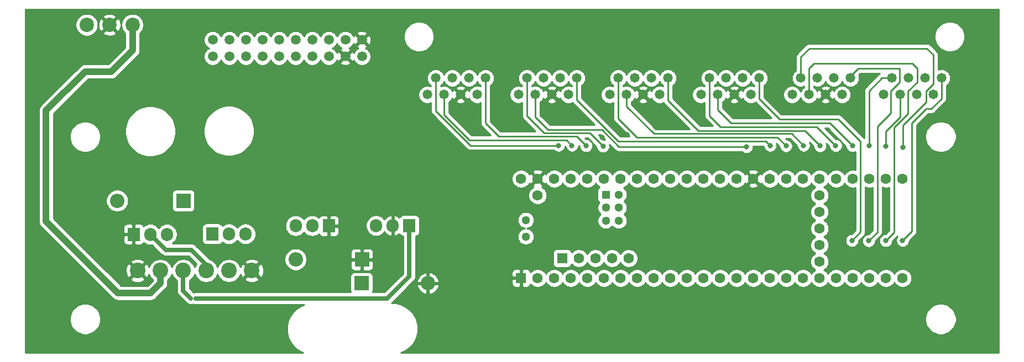
<source format=gbr>
%TF.GenerationSoftware,KiCad,Pcbnew,(5.1.10-1-10_14)*%
%TF.CreationDate,2021-11-09T17:04:18-05:00*%
%TF.ProjectId,TeensyBoardv2,5465656e-7379-4426-9f61-726476322e6b,v01*%
%TF.SameCoordinates,Original*%
%TF.FileFunction,Copper,L3,Inr*%
%TF.FilePolarity,Positive*%
%FSLAX46Y46*%
G04 Gerber Fmt 4.6, Leading zero omitted, Abs format (unit mm)*
G04 Created by KiCad (PCBNEW (5.1.10-1-10_14)) date 2021-11-09 17:04:18*
%MOMM*%
%LPD*%
G01*
G04 APERTURE LIST*
%TA.AperFunction,ComponentPad*%
%ADD10C,1.478000*%
%TD*%
%TA.AperFunction,ComponentPad*%
%ADD11C,2.200000*%
%TD*%
%TA.AperFunction,ComponentPad*%
%ADD12C,1.300000*%
%TD*%
%TA.AperFunction,ComponentPad*%
%ADD13C,1.600000*%
%TD*%
%TA.AperFunction,ComponentPad*%
%ADD14R,1.300000X1.300000*%
%TD*%
%TA.AperFunction,ComponentPad*%
%ADD15R,1.600000X1.600000*%
%TD*%
%TA.AperFunction,ComponentPad*%
%ADD16R,2.200000X2.200000*%
%TD*%
%TA.AperFunction,ComponentPad*%
%ADD17O,2.200000X2.200000*%
%TD*%
%TA.AperFunction,ComponentPad*%
%ADD18C,1.498600*%
%TD*%
%TA.AperFunction,ComponentPad*%
%ADD19C,2.400000*%
%TD*%
%TA.AperFunction,ComponentPad*%
%ADD20O,1.905000X2.000000*%
%TD*%
%TA.AperFunction,ComponentPad*%
%ADD21R,1.905000X2.000000*%
%TD*%
%TA.AperFunction,ViaPad*%
%ADD22C,0.800000*%
%TD*%
%TA.AperFunction,Conductor*%
%ADD23C,0.700000*%
%TD*%
%TA.AperFunction,Conductor*%
%ADD24C,0.500000*%
%TD*%
%TA.AperFunction,Conductor*%
%ADD25C,0.250000*%
%TD*%
%TA.AperFunction,Conductor*%
%ADD26C,1.000000*%
%TD*%
%TA.AperFunction,Conductor*%
%ADD27C,0.254000*%
%TD*%
%TA.AperFunction,Conductor*%
%ADD28C,0.100000*%
%TD*%
G04 APERTURE END LIST*
D10*
%TO.N,Vbias*%
%TO.C,P1*%
X182751000Y-89000000D03*
%TO.N,Vout_6*%
X180211000Y-89000000D03*
%TO.N,C17*%
X177671000Y-89000000D03*
%TO.N,GND*%
X181481000Y-91540000D03*
%TO.N,V+*%
X184021000Y-91540000D03*
%TO.N,C16*%
X178941000Y-91540000D03*
%TO.N,V-*%
X176365000Y-91540000D03*
%TO.N,C15*%
X185291000Y-89000000D03*
%TO.N,C12*%
X199261000Y-89000000D03*
%TO.N,C14*%
X191641000Y-89000000D03*
%TO.N,Vbias*%
X196721000Y-89000000D03*
%TO.N,GND*%
X195451000Y-91540000D03*
%TO.N,V-*%
X190335000Y-91540000D03*
%TO.N,Vout_5*%
X194181000Y-89000000D03*
%TO.N,C13*%
X192911000Y-91540000D03*
%TO.N,V+*%
X197991000Y-91540000D03*
%TO.N,C9*%
X213231000Y-89000000D03*
%TO.N,C11*%
X205611000Y-89000000D03*
%TO.N,Vbias*%
X210691000Y-89000000D03*
%TO.N,GND*%
X209421000Y-91540000D03*
%TO.N,V-*%
X204305000Y-91540000D03*
%TO.N,Vout_4*%
X208151000Y-89000000D03*
%TO.N,C10*%
X206881000Y-91540000D03*
%TO.N,V+*%
X211961000Y-91540000D03*
%TO.N,C7*%
X220851000Y-91540000D03*
%TO.N,C8*%
X219581000Y-89000000D03*
%TO.N,V-*%
X218275000Y-91540000D03*
%TO.N,Vbias*%
X224661000Y-89000000D03*
%TO.N,Vout_3*%
X222121000Y-89000000D03*
%TO.N,C6*%
X227201000Y-89000000D03*
%TO.N,GND*%
X223391000Y-91540000D03*
%TO.N,V+*%
X225931000Y-91540000D03*
X239901000Y-91540000D03*
%TO.N,Vbias*%
X238631000Y-89000000D03*
%TO.N,Vout_2*%
X236091000Y-89000000D03*
%TO.N,C3*%
X241171000Y-89000000D03*
%TO.N,GND*%
X237361000Y-91540000D03*
%TO.N,C4*%
X234821000Y-91540000D03*
%TO.N,C5*%
X233551000Y-89000000D03*
%TO.N,V-*%
X232245000Y-91540000D03*
%TO.N,C0*%
X255141000Y-89000000D03*
%TO.N,GND*%
X251331000Y-91540000D03*
%TO.N,C1*%
X248791000Y-91540000D03*
%TO.N,C2*%
X247521000Y-89000000D03*
%TO.N,V-*%
X246215000Y-91540000D03*
%TO.N,V+*%
X253871000Y-91540000D03*
%TO.N,Vbias*%
X252601000Y-89000000D03*
%TO.N,Vout_1*%
X250061000Y-89000000D03*
%TD*%
D11*
%TO.N,12V*%
%TO.C,U7*%
X131230000Y-80850000D03*
%TO.N,GND*%
X127730000Y-80850000D03*
%TO.N,-12V*%
X124230000Y-80850000D03*
%TD*%
D12*
%TO.N,Net-(U1-Pad66)*%
%TO.C,U1*%
X191464000Y-110800000D03*
%TO.N,Net-(U1-Pad67)*%
X191464000Y-113340000D03*
D13*
%TO.N,Net-(U1-Pad54)*%
X236454000Y-106990000D03*
%TO.N,Net-(U1-Pad53)*%
X236454000Y-109530000D03*
%TO.N,Net-(U1-Pad52)*%
X236454000Y-112070000D03*
%TO.N,Net-(U1-Pad51)*%
X236454000Y-114610000D03*
%TO.N,Net-(U1-Pad50)*%
X236454000Y-117150000D03*
D12*
%TO.N,Net-(U1-Pad62)*%
X203704000Y-110888400D03*
%TO.N,Net-(U1-Pad63)*%
X205704000Y-110888400D03*
%TO.N,Net-(U1-Pad64)*%
X205704000Y-108888400D03*
%TO.N,Net-(U1-Pad61)*%
X203704000Y-108888400D03*
%TO.N,Net-(U1-Pad65)*%
X205704000Y-106888400D03*
D14*
%TO.N,Net-(U1-Pad60)*%
X203704000Y-106888400D03*
D13*
%TO.N,D3*%
X231374000Y-119690000D03*
%TO.N,D2*%
X233914000Y-119690000D03*
%TO.N,Net-(U1-Pad19)*%
X236454000Y-119690000D03*
%TO.N,Net-(U1-Pad20)*%
X238994000Y-119690000D03*
%TO.N,D4*%
X228834000Y-119690000D03*
%TO.N,Net-(U1-Pad15)*%
X226294000Y-119690000D03*
%TO.N,D5*%
X223754000Y-119690000D03*
%TO.N,Net-(R14-Pad1)*%
X241534000Y-119690000D03*
%TO.N,Net-(R15-Pad1)*%
X244074000Y-119690000D03*
%TO.N,Net-(R16-Pad1)*%
X246614000Y-119690000D03*
%TO.N,Net-(R11-Pad1)*%
X249154000Y-119690000D03*
%TO.N,Net-(R28-Pad1)*%
X249154000Y-104450000D03*
%TO.N,Net-(R12-Pad1)*%
X246614000Y-104450000D03*
%TO.N,Net-(R13-Pad1)*%
X244074000Y-104450000D03*
%TO.N,Net-(R27-Pad1)*%
X241534000Y-104450000D03*
%TO.N,Net-(R26-Pad1)*%
X238994000Y-104450000D03*
%TO.N,Net-(R25-Pad1)*%
X236454000Y-104450000D03*
%TO.N,Net-(R24-Pad1)*%
X233914000Y-104450000D03*
%TO.N,Net-(R23-Pad1)*%
X231374000Y-104450000D03*
%TO.N,Net-(R22-Pad1)*%
X228834000Y-104450000D03*
%TO.N,GND*%
X226294000Y-104450000D03*
%TO.N,D6*%
X221214000Y-119690000D03*
%TO.N,D7*%
X218674000Y-119690000D03*
%TO.N,D8*%
X216134000Y-119690000D03*
%TO.N,D9*%
X213594000Y-119690000D03*
%TO.N,D10*%
X211054000Y-119690000D03*
%TO.N,D11*%
X208514000Y-119690000D03*
%TO.N,D12*%
X205974000Y-119690000D03*
%TO.N,D13*%
X203434000Y-119690000D03*
%TO.N,D14*%
X200894000Y-119690000D03*
%TO.N,D15*%
X198354000Y-119690000D03*
%TO.N,D16*%
X195814000Y-119690000D03*
%TO.N,D17*%
X193274000Y-119690000D03*
D15*
%TO.N,GND*%
X190734000Y-119690000D03*
D13*
%TO.N,Net-(R21-Pad1)*%
X223754000Y-104450000D03*
%TO.N,Vout_1*%
X221214000Y-104450000D03*
%TO.N,Vout_2*%
X218674000Y-104450000D03*
%TO.N,Vout_3*%
X216134000Y-104450000D03*
%TO.N,Vout_4*%
X213594000Y-104450000D03*
%TO.N,Vout_5*%
X211054000Y-104450000D03*
%TO.N,Vout_6*%
X208514000Y-104450000D03*
%TO.N,Net-(R20-Pad1)*%
X205974000Y-104450000D03*
%TO.N,Net-(R19-Pad1)*%
X203434000Y-104450000D03*
%TO.N,Net-(R18-Pad1)*%
X200894000Y-104450000D03*
%TO.N,Net-(R17-Pad1)*%
X198354000Y-104450000D03*
%TO.N,Net-(R5-Pad1)*%
X195814000Y-104450000D03*
%TO.N,GND*%
X193274000Y-104450000D03*
%TO.N,V+*%
X190734000Y-104450000D03*
D15*
%TO.N,Net-(U1-Pad55)*%
X197033200Y-116639200D03*
D13*
%TO.N,Net-(U1-Pad56)*%
X199573200Y-116639200D03*
%TO.N,Net-(U1-Pad57)*%
X202113200Y-116639200D03*
%TO.N,Net-(U1-Pad58)*%
X204653200Y-116639200D03*
%TO.N,Net-(U1-Pad59)*%
X207193200Y-116639200D03*
%TO.N,Net-(U1-Pad49)*%
X193274000Y-106990000D03*
%TD*%
D16*
%TO.N,V+*%
%TO.C,D2*%
X166320000Y-120494000D03*
D17*
%TO.N,GND*%
X176480000Y-120494000D03*
%TD*%
%TO.N,V-*%
%TO.C,D1*%
X156210000Y-116840000D03*
D16*
%TO.N,GND*%
X166370000Y-116840000D03*
%TD*%
%TO.N,-12V*%
%TO.C,D3*%
X139042000Y-107820000D03*
D17*
%TO.N,Vin-*%
X128882000Y-107820000D03*
%TD*%
D18*
%TO.N,D1*%
%TO.C,J1*%
X143510000Y-83140000D03*
%TO.N,D2*%
X143510000Y-85680000D03*
%TO.N,D3*%
X146050000Y-83140000D03*
%TO.N,D4*%
X146050000Y-85680000D03*
%TO.N,D5*%
X148590000Y-83140000D03*
%TO.N,D6*%
X148590000Y-85680000D03*
%TO.N,D7*%
X151130000Y-83140000D03*
%TO.N,D8*%
X151130000Y-85680000D03*
%TO.N,D9*%
X153670000Y-83140000D03*
%TO.N,D10*%
X153670000Y-85680000D03*
%TO.N,D11*%
X156210000Y-83140000D03*
%TO.N,D12*%
X156210000Y-85680000D03*
%TO.N,D13*%
X158750000Y-83140000D03*
%TO.N,D14*%
X158750000Y-85680000D03*
%TO.N,D15*%
X161290000Y-83140000D03*
%TO.N,D16*%
X161290000Y-85680000D03*
%TO.N,D17*%
X163830000Y-83140000D03*
%TO.N,GND*%
X163830000Y-85680000D03*
X166370000Y-83140000D03*
%TO.N,NC*%
X166370000Y-85680000D03*
%TD*%
D19*
%TO.N,GND*%
%TO.C,U5*%
X132010000Y-118550000D03*
%TO.N,12V*%
X135510000Y-118550000D03*
%TO.N,Vin+*%
X139010000Y-118550000D03*
%TO.N,Vin-*%
X142510000Y-118550000D03*
%TO.N,Vinbias*%
X146010000Y-118550000D03*
%TO.N,GND*%
X149510000Y-118550000D03*
%TD*%
D20*
%TO.N,V+*%
%TO.C,U2*%
X168536920Y-111634340D03*
%TO.N,GND*%
X171076920Y-111634340D03*
D21*
%TO.N,Vin+*%
X173616920Y-111634340D03*
%TD*%
D20*
%TO.N,V-*%
%TO.C,U3*%
X156204920Y-111686340D03*
%TO.N,Vin-*%
X158744920Y-111686340D03*
D21*
%TO.N,GND*%
X161284920Y-111686340D03*
%TD*%
%TO.N,GND*%
%TO.C,U4*%
X131427080Y-112973660D03*
D20*
%TO.N,Vin-*%
X133967080Y-112973660D03*
%TO.N,-12V*%
X136507080Y-112973660D03*
%TD*%
D21*
%TO.N,Net-(R2-Pad2)*%
%TO.C,U6*%
X143463080Y-112909660D03*
D20*
%TO.N,Vinbias*%
X146003080Y-112909660D03*
%TO.N,Vbias*%
X148543080Y-112909660D03*
%TD*%
D22*
%TO.N,GND*%
X168402000Y-96774000D03*
X165862000Y-92456000D03*
X174244000Y-88900000D03*
X140208000Y-88646000D03*
X140552000Y-101204000D03*
X172974000Y-99060000D03*
X187452000Y-118110000D03*
X187452000Y-115316000D03*
X187452000Y-112522000D03*
X187452000Y-109728000D03*
X177038000Y-111506000D03*
X177038000Y-114046000D03*
X177038000Y-116586000D03*
X177038000Y-123190000D03*
X177292000Y-129794000D03*
X212140000Y-102790000D03*
X206980000Y-97720000D03*
X217400000Y-102990000D03*
X226980000Y-102380000D03*
X214450000Y-96410000D03*
X203190000Y-98070000D03*
X196490000Y-92410000D03*
X182560000Y-92560000D03*
X127740000Y-82990000D03*
X146820000Y-124280000D03*
X119000000Y-116000000D03*
X131000000Y-124000000D03*
X120000000Y-89000000D03*
%TO.N,C0*%
X249160000Y-113930000D03*
%TO.N,C1*%
X246590000Y-99460000D03*
%TO.N,C2*%
X244060000Y-99370000D03*
%TO.N,C17*%
X196470000Y-99340000D03*
%TO.N,C16*%
X198530000Y-99350000D03*
%TO.N,C15*%
X200680000Y-99400000D03*
%TO.N,C12*%
X228870000Y-99350000D03*
%TO.N,C14*%
X203290000Y-99470000D03*
%TO.N,C13*%
X225270000Y-99540000D03*
%TO.N,C9*%
X236520000Y-99410000D03*
%TO.N,C11*%
X231310000Y-99410000D03*
%TO.N,C10*%
X234000000Y-99350000D03*
%TO.N,C7*%
X241480000Y-99390000D03*
%TO.N,C8*%
X238920000Y-99380000D03*
%TO.N,C6*%
X241400000Y-113940000D03*
%TO.N,C3*%
X243980000Y-113970000D03*
%TO.N,C4*%
X246600000Y-113960000D03*
%TO.N,C5*%
X249200000Y-99660000D03*
%TD*%
D23*
%TO.N,Vin+*%
X139010000Y-118550000D02*
X139010000Y-121660000D01*
X139010000Y-121660000D02*
X140160000Y-122810000D01*
X140922000Y-122810000D02*
X170242000Y-122810000D01*
X173616920Y-119435080D02*
X173616920Y-111634340D01*
X170242000Y-122810000D02*
X173616920Y-119435080D01*
D24*
%TO.N,Vin-*%
X142510000Y-118330000D02*
X142510000Y-118550000D01*
D23*
X142510000Y-118550000D02*
X142510000Y-117640000D01*
X142510000Y-117640000D02*
X140230000Y-115360000D01*
X136353420Y-115360000D02*
X133967080Y-112973660D01*
X140230000Y-115360000D02*
X136353420Y-115360000D01*
D25*
%TO.N,C0*%
X255141000Y-89000000D02*
X255141000Y-92149000D01*
X255141000Y-92149000D02*
X253570000Y-93720000D01*
X253570000Y-93720000D02*
X252690000Y-93720000D01*
X252690000Y-93720000D02*
X252690000Y-93780000D01*
X252690000Y-93780000D02*
X250570000Y-95900000D01*
X250570000Y-112520000D02*
X249160000Y-113930000D01*
X250570000Y-95900000D02*
X250570000Y-112520000D01*
%TO.N,C1*%
X246590000Y-97210000D02*
X246590000Y-99460000D01*
X248791000Y-95009000D02*
X246590000Y-97210000D01*
X248791000Y-91540000D02*
X248791000Y-95009000D01*
%TO.N,C2*%
X247521000Y-89000000D02*
X247521000Y-88881000D01*
X245980000Y-89000000D02*
X247521000Y-89000000D01*
X244010000Y-90970000D02*
X245980000Y-89000000D01*
X244010000Y-99320000D02*
X244060000Y-99370000D01*
X244010000Y-90970000D02*
X244010000Y-99320000D01*
D26*
%TO.N,12V*%
X128000000Y-88000000D02*
X131230000Y-84770000D01*
X131230000Y-84770000D02*
X131230000Y-80850000D01*
X124000000Y-88000000D02*
X128000000Y-88000000D01*
X118000000Y-94000000D02*
X124000000Y-88000000D01*
X135510000Y-120490000D02*
X134000000Y-122000000D01*
X118000000Y-111000000D02*
X118000000Y-94000000D01*
X134000000Y-122000000D02*
X129000000Y-122000000D01*
X129000000Y-122000000D02*
X118000000Y-111000000D01*
X135510000Y-118550000D02*
X135510000Y-120490000D01*
D25*
%TO.N,C17*%
X177671000Y-89000000D02*
X177671000Y-88579000D01*
X182980000Y-99340000D02*
X196470000Y-99340000D01*
X177671000Y-94031000D02*
X182980000Y-99340000D01*
X177671000Y-89000000D02*
X177671000Y-94031000D01*
%TO.N,C16*%
X178941000Y-91540000D02*
X178941000Y-94611000D01*
X178941000Y-94611000D02*
X182850000Y-98520000D01*
X197700000Y-98520000D02*
X198530000Y-99350000D01*
X182850000Y-98520000D02*
X197700000Y-98520000D01*
%TO.N,C15*%
X185291000Y-89000000D02*
X185291000Y-95951000D01*
X185291000Y-95951000D02*
X187280000Y-97940000D01*
X199220000Y-97940000D02*
X200680000Y-99400000D01*
X187280000Y-97940000D02*
X199220000Y-97940000D01*
%TO.N,C12*%
X199261000Y-89000000D02*
X199261000Y-92371000D01*
X199261000Y-92371000D02*
X205600000Y-98710000D01*
X228230000Y-98710000D02*
X228870000Y-99350000D01*
X205600000Y-98710000D02*
X228230000Y-98710000D01*
%TO.N,C14*%
X191641000Y-89000000D02*
X191641000Y-94801000D01*
X191641000Y-94801000D02*
X194270000Y-97430000D01*
X201250000Y-97430000D02*
X203290000Y-99470000D01*
X194270000Y-97430000D02*
X201250000Y-97430000D01*
%TO.N,C13*%
X192911000Y-91540000D02*
X192911000Y-91699000D01*
X203110000Y-96950000D02*
X205700000Y-99540000D01*
X205700000Y-99540000D02*
X225270000Y-99540000D01*
X194840000Y-96950000D02*
X203110000Y-96950000D01*
X192911000Y-95021000D02*
X194840000Y-96950000D01*
X192911000Y-91540000D02*
X192911000Y-95021000D01*
%TO.N,C9*%
X213231000Y-89000000D02*
X213231000Y-92451000D01*
X213231000Y-92451000D02*
X217890000Y-97110000D01*
X234220000Y-97110000D02*
X236520000Y-99410000D01*
X217890000Y-97110000D02*
X234220000Y-97110000D01*
%TO.N,C11*%
X205611000Y-89000000D02*
X205611000Y-88691000D01*
X205611000Y-89000000D02*
X205611000Y-95201000D01*
X205611000Y-95201000D02*
X208500000Y-98090000D01*
X229990000Y-98090000D02*
X231310000Y-99410000D01*
X208500000Y-98090000D02*
X229990000Y-98090000D01*
%TO.N,C10*%
X206881000Y-91540000D02*
X206881000Y-93371000D01*
X206881000Y-93371000D02*
X211070000Y-97560000D01*
X232210000Y-97560000D02*
X234000000Y-99350000D01*
X211070000Y-97560000D02*
X232210000Y-97560000D01*
%TO.N,C7*%
X220851000Y-91540000D02*
X220851000Y-91869000D01*
X222920000Y-95930000D02*
X238020000Y-95930000D01*
X238020000Y-95930000D02*
X241480000Y-99390000D01*
X220851000Y-93861000D02*
X222920000Y-95930000D01*
X220851000Y-91540000D02*
X220851000Y-93861000D01*
%TO.N,C8*%
X219581000Y-89000000D02*
X219210000Y-89000000D01*
X219581000Y-89000000D02*
X219581000Y-94791000D01*
X219581000Y-94791000D02*
X221270000Y-96480000D01*
X236020000Y-96480000D02*
X238920000Y-99380000D01*
X221270000Y-96480000D02*
X236020000Y-96480000D01*
%TO.N,C6*%
X242730000Y-98720000D02*
X242730000Y-112610000D01*
X242730000Y-112610000D02*
X241400000Y-113940000D01*
X239340000Y-95330000D02*
X242730000Y-98720000D01*
X230310000Y-95330000D02*
X239340000Y-95330000D01*
X227201000Y-92221000D02*
X230310000Y-95330000D01*
X227201000Y-89000000D02*
X227201000Y-92221000D01*
%TO.N,C3*%
X241171000Y-89000000D02*
X241171000Y-88739000D01*
X241171000Y-88739000D02*
X242350000Y-87560000D01*
X242350000Y-87560000D02*
X248690000Y-87560000D01*
X248690000Y-87560000D02*
X248690000Y-89650000D01*
X248690000Y-89650000D02*
X247340000Y-91000000D01*
X247340000Y-91000000D02*
X247340000Y-94380000D01*
X247340000Y-94380000D02*
X245300000Y-96420000D01*
X245300000Y-112650000D02*
X243980000Y-113970000D01*
X245300000Y-96420000D02*
X245300000Y-112650000D01*
%TO.N,C4*%
X247890000Y-112670000D02*
X246600000Y-113960000D01*
X247890000Y-96620000D02*
X247890000Y-112670000D01*
X250000000Y-94510000D02*
X247890000Y-96620000D01*
X250000000Y-91040000D02*
X250000000Y-94510000D01*
X251380000Y-87540000D02*
X251380000Y-89660000D01*
X251380000Y-89660000D02*
X250000000Y-91040000D01*
X250620000Y-86780000D02*
X251380000Y-87540000D01*
X234821000Y-87499000D02*
X235540000Y-86780000D01*
X235540000Y-86780000D02*
X250620000Y-86780000D01*
X234821000Y-91540000D02*
X234821000Y-87499000D01*
%TO.N,C5*%
X233551000Y-89000000D02*
X233551000Y-88931000D01*
X233551000Y-89000000D02*
X233551000Y-88289000D01*
X249200000Y-96230000D02*
X249200000Y-99660000D01*
X252740000Y-90980000D02*
X252740000Y-92690000D01*
X253850000Y-89870000D02*
X252740000Y-90980000D01*
X252860000Y-84440000D02*
X253850000Y-85430000D01*
X253850000Y-85430000D02*
X253850000Y-89870000D01*
X234900000Y-84440000D02*
X252860000Y-84440000D01*
X233551000Y-85789000D02*
X234900000Y-84440000D01*
X252740000Y-92690000D02*
X249200000Y-96230000D01*
X233551000Y-89000000D02*
X233551000Y-85789000D01*
%TO.N,Net-(R20-Pad1)*%
X205974000Y-104450000D02*
X205960000Y-104450000D01*
%TO.N,Net-(R22-Pad1)*%
X228834000Y-104450000D02*
X228834000Y-103724000D01*
%TD*%
D27*
%TO.N,GND*%
X263890001Y-131120000D02*
X172330945Y-131120000D01*
X172917158Y-130877182D01*
X173553463Y-130452017D01*
X174094597Y-129910883D01*
X174519762Y-129274578D01*
X174812622Y-128567553D01*
X174961920Y-127816979D01*
X174961920Y-127051701D01*
X174812622Y-126301127D01*
X174590592Y-125765098D01*
X252615000Y-125765098D01*
X252615000Y-126234902D01*
X252706654Y-126695679D01*
X252886440Y-127129721D01*
X253147450Y-127520349D01*
X253479651Y-127852550D01*
X253870279Y-128113560D01*
X254304321Y-128293346D01*
X254765098Y-128385000D01*
X255234902Y-128385000D01*
X255695679Y-128293346D01*
X256129721Y-128113560D01*
X256520349Y-127852550D01*
X256852550Y-127520349D01*
X257113560Y-127129721D01*
X257293346Y-126695679D01*
X257385000Y-126234902D01*
X257385000Y-125765098D01*
X257293346Y-125304321D01*
X257113560Y-124870279D01*
X256852550Y-124479651D01*
X256520349Y-124147450D01*
X256129721Y-123886440D01*
X255695679Y-123706654D01*
X255234902Y-123615000D01*
X254765098Y-123615000D01*
X254304321Y-123706654D01*
X253870279Y-123886440D01*
X253479651Y-124147450D01*
X253147450Y-124479651D01*
X252886440Y-124870279D01*
X252706654Y-125304321D01*
X252615000Y-125765098D01*
X174590592Y-125765098D01*
X174519762Y-125594102D01*
X174094597Y-124957797D01*
X173553463Y-124416663D01*
X172917158Y-123991498D01*
X172210133Y-123698638D01*
X171459559Y-123549340D01*
X170893776Y-123549340D01*
X170941870Y-123509870D01*
X170972716Y-123472284D01*
X173554878Y-120890122D01*
X174790825Y-120890122D01*
X174855425Y-121103094D01*
X175005469Y-121408329D01*
X175212178Y-121678427D01*
X175467609Y-121903008D01*
X175761946Y-122073442D01*
X176083877Y-122183179D01*
X176353000Y-122065600D01*
X176353000Y-120621000D01*
X176607000Y-120621000D01*
X176607000Y-122065600D01*
X176876123Y-122183179D01*
X177198054Y-122073442D01*
X177492391Y-121903008D01*
X177747822Y-121678427D01*
X177954531Y-121408329D01*
X178104575Y-121103094D01*
X178169175Y-120890122D01*
X178051125Y-120621000D01*
X176607000Y-120621000D01*
X176353000Y-120621000D01*
X174908875Y-120621000D01*
X174790825Y-120890122D01*
X173554878Y-120890122D01*
X173955000Y-120490000D01*
X189295928Y-120490000D01*
X189308188Y-120614482D01*
X189344498Y-120734180D01*
X189403463Y-120844494D01*
X189482815Y-120941185D01*
X189579506Y-121020537D01*
X189689820Y-121079502D01*
X189809518Y-121115812D01*
X189934000Y-121128072D01*
X190448250Y-121125000D01*
X190607000Y-120966250D01*
X190607000Y-119817000D01*
X189457750Y-119817000D01*
X189299000Y-119975750D01*
X189295928Y-120490000D01*
X173955000Y-120490000D01*
X174279210Y-120165791D01*
X174316790Y-120134950D01*
X174347214Y-120097878D01*
X174790825Y-120097878D01*
X174908875Y-120367000D01*
X176353000Y-120367000D01*
X176353000Y-118922400D01*
X176607000Y-118922400D01*
X176607000Y-120367000D01*
X178051125Y-120367000D01*
X178169175Y-120097878D01*
X178104575Y-119884906D01*
X177954531Y-119579671D01*
X177747822Y-119309573D01*
X177492391Y-119084992D01*
X177198054Y-118914558D01*
X177126010Y-118890000D01*
X189295928Y-118890000D01*
X189299000Y-119404250D01*
X189457750Y-119563000D01*
X190607000Y-119563000D01*
X190607000Y-118413750D01*
X190448250Y-118255000D01*
X189934000Y-118251928D01*
X189809518Y-118264188D01*
X189689820Y-118300498D01*
X189579506Y-118359463D01*
X189482815Y-118438815D01*
X189403463Y-118535506D01*
X189344498Y-118645820D01*
X189308188Y-118765518D01*
X189295928Y-118890000D01*
X177126010Y-118890000D01*
X176876123Y-118804821D01*
X176607000Y-118922400D01*
X176353000Y-118922400D01*
X176083877Y-118804821D01*
X175761946Y-118914558D01*
X175467609Y-119084992D01*
X175212178Y-119309573D01*
X175005469Y-119579671D01*
X174855425Y-119884906D01*
X174790825Y-120097878D01*
X174347214Y-120097878D01*
X174439880Y-119984964D01*
X174531344Y-119813847D01*
X174587667Y-119628174D01*
X174601920Y-119483460D01*
X174601920Y-119483459D01*
X174606685Y-119435080D01*
X174601920Y-119386700D01*
X174601920Y-115839200D01*
X195595128Y-115839200D01*
X195595128Y-117439200D01*
X195607388Y-117563682D01*
X195643698Y-117683380D01*
X195702663Y-117793694D01*
X195782015Y-117890385D01*
X195878706Y-117969737D01*
X195989020Y-118028702D01*
X196108718Y-118065012D01*
X196233200Y-118077272D01*
X197833200Y-118077272D01*
X197957682Y-118065012D01*
X198077380Y-118028702D01*
X198187694Y-117969737D01*
X198284385Y-117890385D01*
X198363737Y-117793694D01*
X198422702Y-117683380D01*
X198459012Y-117563682D01*
X198459843Y-117555239D01*
X198658441Y-117753837D01*
X198893473Y-117910880D01*
X199154626Y-118019053D01*
X199431865Y-118074200D01*
X199714535Y-118074200D01*
X199991774Y-118019053D01*
X200252927Y-117910880D01*
X200487959Y-117753837D01*
X200687837Y-117553959D01*
X200843200Y-117321441D01*
X200998563Y-117553959D01*
X201198441Y-117753837D01*
X201433473Y-117910880D01*
X201694626Y-118019053D01*
X201971865Y-118074200D01*
X202254535Y-118074200D01*
X202531774Y-118019053D01*
X202792927Y-117910880D01*
X203027959Y-117753837D01*
X203227837Y-117553959D01*
X203383200Y-117321441D01*
X203538563Y-117553959D01*
X203738441Y-117753837D01*
X203973473Y-117910880D01*
X204234626Y-118019053D01*
X204511865Y-118074200D01*
X204794535Y-118074200D01*
X205071774Y-118019053D01*
X205332927Y-117910880D01*
X205567959Y-117753837D01*
X205767837Y-117553959D01*
X205923200Y-117321441D01*
X206078563Y-117553959D01*
X206278441Y-117753837D01*
X206513473Y-117910880D01*
X206774626Y-118019053D01*
X207051865Y-118074200D01*
X207334535Y-118074200D01*
X207611774Y-118019053D01*
X207872927Y-117910880D01*
X208107959Y-117753837D01*
X208307837Y-117553959D01*
X208464880Y-117318927D01*
X208573053Y-117057774D01*
X208628200Y-116780535D01*
X208628200Y-116497865D01*
X208573053Y-116220626D01*
X208464880Y-115959473D01*
X208307837Y-115724441D01*
X208107959Y-115524563D01*
X207872927Y-115367520D01*
X207611774Y-115259347D01*
X207334535Y-115204200D01*
X207051865Y-115204200D01*
X206774626Y-115259347D01*
X206513473Y-115367520D01*
X206278441Y-115524563D01*
X206078563Y-115724441D01*
X205923200Y-115956959D01*
X205767837Y-115724441D01*
X205567959Y-115524563D01*
X205332927Y-115367520D01*
X205071774Y-115259347D01*
X204794535Y-115204200D01*
X204511865Y-115204200D01*
X204234626Y-115259347D01*
X203973473Y-115367520D01*
X203738441Y-115524563D01*
X203538563Y-115724441D01*
X203383200Y-115956959D01*
X203227837Y-115724441D01*
X203027959Y-115524563D01*
X202792927Y-115367520D01*
X202531774Y-115259347D01*
X202254535Y-115204200D01*
X201971865Y-115204200D01*
X201694626Y-115259347D01*
X201433473Y-115367520D01*
X201198441Y-115524563D01*
X200998563Y-115724441D01*
X200843200Y-115956959D01*
X200687837Y-115724441D01*
X200487959Y-115524563D01*
X200252927Y-115367520D01*
X199991774Y-115259347D01*
X199714535Y-115204200D01*
X199431865Y-115204200D01*
X199154626Y-115259347D01*
X198893473Y-115367520D01*
X198658441Y-115524563D01*
X198459843Y-115723161D01*
X198459012Y-115714718D01*
X198422702Y-115595020D01*
X198363737Y-115484706D01*
X198284385Y-115388015D01*
X198187694Y-115308663D01*
X198077380Y-115249698D01*
X197957682Y-115213388D01*
X197833200Y-115201128D01*
X196233200Y-115201128D01*
X196108718Y-115213388D01*
X195989020Y-115249698D01*
X195878706Y-115308663D01*
X195782015Y-115388015D01*
X195702663Y-115484706D01*
X195643698Y-115595020D01*
X195607388Y-115714718D01*
X195595128Y-115839200D01*
X174601920Y-115839200D01*
X174601920Y-113269211D01*
X174693902Y-113260152D01*
X174813600Y-113223842D01*
X174923914Y-113164877D01*
X175020605Y-113085525D01*
X175099957Y-112988834D01*
X175158922Y-112878520D01*
X175195232Y-112758822D01*
X175207492Y-112634340D01*
X175207492Y-110673439D01*
X190179000Y-110673439D01*
X190179000Y-110926561D01*
X190228381Y-111174821D01*
X190325247Y-111408676D01*
X190465875Y-111619140D01*
X190644860Y-111798125D01*
X190855324Y-111938753D01*
X191089179Y-112035619D01*
X191262027Y-112070000D01*
X191089179Y-112104381D01*
X190855324Y-112201247D01*
X190644860Y-112341875D01*
X190465875Y-112520860D01*
X190325247Y-112731324D01*
X190228381Y-112965179D01*
X190179000Y-113213439D01*
X190179000Y-113466561D01*
X190228381Y-113714821D01*
X190325247Y-113948676D01*
X190465875Y-114159140D01*
X190644860Y-114338125D01*
X190855324Y-114478753D01*
X191089179Y-114575619D01*
X191337439Y-114625000D01*
X191590561Y-114625000D01*
X191838821Y-114575619D01*
X192072676Y-114478753D01*
X192283140Y-114338125D01*
X192462125Y-114159140D01*
X192602753Y-113948676D01*
X192699619Y-113714821D01*
X192749000Y-113466561D01*
X192749000Y-113213439D01*
X192699619Y-112965179D01*
X192602753Y-112731324D01*
X192462125Y-112520860D01*
X192283140Y-112341875D01*
X192072676Y-112201247D01*
X191838821Y-112104381D01*
X191665973Y-112070000D01*
X191838821Y-112035619D01*
X192072676Y-111938753D01*
X192283140Y-111798125D01*
X192462125Y-111619140D01*
X192602753Y-111408676D01*
X192699619Y-111174821D01*
X192749000Y-110926561D01*
X192749000Y-110673439D01*
X192699619Y-110425179D01*
X192602753Y-110191324D01*
X192462125Y-109980860D01*
X192283140Y-109801875D01*
X192072676Y-109661247D01*
X191838821Y-109564381D01*
X191590561Y-109515000D01*
X191337439Y-109515000D01*
X191089179Y-109564381D01*
X190855324Y-109661247D01*
X190644860Y-109801875D01*
X190465875Y-109980860D01*
X190325247Y-110191324D01*
X190228381Y-110425179D01*
X190179000Y-110673439D01*
X175207492Y-110673439D01*
X175207492Y-110634340D01*
X175195232Y-110509858D01*
X175158922Y-110390160D01*
X175099957Y-110279846D01*
X175020605Y-110183155D01*
X174923914Y-110103803D01*
X174813600Y-110044838D01*
X174693902Y-110008528D01*
X174569420Y-109996268D01*
X172664420Y-109996268D01*
X172539938Y-110008528D01*
X172420240Y-110044838D01*
X172309926Y-110103803D01*
X172213235Y-110183155D01*
X172133883Y-110279846D01*
X172084861Y-110371559D01*
X171943843Y-110258371D01*
X171668014Y-110114769D01*
X171449900Y-110043777D01*
X171203920Y-110163746D01*
X171203920Y-111507340D01*
X171223920Y-111507340D01*
X171223920Y-111761340D01*
X171203920Y-111761340D01*
X171203920Y-113104934D01*
X171449900Y-113224903D01*
X171668014Y-113153911D01*
X171943843Y-113010309D01*
X172084861Y-112897121D01*
X172133883Y-112988834D01*
X172213235Y-113085525D01*
X172309926Y-113164877D01*
X172420240Y-113223842D01*
X172539938Y-113260152D01*
X172631921Y-113269211D01*
X172631920Y-119027079D01*
X169834000Y-121825000D01*
X168013500Y-121825000D01*
X168045812Y-121718482D01*
X168058072Y-121594000D01*
X168058072Y-119394000D01*
X168045812Y-119269518D01*
X168009502Y-119149820D01*
X167950537Y-119039506D01*
X167871185Y-118942815D01*
X167774494Y-118863463D01*
X167664180Y-118804498D01*
X167544482Y-118768188D01*
X167420000Y-118755928D01*
X165220000Y-118755928D01*
X165095518Y-118768188D01*
X164975820Y-118804498D01*
X164865506Y-118863463D01*
X164768815Y-118942815D01*
X164689463Y-119039506D01*
X164630498Y-119149820D01*
X164594188Y-119269518D01*
X164581928Y-119394000D01*
X164581928Y-121594000D01*
X164594188Y-121718482D01*
X164626500Y-121825000D01*
X140873620Y-121825000D01*
X140728906Y-121839253D01*
X140616386Y-121873385D01*
X139995000Y-121252000D01*
X139995000Y-120098780D01*
X140179744Y-119975338D01*
X140435338Y-119719744D01*
X140636156Y-119419199D01*
X140760000Y-119120213D01*
X140883844Y-119419199D01*
X141084662Y-119719744D01*
X141340256Y-119975338D01*
X141640801Y-120176156D01*
X141974750Y-120314482D01*
X142329268Y-120385000D01*
X142690732Y-120385000D01*
X143045250Y-120314482D01*
X143379199Y-120176156D01*
X143679744Y-119975338D01*
X143935338Y-119719744D01*
X144136156Y-119419199D01*
X144260000Y-119120213D01*
X144383844Y-119419199D01*
X144584662Y-119719744D01*
X144840256Y-119975338D01*
X145140801Y-120176156D01*
X145474750Y-120314482D01*
X145829268Y-120385000D01*
X146190732Y-120385000D01*
X146545250Y-120314482D01*
X146879199Y-120176156D01*
X147179744Y-119975338D01*
X147327102Y-119827980D01*
X148411626Y-119827980D01*
X148531514Y-120112836D01*
X148855210Y-120273699D01*
X149204069Y-120368322D01*
X149564684Y-120393067D01*
X149923198Y-120346985D01*
X150265833Y-120231846D01*
X150488486Y-120112836D01*
X150608374Y-119827980D01*
X149510000Y-118729605D01*
X148411626Y-119827980D01*
X147327102Y-119827980D01*
X147435338Y-119719744D01*
X147636156Y-119419199D01*
X147763190Y-119112511D01*
X147828154Y-119305833D01*
X147947164Y-119528486D01*
X148232020Y-119648374D01*
X149330395Y-118550000D01*
X149689605Y-118550000D01*
X150787980Y-119648374D01*
X151072836Y-119528486D01*
X151233699Y-119204790D01*
X151328322Y-118855931D01*
X151353067Y-118495316D01*
X151306985Y-118136802D01*
X151191846Y-117794167D01*
X151072836Y-117571514D01*
X150787980Y-117451626D01*
X149689605Y-118550000D01*
X149330395Y-118550000D01*
X148232020Y-117451626D01*
X147947164Y-117571514D01*
X147786301Y-117895210D01*
X147762031Y-117984690D01*
X147636156Y-117680801D01*
X147435338Y-117380256D01*
X147327102Y-117272020D01*
X148411626Y-117272020D01*
X149510000Y-118370395D01*
X150608374Y-117272020D01*
X150488486Y-116987164D01*
X150164790Y-116826301D01*
X149815931Y-116731678D01*
X149455316Y-116706933D01*
X149096802Y-116753015D01*
X148754167Y-116868154D01*
X148531514Y-116987164D01*
X148411626Y-117272020D01*
X147327102Y-117272020D01*
X147179744Y-117124662D01*
X146879199Y-116923844D01*
X146545250Y-116785518D01*
X146190732Y-116715000D01*
X145829268Y-116715000D01*
X145474750Y-116785518D01*
X145140801Y-116923844D01*
X144840256Y-117124662D01*
X144584662Y-117380256D01*
X144383844Y-117680801D01*
X144260000Y-117979787D01*
X144136156Y-117680801D01*
X143935338Y-117380256D01*
X143679744Y-117124662D01*
X143379199Y-116923844D01*
X143050830Y-116787829D01*
X142932118Y-116669117D01*
X154475000Y-116669117D01*
X154475000Y-117010883D01*
X154541675Y-117346081D01*
X154672463Y-117661831D01*
X154862337Y-117945998D01*
X155104002Y-118187663D01*
X155388169Y-118377537D01*
X155703919Y-118508325D01*
X156039117Y-118575000D01*
X156380883Y-118575000D01*
X156716081Y-118508325D01*
X157031831Y-118377537D01*
X157315998Y-118187663D01*
X157557663Y-117945998D01*
X157561670Y-117940000D01*
X164631928Y-117940000D01*
X164644188Y-118064482D01*
X164680498Y-118184180D01*
X164739463Y-118294494D01*
X164818815Y-118391185D01*
X164915506Y-118470537D01*
X165025820Y-118529502D01*
X165145518Y-118565812D01*
X165270000Y-118578072D01*
X166084250Y-118575000D01*
X166243000Y-118416250D01*
X166243000Y-116967000D01*
X166497000Y-116967000D01*
X166497000Y-118416250D01*
X166655750Y-118575000D01*
X167470000Y-118578072D01*
X167594482Y-118565812D01*
X167714180Y-118529502D01*
X167824494Y-118470537D01*
X167921185Y-118391185D01*
X168000537Y-118294494D01*
X168059502Y-118184180D01*
X168095812Y-118064482D01*
X168108072Y-117940000D01*
X168105000Y-117125750D01*
X167946250Y-116967000D01*
X166497000Y-116967000D01*
X166243000Y-116967000D01*
X164793750Y-116967000D01*
X164635000Y-117125750D01*
X164631928Y-117940000D01*
X157561670Y-117940000D01*
X157747537Y-117661831D01*
X157878325Y-117346081D01*
X157945000Y-117010883D01*
X157945000Y-116669117D01*
X157878325Y-116333919D01*
X157747537Y-116018169D01*
X157561671Y-115740000D01*
X164631928Y-115740000D01*
X164635000Y-116554250D01*
X164793750Y-116713000D01*
X166243000Y-116713000D01*
X166243000Y-115263750D01*
X166497000Y-115263750D01*
X166497000Y-116713000D01*
X167946250Y-116713000D01*
X168105000Y-116554250D01*
X168108072Y-115740000D01*
X168095812Y-115615518D01*
X168059502Y-115495820D01*
X168000537Y-115385506D01*
X167921185Y-115288815D01*
X167824494Y-115209463D01*
X167714180Y-115150498D01*
X167594482Y-115114188D01*
X167470000Y-115101928D01*
X166655750Y-115105000D01*
X166497000Y-115263750D01*
X166243000Y-115263750D01*
X166084250Y-115105000D01*
X165270000Y-115101928D01*
X165145518Y-115114188D01*
X165025820Y-115150498D01*
X164915506Y-115209463D01*
X164818815Y-115288815D01*
X164739463Y-115385506D01*
X164680498Y-115495820D01*
X164644188Y-115615518D01*
X164631928Y-115740000D01*
X157561671Y-115740000D01*
X157557663Y-115734002D01*
X157315998Y-115492337D01*
X157031831Y-115302463D01*
X156716081Y-115171675D01*
X156380883Y-115105000D01*
X156039117Y-115105000D01*
X155703919Y-115171675D01*
X155388169Y-115302463D01*
X155104002Y-115492337D01*
X154862337Y-115734002D01*
X154672463Y-116018169D01*
X154541675Y-116333919D01*
X154475000Y-116669117D01*
X142932118Y-116669117D01*
X140960716Y-114697716D01*
X140929870Y-114660130D01*
X140779884Y-114537040D01*
X140608767Y-114445576D01*
X140423094Y-114389253D01*
X140278380Y-114375000D01*
X140230000Y-114370235D01*
X140181620Y-114375000D01*
X137341875Y-114375000D01*
X137393315Y-114347505D01*
X137635043Y-114149123D01*
X137833425Y-113907394D01*
X137980835Y-113631608D01*
X138071610Y-113332363D01*
X138094580Y-113099145D01*
X138094580Y-112848174D01*
X138071610Y-112614956D01*
X137980835Y-112315711D01*
X137833425Y-112039925D01*
X137726519Y-111909660D01*
X141872508Y-111909660D01*
X141872508Y-113909660D01*
X141884768Y-114034142D01*
X141921078Y-114153840D01*
X141980043Y-114264154D01*
X142059395Y-114360845D01*
X142156086Y-114440197D01*
X142266400Y-114499162D01*
X142386098Y-114535472D01*
X142510580Y-114547732D01*
X144415580Y-114547732D01*
X144540062Y-114535472D01*
X144659760Y-114499162D01*
X144770074Y-114440197D01*
X144866765Y-114360845D01*
X144946117Y-114264154D01*
X144990985Y-114180213D01*
X145116846Y-114283505D01*
X145392632Y-114430915D01*
X145691877Y-114521690D01*
X146003080Y-114552341D01*
X146314284Y-114521690D01*
X146613529Y-114430915D01*
X146889315Y-114283505D01*
X147131043Y-114085123D01*
X147273080Y-113912051D01*
X147415117Y-114085123D01*
X147656846Y-114283505D01*
X147932632Y-114430915D01*
X148231877Y-114521690D01*
X148543080Y-114552341D01*
X148854284Y-114521690D01*
X149153529Y-114430915D01*
X149429315Y-114283505D01*
X149671043Y-114085123D01*
X149869425Y-113843394D01*
X150016835Y-113567608D01*
X150107610Y-113268363D01*
X150130580Y-113035145D01*
X150130580Y-112784174D01*
X150107610Y-112550956D01*
X150016835Y-112251711D01*
X149869425Y-111975925D01*
X149671043Y-111734197D01*
X149459825Y-111560854D01*
X154617420Y-111560854D01*
X154617420Y-111811825D01*
X154640390Y-112045043D01*
X154731165Y-112344288D01*
X154878575Y-112620074D01*
X155076957Y-112861803D01*
X155318685Y-113060185D01*
X155594471Y-113207595D01*
X155893716Y-113298370D01*
X156204920Y-113329021D01*
X156516123Y-113298370D01*
X156815368Y-113207595D01*
X157091154Y-113060185D01*
X157332883Y-112861803D01*
X157474920Y-112688731D01*
X157616957Y-112861803D01*
X157858685Y-113060185D01*
X158134471Y-113207595D01*
X158433716Y-113298370D01*
X158744920Y-113329021D01*
X159056123Y-113298370D01*
X159355368Y-113207595D01*
X159631154Y-113060185D01*
X159757015Y-112956893D01*
X159801883Y-113040834D01*
X159881235Y-113137525D01*
X159977926Y-113216877D01*
X160088240Y-113275842D01*
X160207938Y-113312152D01*
X160332420Y-113324412D01*
X160999170Y-113321340D01*
X161157920Y-113162590D01*
X161157920Y-111813340D01*
X161411920Y-111813340D01*
X161411920Y-113162590D01*
X161570670Y-113321340D01*
X162237420Y-113324412D01*
X162361902Y-113312152D01*
X162481600Y-113275842D01*
X162591914Y-113216877D01*
X162688605Y-113137525D01*
X162767957Y-113040834D01*
X162826922Y-112930520D01*
X162863232Y-112810822D01*
X162875492Y-112686340D01*
X162872420Y-111972090D01*
X162713670Y-111813340D01*
X161411920Y-111813340D01*
X161157920Y-111813340D01*
X161137920Y-111813340D01*
X161137920Y-111559340D01*
X161157920Y-111559340D01*
X161157920Y-110210090D01*
X161411920Y-110210090D01*
X161411920Y-111559340D01*
X162713670Y-111559340D01*
X162764156Y-111508854D01*
X166949420Y-111508854D01*
X166949420Y-111759825D01*
X166972390Y-111993043D01*
X167063165Y-112292288D01*
X167210575Y-112568074D01*
X167408957Y-112809803D01*
X167650685Y-113008185D01*
X167926471Y-113155595D01*
X168225716Y-113246370D01*
X168536920Y-113277021D01*
X168848123Y-113246370D01*
X169147368Y-113155595D01*
X169423154Y-113008185D01*
X169664883Y-112809803D01*
X169812083Y-112630441D01*
X169967483Y-112815655D01*
X170209997Y-113010309D01*
X170485826Y-113153911D01*
X170703940Y-113224903D01*
X170949920Y-113104934D01*
X170949920Y-111761340D01*
X170929920Y-111761340D01*
X170929920Y-111507340D01*
X170949920Y-111507340D01*
X170949920Y-110163746D01*
X170703940Y-110043777D01*
X170485826Y-110114769D01*
X170209997Y-110258371D01*
X169967483Y-110453025D01*
X169812082Y-110638240D01*
X169664883Y-110458877D01*
X169423155Y-110260495D01*
X169147369Y-110113085D01*
X168848124Y-110022310D01*
X168536920Y-109991659D01*
X168225717Y-110022310D01*
X167926472Y-110113085D01*
X167650686Y-110260495D01*
X167408957Y-110458877D01*
X167210575Y-110700605D01*
X167063165Y-110976391D01*
X166972390Y-111275636D01*
X166949420Y-111508854D01*
X162764156Y-111508854D01*
X162872420Y-111400590D01*
X162875492Y-110686340D01*
X162863232Y-110561858D01*
X162826922Y-110442160D01*
X162767957Y-110331846D01*
X162688605Y-110235155D01*
X162591914Y-110155803D01*
X162481600Y-110096838D01*
X162361902Y-110060528D01*
X162237420Y-110048268D01*
X161570670Y-110051340D01*
X161411920Y-110210090D01*
X161157920Y-110210090D01*
X160999170Y-110051340D01*
X160332420Y-110048268D01*
X160207938Y-110060528D01*
X160088240Y-110096838D01*
X159977926Y-110155803D01*
X159881235Y-110235155D01*
X159801883Y-110331846D01*
X159757015Y-110415786D01*
X159631155Y-110312495D01*
X159355369Y-110165085D01*
X159056124Y-110074310D01*
X158744920Y-110043659D01*
X158433717Y-110074310D01*
X158134472Y-110165085D01*
X157858686Y-110312495D01*
X157616957Y-110510877D01*
X157474920Y-110683949D01*
X157332883Y-110510877D01*
X157091155Y-110312495D01*
X156815369Y-110165085D01*
X156516124Y-110074310D01*
X156204920Y-110043659D01*
X155893717Y-110074310D01*
X155594472Y-110165085D01*
X155318686Y-110312495D01*
X155076957Y-110510877D01*
X154878575Y-110752605D01*
X154731165Y-111028391D01*
X154640390Y-111327636D01*
X154617420Y-111560854D01*
X149459825Y-111560854D01*
X149429314Y-111535815D01*
X149153528Y-111388405D01*
X148854283Y-111297630D01*
X148543080Y-111266979D01*
X148231876Y-111297630D01*
X147932631Y-111388405D01*
X147656845Y-111535815D01*
X147415117Y-111734197D01*
X147273080Y-111907269D01*
X147131043Y-111734197D01*
X146889314Y-111535815D01*
X146613528Y-111388405D01*
X146314283Y-111297630D01*
X146003080Y-111266979D01*
X145691876Y-111297630D01*
X145392631Y-111388405D01*
X145116845Y-111535815D01*
X144990985Y-111639106D01*
X144946117Y-111555166D01*
X144866765Y-111458475D01*
X144770074Y-111379123D01*
X144659760Y-111320158D01*
X144540062Y-111283848D01*
X144415580Y-111271588D01*
X142510580Y-111271588D01*
X142386098Y-111283848D01*
X142266400Y-111320158D01*
X142156086Y-111379123D01*
X142059395Y-111458475D01*
X141980043Y-111555166D01*
X141921078Y-111665480D01*
X141884768Y-111785178D01*
X141872508Y-111909660D01*
X137726519Y-111909660D01*
X137635043Y-111798197D01*
X137393314Y-111599815D01*
X137117528Y-111452405D01*
X136818283Y-111361630D01*
X136507080Y-111330979D01*
X136195876Y-111361630D01*
X135896631Y-111452405D01*
X135620845Y-111599815D01*
X135379117Y-111798197D01*
X135237080Y-111971269D01*
X135095043Y-111798197D01*
X134853314Y-111599815D01*
X134577528Y-111452405D01*
X134278283Y-111361630D01*
X133967080Y-111330979D01*
X133655876Y-111361630D01*
X133356631Y-111452405D01*
X133080845Y-111599815D01*
X132954985Y-111703106D01*
X132910117Y-111619166D01*
X132830765Y-111522475D01*
X132734074Y-111443123D01*
X132623760Y-111384158D01*
X132504062Y-111347848D01*
X132379580Y-111335588D01*
X131712830Y-111338660D01*
X131554080Y-111497410D01*
X131554080Y-112846660D01*
X131574080Y-112846660D01*
X131574080Y-113100660D01*
X131554080Y-113100660D01*
X131554080Y-114449910D01*
X131712830Y-114608660D01*
X132379580Y-114611732D01*
X132504062Y-114599472D01*
X132623760Y-114563162D01*
X132734074Y-114504197D01*
X132830765Y-114424845D01*
X132910117Y-114328154D01*
X132954985Y-114244213D01*
X133080846Y-114347505D01*
X133356632Y-114494915D01*
X133655877Y-114585690D01*
X133967080Y-114616341D01*
X134194374Y-114593954D01*
X135622704Y-116022284D01*
X135653550Y-116059870D01*
X135803536Y-116182960D01*
X135974653Y-116274424D01*
X136117111Y-116317638D01*
X136160325Y-116330747D01*
X136353419Y-116349765D01*
X136401799Y-116345000D01*
X139822000Y-116345000D01*
X140993576Y-117516576D01*
X140883844Y-117680801D01*
X140760000Y-117979787D01*
X140636156Y-117680801D01*
X140435338Y-117380256D01*
X140179744Y-117124662D01*
X139879199Y-116923844D01*
X139545250Y-116785518D01*
X139190732Y-116715000D01*
X138829268Y-116715000D01*
X138474750Y-116785518D01*
X138140801Y-116923844D01*
X137840256Y-117124662D01*
X137584662Y-117380256D01*
X137383844Y-117680801D01*
X137260000Y-117979787D01*
X137136156Y-117680801D01*
X136935338Y-117380256D01*
X136679744Y-117124662D01*
X136379199Y-116923844D01*
X136045250Y-116785518D01*
X135690732Y-116715000D01*
X135329268Y-116715000D01*
X134974750Y-116785518D01*
X134640801Y-116923844D01*
X134340256Y-117124662D01*
X134084662Y-117380256D01*
X133883844Y-117680801D01*
X133756810Y-117987489D01*
X133691846Y-117794167D01*
X133572836Y-117571514D01*
X133287980Y-117451626D01*
X132189605Y-118550000D01*
X133287980Y-119648374D01*
X133572836Y-119528486D01*
X133733699Y-119204790D01*
X133757969Y-119115310D01*
X133883844Y-119419199D01*
X134084662Y-119719744D01*
X134340256Y-119975338D01*
X134375001Y-119998554D01*
X134375001Y-120019867D01*
X133529869Y-120865000D01*
X129470132Y-120865000D01*
X128433112Y-119827980D01*
X130911626Y-119827980D01*
X131031514Y-120112836D01*
X131355210Y-120273699D01*
X131704069Y-120368322D01*
X132064684Y-120393067D01*
X132423198Y-120346985D01*
X132765833Y-120231846D01*
X132988486Y-120112836D01*
X133108374Y-119827980D01*
X132010000Y-118729605D01*
X130911626Y-119827980D01*
X128433112Y-119827980D01*
X127209816Y-118604684D01*
X130166933Y-118604684D01*
X130213015Y-118963198D01*
X130328154Y-119305833D01*
X130447164Y-119528486D01*
X130732020Y-119648374D01*
X131830395Y-118550000D01*
X130732020Y-117451626D01*
X130447164Y-117571514D01*
X130286301Y-117895210D01*
X130191678Y-118244069D01*
X130166933Y-118604684D01*
X127209816Y-118604684D01*
X125877152Y-117272020D01*
X130911626Y-117272020D01*
X132010000Y-118370395D01*
X133108374Y-117272020D01*
X132988486Y-116987164D01*
X132664790Y-116826301D01*
X132315931Y-116731678D01*
X131955316Y-116706933D01*
X131596802Y-116753015D01*
X131254167Y-116868154D01*
X131031514Y-116987164D01*
X130911626Y-117272020D01*
X125877152Y-117272020D01*
X122578792Y-113973660D01*
X129836508Y-113973660D01*
X129848768Y-114098142D01*
X129885078Y-114217840D01*
X129944043Y-114328154D01*
X130023395Y-114424845D01*
X130120086Y-114504197D01*
X130230400Y-114563162D01*
X130350098Y-114599472D01*
X130474580Y-114611732D01*
X131141330Y-114608660D01*
X131300080Y-114449910D01*
X131300080Y-113100660D01*
X129998330Y-113100660D01*
X129839580Y-113259410D01*
X129836508Y-113973660D01*
X122578792Y-113973660D01*
X120578792Y-111973660D01*
X129836508Y-111973660D01*
X129839580Y-112687910D01*
X129998330Y-112846660D01*
X131300080Y-112846660D01*
X131300080Y-111497410D01*
X131141330Y-111338660D01*
X130474580Y-111335588D01*
X130350098Y-111347848D01*
X130230400Y-111384158D01*
X130120086Y-111443123D01*
X130023395Y-111522475D01*
X129944043Y-111619166D01*
X129885078Y-111729480D01*
X129848768Y-111849178D01*
X129836508Y-111973660D01*
X120578792Y-111973660D01*
X119135000Y-110529869D01*
X119135000Y-107649117D01*
X127147000Y-107649117D01*
X127147000Y-107990883D01*
X127213675Y-108326081D01*
X127344463Y-108641831D01*
X127534337Y-108925998D01*
X127776002Y-109167663D01*
X128060169Y-109357537D01*
X128375919Y-109488325D01*
X128711117Y-109555000D01*
X129052883Y-109555000D01*
X129388081Y-109488325D01*
X129703831Y-109357537D01*
X129987998Y-109167663D01*
X130229663Y-108925998D01*
X130419537Y-108641831D01*
X130550325Y-108326081D01*
X130617000Y-107990883D01*
X130617000Y-107649117D01*
X130550325Y-107313919D01*
X130419537Y-106998169D01*
X130233671Y-106720000D01*
X137303928Y-106720000D01*
X137303928Y-108920000D01*
X137316188Y-109044482D01*
X137352498Y-109164180D01*
X137411463Y-109274494D01*
X137490815Y-109371185D01*
X137587506Y-109450537D01*
X137697820Y-109509502D01*
X137817518Y-109545812D01*
X137942000Y-109558072D01*
X140142000Y-109558072D01*
X140266482Y-109545812D01*
X140386180Y-109509502D01*
X140496494Y-109450537D01*
X140593185Y-109371185D01*
X140672537Y-109274494D01*
X140731502Y-109164180D01*
X140767812Y-109044482D01*
X140780072Y-108920000D01*
X140780072Y-106848665D01*
X191839000Y-106848665D01*
X191839000Y-107131335D01*
X191894147Y-107408574D01*
X192002320Y-107669727D01*
X192159363Y-107904759D01*
X192359241Y-108104637D01*
X192594273Y-108261680D01*
X192855426Y-108369853D01*
X193132665Y-108425000D01*
X193415335Y-108425000D01*
X193692574Y-108369853D01*
X193953727Y-108261680D01*
X194188759Y-108104637D01*
X194388637Y-107904759D01*
X194545680Y-107669727D01*
X194653853Y-107408574D01*
X194709000Y-107131335D01*
X194709000Y-106848665D01*
X194653853Y-106571426D01*
X194545680Y-106310273D01*
X194388637Y-106075241D01*
X194188759Y-105875363D01*
X193954872Y-105719085D01*
X194015514Y-105686671D01*
X194087097Y-105442702D01*
X193274000Y-104629605D01*
X192460903Y-105442702D01*
X192532486Y-105686671D01*
X192596992Y-105717194D01*
X192594273Y-105718320D01*
X192359241Y-105875363D01*
X192159363Y-106075241D01*
X192002320Y-106310273D01*
X191894147Y-106571426D01*
X191839000Y-106848665D01*
X140780072Y-106848665D01*
X140780072Y-106720000D01*
X140767812Y-106595518D01*
X140731502Y-106475820D01*
X140672537Y-106365506D01*
X140593185Y-106268815D01*
X140496494Y-106189463D01*
X140386180Y-106130498D01*
X140266482Y-106094188D01*
X140142000Y-106081928D01*
X137942000Y-106081928D01*
X137817518Y-106094188D01*
X137697820Y-106130498D01*
X137587506Y-106189463D01*
X137490815Y-106268815D01*
X137411463Y-106365506D01*
X137352498Y-106475820D01*
X137316188Y-106595518D01*
X137303928Y-106720000D01*
X130233671Y-106720000D01*
X130229663Y-106714002D01*
X129987998Y-106472337D01*
X129703831Y-106282463D01*
X129388081Y-106151675D01*
X129052883Y-106085000D01*
X128711117Y-106085000D01*
X128375919Y-106151675D01*
X128060169Y-106282463D01*
X127776002Y-106472337D01*
X127534337Y-106714002D01*
X127344463Y-106998169D01*
X127213675Y-107313919D01*
X127147000Y-107649117D01*
X119135000Y-107649117D01*
X119135000Y-104308665D01*
X189299000Y-104308665D01*
X189299000Y-104591335D01*
X189354147Y-104868574D01*
X189462320Y-105129727D01*
X189619363Y-105364759D01*
X189819241Y-105564637D01*
X190054273Y-105721680D01*
X190315426Y-105829853D01*
X190592665Y-105885000D01*
X190875335Y-105885000D01*
X191152574Y-105829853D01*
X191413727Y-105721680D01*
X191648759Y-105564637D01*
X191848637Y-105364759D01*
X192004915Y-105130872D01*
X192037329Y-105191514D01*
X192281298Y-105263097D01*
X193094395Y-104450000D01*
X193453605Y-104450000D01*
X194266702Y-105263097D01*
X194510671Y-105191514D01*
X194541194Y-105127008D01*
X194542320Y-105129727D01*
X194699363Y-105364759D01*
X194899241Y-105564637D01*
X195134273Y-105721680D01*
X195395426Y-105829853D01*
X195672665Y-105885000D01*
X195955335Y-105885000D01*
X196232574Y-105829853D01*
X196493727Y-105721680D01*
X196728759Y-105564637D01*
X196928637Y-105364759D01*
X197084000Y-105132241D01*
X197239363Y-105364759D01*
X197439241Y-105564637D01*
X197674273Y-105721680D01*
X197935426Y-105829853D01*
X198212665Y-105885000D01*
X198495335Y-105885000D01*
X198772574Y-105829853D01*
X199033727Y-105721680D01*
X199268759Y-105564637D01*
X199468637Y-105364759D01*
X199624000Y-105132241D01*
X199779363Y-105364759D01*
X199979241Y-105564637D01*
X200214273Y-105721680D01*
X200475426Y-105829853D01*
X200752665Y-105885000D01*
X201035335Y-105885000D01*
X201312574Y-105829853D01*
X201573727Y-105721680D01*
X201808759Y-105564637D01*
X202008637Y-105364759D01*
X202164000Y-105132241D01*
X202319363Y-105364759D01*
X202519241Y-105564637D01*
X202718444Y-105697740D01*
X202699506Y-105707863D01*
X202602815Y-105787215D01*
X202523463Y-105883906D01*
X202464498Y-105994220D01*
X202428188Y-106113918D01*
X202415928Y-106238400D01*
X202415928Y-107538400D01*
X202428188Y-107662882D01*
X202464498Y-107782580D01*
X202523463Y-107892894D01*
X202602815Y-107989585D01*
X202699506Y-108068937D01*
X202704358Y-108071530D01*
X202565247Y-108279724D01*
X202468381Y-108513579D01*
X202419000Y-108761839D01*
X202419000Y-109014961D01*
X202468381Y-109263221D01*
X202565247Y-109497076D01*
X202705875Y-109707540D01*
X202884860Y-109886525D01*
X202887666Y-109888400D01*
X202884860Y-109890275D01*
X202705875Y-110069260D01*
X202565247Y-110279724D01*
X202468381Y-110513579D01*
X202419000Y-110761839D01*
X202419000Y-111014961D01*
X202468381Y-111263221D01*
X202565247Y-111497076D01*
X202705875Y-111707540D01*
X202884860Y-111886525D01*
X203095324Y-112027153D01*
X203329179Y-112124019D01*
X203577439Y-112173400D01*
X203830561Y-112173400D01*
X204078821Y-112124019D01*
X204312676Y-112027153D01*
X204523140Y-111886525D01*
X204702125Y-111707540D01*
X204704000Y-111704734D01*
X204705875Y-111707540D01*
X204884860Y-111886525D01*
X205095324Y-112027153D01*
X205329179Y-112124019D01*
X205577439Y-112173400D01*
X205830561Y-112173400D01*
X206078821Y-112124019D01*
X206312676Y-112027153D01*
X206523140Y-111886525D01*
X206702125Y-111707540D01*
X206842753Y-111497076D01*
X206939619Y-111263221D01*
X206989000Y-111014961D01*
X206989000Y-110761839D01*
X206939619Y-110513579D01*
X206842753Y-110279724D01*
X206702125Y-110069260D01*
X206523140Y-109890275D01*
X206520334Y-109888400D01*
X206523140Y-109886525D01*
X206702125Y-109707540D01*
X206842753Y-109497076D01*
X206939619Y-109263221D01*
X206989000Y-109014961D01*
X206989000Y-108761839D01*
X206939619Y-108513579D01*
X206842753Y-108279724D01*
X206702125Y-108069260D01*
X206523140Y-107890275D01*
X206520334Y-107888400D01*
X206523140Y-107886525D01*
X206702125Y-107707540D01*
X206842753Y-107497076D01*
X206939619Y-107263221D01*
X206989000Y-107014961D01*
X206989000Y-106761839D01*
X206939619Y-106513579D01*
X206842753Y-106279724D01*
X206702125Y-106069260D01*
X206523140Y-105890275D01*
X206417352Y-105819590D01*
X206653727Y-105721680D01*
X206888759Y-105564637D01*
X207088637Y-105364759D01*
X207244000Y-105132241D01*
X207399363Y-105364759D01*
X207599241Y-105564637D01*
X207834273Y-105721680D01*
X208095426Y-105829853D01*
X208372665Y-105885000D01*
X208655335Y-105885000D01*
X208932574Y-105829853D01*
X209193727Y-105721680D01*
X209428759Y-105564637D01*
X209628637Y-105364759D01*
X209784000Y-105132241D01*
X209939363Y-105364759D01*
X210139241Y-105564637D01*
X210374273Y-105721680D01*
X210635426Y-105829853D01*
X210912665Y-105885000D01*
X211195335Y-105885000D01*
X211472574Y-105829853D01*
X211733727Y-105721680D01*
X211968759Y-105564637D01*
X212168637Y-105364759D01*
X212324000Y-105132241D01*
X212479363Y-105364759D01*
X212679241Y-105564637D01*
X212914273Y-105721680D01*
X213175426Y-105829853D01*
X213452665Y-105885000D01*
X213735335Y-105885000D01*
X214012574Y-105829853D01*
X214273727Y-105721680D01*
X214508759Y-105564637D01*
X214708637Y-105364759D01*
X214864000Y-105132241D01*
X215019363Y-105364759D01*
X215219241Y-105564637D01*
X215454273Y-105721680D01*
X215715426Y-105829853D01*
X215992665Y-105885000D01*
X216275335Y-105885000D01*
X216552574Y-105829853D01*
X216813727Y-105721680D01*
X217048759Y-105564637D01*
X217248637Y-105364759D01*
X217404000Y-105132241D01*
X217559363Y-105364759D01*
X217759241Y-105564637D01*
X217994273Y-105721680D01*
X218255426Y-105829853D01*
X218532665Y-105885000D01*
X218815335Y-105885000D01*
X219092574Y-105829853D01*
X219353727Y-105721680D01*
X219588759Y-105564637D01*
X219788637Y-105364759D01*
X219944000Y-105132241D01*
X220099363Y-105364759D01*
X220299241Y-105564637D01*
X220534273Y-105721680D01*
X220795426Y-105829853D01*
X221072665Y-105885000D01*
X221355335Y-105885000D01*
X221632574Y-105829853D01*
X221893727Y-105721680D01*
X222128759Y-105564637D01*
X222328637Y-105364759D01*
X222484000Y-105132241D01*
X222639363Y-105364759D01*
X222839241Y-105564637D01*
X223074273Y-105721680D01*
X223335426Y-105829853D01*
X223612665Y-105885000D01*
X223895335Y-105885000D01*
X224172574Y-105829853D01*
X224433727Y-105721680D01*
X224668759Y-105564637D01*
X224790694Y-105442702D01*
X225480903Y-105442702D01*
X225552486Y-105686671D01*
X225807996Y-105807571D01*
X226082184Y-105876300D01*
X226364512Y-105890217D01*
X226644130Y-105848787D01*
X226910292Y-105753603D01*
X227035514Y-105686671D01*
X227107097Y-105442702D01*
X226294000Y-104629605D01*
X225480903Y-105442702D01*
X224790694Y-105442702D01*
X224868637Y-105364759D01*
X225024915Y-105130872D01*
X225057329Y-105191514D01*
X225301298Y-105263097D01*
X226114395Y-104450000D01*
X225301298Y-103636903D01*
X225057329Y-103708486D01*
X225026806Y-103772992D01*
X225025680Y-103770273D01*
X224868637Y-103535241D01*
X224790694Y-103457298D01*
X225480903Y-103457298D01*
X226294000Y-104270395D01*
X227107097Y-103457298D01*
X227035514Y-103213329D01*
X226780004Y-103092429D01*
X226505816Y-103023700D01*
X226223488Y-103009783D01*
X225943870Y-103051213D01*
X225677708Y-103146397D01*
X225552486Y-103213329D01*
X225480903Y-103457298D01*
X224790694Y-103457298D01*
X224668759Y-103335363D01*
X224433727Y-103178320D01*
X224172574Y-103070147D01*
X223895335Y-103015000D01*
X223612665Y-103015000D01*
X223335426Y-103070147D01*
X223074273Y-103178320D01*
X222839241Y-103335363D01*
X222639363Y-103535241D01*
X222484000Y-103767759D01*
X222328637Y-103535241D01*
X222128759Y-103335363D01*
X221893727Y-103178320D01*
X221632574Y-103070147D01*
X221355335Y-103015000D01*
X221072665Y-103015000D01*
X220795426Y-103070147D01*
X220534273Y-103178320D01*
X220299241Y-103335363D01*
X220099363Y-103535241D01*
X219944000Y-103767759D01*
X219788637Y-103535241D01*
X219588759Y-103335363D01*
X219353727Y-103178320D01*
X219092574Y-103070147D01*
X218815335Y-103015000D01*
X218532665Y-103015000D01*
X218255426Y-103070147D01*
X217994273Y-103178320D01*
X217759241Y-103335363D01*
X217559363Y-103535241D01*
X217404000Y-103767759D01*
X217248637Y-103535241D01*
X217048759Y-103335363D01*
X216813727Y-103178320D01*
X216552574Y-103070147D01*
X216275335Y-103015000D01*
X215992665Y-103015000D01*
X215715426Y-103070147D01*
X215454273Y-103178320D01*
X215219241Y-103335363D01*
X215019363Y-103535241D01*
X214864000Y-103767759D01*
X214708637Y-103535241D01*
X214508759Y-103335363D01*
X214273727Y-103178320D01*
X214012574Y-103070147D01*
X213735335Y-103015000D01*
X213452665Y-103015000D01*
X213175426Y-103070147D01*
X212914273Y-103178320D01*
X212679241Y-103335363D01*
X212479363Y-103535241D01*
X212324000Y-103767759D01*
X212168637Y-103535241D01*
X211968759Y-103335363D01*
X211733727Y-103178320D01*
X211472574Y-103070147D01*
X211195335Y-103015000D01*
X210912665Y-103015000D01*
X210635426Y-103070147D01*
X210374273Y-103178320D01*
X210139241Y-103335363D01*
X209939363Y-103535241D01*
X209784000Y-103767759D01*
X209628637Y-103535241D01*
X209428759Y-103335363D01*
X209193727Y-103178320D01*
X208932574Y-103070147D01*
X208655335Y-103015000D01*
X208372665Y-103015000D01*
X208095426Y-103070147D01*
X207834273Y-103178320D01*
X207599241Y-103335363D01*
X207399363Y-103535241D01*
X207244000Y-103767759D01*
X207088637Y-103535241D01*
X206888759Y-103335363D01*
X206653727Y-103178320D01*
X206392574Y-103070147D01*
X206115335Y-103015000D01*
X205832665Y-103015000D01*
X205555426Y-103070147D01*
X205294273Y-103178320D01*
X205059241Y-103335363D01*
X204859363Y-103535241D01*
X204704000Y-103767759D01*
X204548637Y-103535241D01*
X204348759Y-103335363D01*
X204113727Y-103178320D01*
X203852574Y-103070147D01*
X203575335Y-103015000D01*
X203292665Y-103015000D01*
X203015426Y-103070147D01*
X202754273Y-103178320D01*
X202519241Y-103335363D01*
X202319363Y-103535241D01*
X202164000Y-103767759D01*
X202008637Y-103535241D01*
X201808759Y-103335363D01*
X201573727Y-103178320D01*
X201312574Y-103070147D01*
X201035335Y-103015000D01*
X200752665Y-103015000D01*
X200475426Y-103070147D01*
X200214273Y-103178320D01*
X199979241Y-103335363D01*
X199779363Y-103535241D01*
X199624000Y-103767759D01*
X199468637Y-103535241D01*
X199268759Y-103335363D01*
X199033727Y-103178320D01*
X198772574Y-103070147D01*
X198495335Y-103015000D01*
X198212665Y-103015000D01*
X197935426Y-103070147D01*
X197674273Y-103178320D01*
X197439241Y-103335363D01*
X197239363Y-103535241D01*
X197084000Y-103767759D01*
X196928637Y-103535241D01*
X196728759Y-103335363D01*
X196493727Y-103178320D01*
X196232574Y-103070147D01*
X195955335Y-103015000D01*
X195672665Y-103015000D01*
X195395426Y-103070147D01*
X195134273Y-103178320D01*
X194899241Y-103335363D01*
X194699363Y-103535241D01*
X194543085Y-103769128D01*
X194510671Y-103708486D01*
X194266702Y-103636903D01*
X193453605Y-104450000D01*
X193094395Y-104450000D01*
X192281298Y-103636903D01*
X192037329Y-103708486D01*
X192006806Y-103772992D01*
X192005680Y-103770273D01*
X191848637Y-103535241D01*
X191770694Y-103457298D01*
X192460903Y-103457298D01*
X193274000Y-104270395D01*
X194087097Y-103457298D01*
X194015514Y-103213329D01*
X193760004Y-103092429D01*
X193485816Y-103023700D01*
X193203488Y-103009783D01*
X192923870Y-103051213D01*
X192657708Y-103146397D01*
X192532486Y-103213329D01*
X192460903Y-103457298D01*
X191770694Y-103457298D01*
X191648759Y-103335363D01*
X191413727Y-103178320D01*
X191152574Y-103070147D01*
X190875335Y-103015000D01*
X190592665Y-103015000D01*
X190315426Y-103070147D01*
X190054273Y-103178320D01*
X189819241Y-103335363D01*
X189619363Y-103535241D01*
X189462320Y-103770273D01*
X189354147Y-104031426D01*
X189299000Y-104308665D01*
X119135000Y-104308665D01*
X119135000Y-97765098D01*
X121615000Y-97765098D01*
X121615000Y-98234902D01*
X121706654Y-98695679D01*
X121886440Y-99129721D01*
X122147450Y-99520349D01*
X122479651Y-99852550D01*
X122870279Y-100113560D01*
X123304321Y-100293346D01*
X123765098Y-100385000D01*
X124234902Y-100385000D01*
X124695679Y-100293346D01*
X125129721Y-100113560D01*
X125520349Y-99852550D01*
X125852550Y-99520349D01*
X126113560Y-99129721D01*
X126293346Y-98695679D01*
X126385000Y-98234902D01*
X126385000Y-97765098D01*
X126293346Y-97304321D01*
X126113560Y-96870279D01*
X126060602Y-96791021D01*
X130082080Y-96791021D01*
X130082080Y-97556299D01*
X130231378Y-98306873D01*
X130524238Y-99013898D01*
X130949403Y-99650203D01*
X131490537Y-100191337D01*
X132126842Y-100616502D01*
X132833867Y-100909362D01*
X133584441Y-101058660D01*
X134349719Y-101058660D01*
X135100293Y-100909362D01*
X135807318Y-100616502D01*
X136443623Y-100191337D01*
X136984757Y-99650203D01*
X137409922Y-99013898D01*
X137702782Y-98306873D01*
X137852080Y-97556299D01*
X137852080Y-96791021D01*
X137839350Y-96727021D01*
X142118080Y-96727021D01*
X142118080Y-97492299D01*
X142267378Y-98242873D01*
X142560238Y-98949898D01*
X142985403Y-99586203D01*
X143526537Y-100127337D01*
X144162842Y-100552502D01*
X144869867Y-100845362D01*
X145620441Y-100994660D01*
X146385719Y-100994660D01*
X147136293Y-100845362D01*
X147843318Y-100552502D01*
X148479623Y-100127337D01*
X149020757Y-99586203D01*
X149445922Y-98949898D01*
X149738782Y-98242873D01*
X149888080Y-97492299D01*
X149888080Y-96727021D01*
X149738782Y-95976447D01*
X149445922Y-95269422D01*
X149020757Y-94633117D01*
X148479623Y-94091983D01*
X147843318Y-93666818D01*
X147136293Y-93373958D01*
X146385719Y-93224660D01*
X145620441Y-93224660D01*
X144869867Y-93373958D01*
X144162842Y-93666818D01*
X143526537Y-94091983D01*
X142985403Y-94633117D01*
X142560238Y-95269422D01*
X142267378Y-95976447D01*
X142118080Y-96727021D01*
X137839350Y-96727021D01*
X137702782Y-96040447D01*
X137409922Y-95333422D01*
X136984757Y-94697117D01*
X136443623Y-94155983D01*
X135807318Y-93730818D01*
X135100293Y-93437958D01*
X134349719Y-93288660D01*
X133584441Y-93288660D01*
X132833867Y-93437958D01*
X132126842Y-93730818D01*
X131490537Y-94155983D01*
X130949403Y-94697117D01*
X130524238Y-95333422D01*
X130231378Y-96040447D01*
X130082080Y-96791021D01*
X126060602Y-96791021D01*
X125852550Y-96479651D01*
X125520349Y-96147450D01*
X125129721Y-95886440D01*
X124695679Y-95706654D01*
X124234902Y-95615000D01*
X123765098Y-95615000D01*
X123304321Y-95706654D01*
X122870279Y-95886440D01*
X122479651Y-96147450D01*
X122147450Y-96479651D01*
X121886440Y-96870279D01*
X121706654Y-97304321D01*
X121615000Y-97765098D01*
X119135000Y-97765098D01*
X119135000Y-94470131D01*
X122200458Y-91404673D01*
X174991000Y-91404673D01*
X174991000Y-91675327D01*
X175043802Y-91940781D01*
X175147377Y-92190833D01*
X175297745Y-92415874D01*
X175489126Y-92607255D01*
X175714167Y-92757623D01*
X175964219Y-92861198D01*
X176229673Y-92914000D01*
X176500327Y-92914000D01*
X176765781Y-92861198D01*
X176911001Y-92801046D01*
X176911001Y-93993668D01*
X176907324Y-94031000D01*
X176921998Y-94179985D01*
X176965454Y-94323246D01*
X177036026Y-94455276D01*
X177096519Y-94528986D01*
X177131000Y-94571001D01*
X177159998Y-94594799D01*
X182416201Y-99851003D01*
X182439999Y-99880001D01*
X182555724Y-99974974D01*
X182687753Y-100045546D01*
X182831014Y-100089003D01*
X182942667Y-100100000D01*
X182942677Y-100100000D01*
X182980000Y-100103676D01*
X183017323Y-100100000D01*
X195766289Y-100100000D01*
X195810226Y-100143937D01*
X195979744Y-100257205D01*
X196168102Y-100335226D01*
X196368061Y-100375000D01*
X196571939Y-100375000D01*
X196771898Y-100335226D01*
X196960256Y-100257205D01*
X197129774Y-100143937D01*
X197273937Y-99999774D01*
X197387205Y-99830256D01*
X197465226Y-99641898D01*
X197499005Y-99472076D01*
X197534774Y-99651898D01*
X197612795Y-99840256D01*
X197726063Y-100009774D01*
X197870226Y-100153937D01*
X198039744Y-100267205D01*
X198228102Y-100345226D01*
X198428061Y-100385000D01*
X198631939Y-100385000D01*
X198831898Y-100345226D01*
X199020256Y-100267205D01*
X199189774Y-100153937D01*
X199333937Y-100009774D01*
X199447205Y-99840256D01*
X199525226Y-99651898D01*
X199565000Y-99451939D01*
X199565000Y-99359802D01*
X199645000Y-99439802D01*
X199645000Y-99501939D01*
X199684774Y-99701898D01*
X199762795Y-99890256D01*
X199876063Y-100059774D01*
X200020226Y-100203937D01*
X200189744Y-100317205D01*
X200378102Y-100395226D01*
X200578061Y-100435000D01*
X200781939Y-100435000D01*
X200981898Y-100395226D01*
X201170256Y-100317205D01*
X201339774Y-100203937D01*
X201483937Y-100059774D01*
X201597205Y-99890256D01*
X201675226Y-99701898D01*
X201715000Y-99501939D01*
X201715000Y-99298061D01*
X201675226Y-99098102D01*
X201597205Y-98909744D01*
X201483937Y-98740226D01*
X201339774Y-98596063D01*
X201170256Y-98482795D01*
X200981898Y-98404774D01*
X200781939Y-98365000D01*
X200719802Y-98365000D01*
X200544802Y-98190000D01*
X200935199Y-98190000D01*
X202255000Y-99509802D01*
X202255000Y-99571939D01*
X202294774Y-99771898D01*
X202372795Y-99960256D01*
X202486063Y-100129774D01*
X202630226Y-100273937D01*
X202799744Y-100387205D01*
X202988102Y-100465226D01*
X203188061Y-100505000D01*
X203391939Y-100505000D01*
X203591898Y-100465226D01*
X203780256Y-100387205D01*
X203949774Y-100273937D01*
X204093937Y-100129774D01*
X204207205Y-99960256D01*
X204285226Y-99771898D01*
X204325000Y-99571939D01*
X204325000Y-99368061D01*
X204293153Y-99207955D01*
X205136201Y-100051003D01*
X205159999Y-100080001D01*
X205188997Y-100103799D01*
X205275723Y-100174974D01*
X205385546Y-100233676D01*
X205407753Y-100245546D01*
X205551014Y-100289003D01*
X205662667Y-100300000D01*
X205662676Y-100300000D01*
X205699999Y-100303676D01*
X205737322Y-100300000D01*
X224566289Y-100300000D01*
X224610226Y-100343937D01*
X224779744Y-100457205D01*
X224968102Y-100535226D01*
X225168061Y-100575000D01*
X225371939Y-100575000D01*
X225571898Y-100535226D01*
X225760256Y-100457205D01*
X225929774Y-100343937D01*
X226073937Y-100199774D01*
X226187205Y-100030256D01*
X226265226Y-99841898D01*
X226305000Y-99641939D01*
X226305000Y-99470000D01*
X227838593Y-99470000D01*
X227874774Y-99651898D01*
X227952795Y-99840256D01*
X228066063Y-100009774D01*
X228210226Y-100153937D01*
X228379744Y-100267205D01*
X228568102Y-100345226D01*
X228768061Y-100385000D01*
X228971939Y-100385000D01*
X229171898Y-100345226D01*
X229360256Y-100267205D01*
X229529774Y-100153937D01*
X229673937Y-100009774D01*
X229787205Y-99840256D01*
X229865226Y-99651898D01*
X229905000Y-99451939D01*
X229905000Y-99248061D01*
X229865226Y-99048102D01*
X229859516Y-99034318D01*
X230275000Y-99449802D01*
X230275000Y-99511939D01*
X230314774Y-99711898D01*
X230392795Y-99900256D01*
X230506063Y-100069774D01*
X230650226Y-100213937D01*
X230819744Y-100327205D01*
X231008102Y-100405226D01*
X231208061Y-100445000D01*
X231411939Y-100445000D01*
X231611898Y-100405226D01*
X231800256Y-100327205D01*
X231969774Y-100213937D01*
X232113937Y-100069774D01*
X232227205Y-99900256D01*
X232305226Y-99711898D01*
X232345000Y-99511939D01*
X232345000Y-99308061D01*
X232305226Y-99108102D01*
X232227205Y-98919744D01*
X232113937Y-98750226D01*
X231969774Y-98606063D01*
X231800256Y-98492795D01*
X231611898Y-98414774D01*
X231411939Y-98375000D01*
X231349802Y-98375000D01*
X231294802Y-98320000D01*
X231895199Y-98320000D01*
X232965000Y-99389802D01*
X232965000Y-99451939D01*
X233004774Y-99651898D01*
X233082795Y-99840256D01*
X233196063Y-100009774D01*
X233340226Y-100153937D01*
X233509744Y-100267205D01*
X233698102Y-100345226D01*
X233898061Y-100385000D01*
X234101939Y-100385000D01*
X234301898Y-100345226D01*
X234490256Y-100267205D01*
X234659774Y-100153937D01*
X234803937Y-100009774D01*
X234917205Y-99840256D01*
X234995226Y-99651898D01*
X235035000Y-99451939D01*
X235035000Y-99248061D01*
X234995226Y-99048102D01*
X234932947Y-98897749D01*
X235485000Y-99449802D01*
X235485000Y-99511939D01*
X235524774Y-99711898D01*
X235602795Y-99900256D01*
X235716063Y-100069774D01*
X235860226Y-100213937D01*
X236029744Y-100327205D01*
X236218102Y-100405226D01*
X236418061Y-100445000D01*
X236621939Y-100445000D01*
X236821898Y-100405226D01*
X237010256Y-100327205D01*
X237179774Y-100213937D01*
X237323937Y-100069774D01*
X237437205Y-99900256D01*
X237515226Y-99711898D01*
X237555000Y-99511939D01*
X237555000Y-99308061D01*
X237515226Y-99108102D01*
X237474161Y-99008962D01*
X237885000Y-99419802D01*
X237885000Y-99481939D01*
X237924774Y-99681898D01*
X238002795Y-99870256D01*
X238116063Y-100039774D01*
X238260226Y-100183937D01*
X238429744Y-100297205D01*
X238618102Y-100375226D01*
X238818061Y-100415000D01*
X239021939Y-100415000D01*
X239221898Y-100375226D01*
X239410256Y-100297205D01*
X239579774Y-100183937D01*
X239723937Y-100039774D01*
X239837205Y-99870256D01*
X239915226Y-99681898D01*
X239955000Y-99481939D01*
X239955000Y-99278061D01*
X239915226Y-99078102D01*
X239837205Y-98889744D01*
X239723937Y-98720226D01*
X239579774Y-98576063D01*
X239410256Y-98462795D01*
X239221898Y-98384774D01*
X239021939Y-98345000D01*
X238959802Y-98345000D01*
X237304801Y-96690000D01*
X237705199Y-96690000D01*
X240445000Y-99429802D01*
X240445000Y-99491939D01*
X240484774Y-99691898D01*
X240562795Y-99880256D01*
X240676063Y-100049774D01*
X240820226Y-100193937D01*
X240989744Y-100307205D01*
X241178102Y-100385226D01*
X241378061Y-100425000D01*
X241581939Y-100425000D01*
X241781898Y-100385226D01*
X241970000Y-100307311D01*
X241970000Y-103077365D01*
X241952574Y-103070147D01*
X241675335Y-103015000D01*
X241392665Y-103015000D01*
X241115426Y-103070147D01*
X240854273Y-103178320D01*
X240619241Y-103335363D01*
X240419363Y-103535241D01*
X240264000Y-103767759D01*
X240108637Y-103535241D01*
X239908759Y-103335363D01*
X239673727Y-103178320D01*
X239412574Y-103070147D01*
X239135335Y-103015000D01*
X238852665Y-103015000D01*
X238575426Y-103070147D01*
X238314273Y-103178320D01*
X238079241Y-103335363D01*
X237879363Y-103535241D01*
X237724000Y-103767759D01*
X237568637Y-103535241D01*
X237368759Y-103335363D01*
X237133727Y-103178320D01*
X236872574Y-103070147D01*
X236595335Y-103015000D01*
X236312665Y-103015000D01*
X236035426Y-103070147D01*
X235774273Y-103178320D01*
X235539241Y-103335363D01*
X235339363Y-103535241D01*
X235184000Y-103767759D01*
X235028637Y-103535241D01*
X234828759Y-103335363D01*
X234593727Y-103178320D01*
X234332574Y-103070147D01*
X234055335Y-103015000D01*
X233772665Y-103015000D01*
X233495426Y-103070147D01*
X233234273Y-103178320D01*
X232999241Y-103335363D01*
X232799363Y-103535241D01*
X232644000Y-103767759D01*
X232488637Y-103535241D01*
X232288759Y-103335363D01*
X232053727Y-103178320D01*
X231792574Y-103070147D01*
X231515335Y-103015000D01*
X231232665Y-103015000D01*
X230955426Y-103070147D01*
X230694273Y-103178320D01*
X230459241Y-103335363D01*
X230259363Y-103535241D01*
X230104000Y-103767759D01*
X229948637Y-103535241D01*
X229748759Y-103335363D01*
X229513727Y-103178320D01*
X229252574Y-103070147D01*
X229205402Y-103060764D01*
X229126247Y-103018454D01*
X228982986Y-102974997D01*
X228834000Y-102960323D01*
X228685015Y-102974997D01*
X228541754Y-103018454D01*
X228462600Y-103060763D01*
X228415426Y-103070147D01*
X228154273Y-103178320D01*
X227919241Y-103335363D01*
X227719363Y-103535241D01*
X227563085Y-103769128D01*
X227530671Y-103708486D01*
X227286702Y-103636903D01*
X226473605Y-104450000D01*
X227286702Y-105263097D01*
X227530671Y-105191514D01*
X227561194Y-105127008D01*
X227562320Y-105129727D01*
X227719363Y-105364759D01*
X227919241Y-105564637D01*
X228154273Y-105721680D01*
X228415426Y-105829853D01*
X228692665Y-105885000D01*
X228975335Y-105885000D01*
X229252574Y-105829853D01*
X229513727Y-105721680D01*
X229748759Y-105564637D01*
X229948637Y-105364759D01*
X230104000Y-105132241D01*
X230259363Y-105364759D01*
X230459241Y-105564637D01*
X230694273Y-105721680D01*
X230955426Y-105829853D01*
X231232665Y-105885000D01*
X231515335Y-105885000D01*
X231792574Y-105829853D01*
X232053727Y-105721680D01*
X232288759Y-105564637D01*
X232488637Y-105364759D01*
X232644000Y-105132241D01*
X232799363Y-105364759D01*
X232999241Y-105564637D01*
X233234273Y-105721680D01*
X233495426Y-105829853D01*
X233772665Y-105885000D01*
X234055335Y-105885000D01*
X234332574Y-105829853D01*
X234593727Y-105721680D01*
X234828759Y-105564637D01*
X235028637Y-105364759D01*
X235184000Y-105132241D01*
X235339363Y-105364759D01*
X235539241Y-105564637D01*
X235771759Y-105720000D01*
X235539241Y-105875363D01*
X235339363Y-106075241D01*
X235182320Y-106310273D01*
X235074147Y-106571426D01*
X235019000Y-106848665D01*
X235019000Y-107131335D01*
X235074147Y-107408574D01*
X235182320Y-107669727D01*
X235339363Y-107904759D01*
X235539241Y-108104637D01*
X235771759Y-108260000D01*
X235539241Y-108415363D01*
X235339363Y-108615241D01*
X235182320Y-108850273D01*
X235074147Y-109111426D01*
X235019000Y-109388665D01*
X235019000Y-109671335D01*
X235074147Y-109948574D01*
X235182320Y-110209727D01*
X235339363Y-110444759D01*
X235539241Y-110644637D01*
X235771759Y-110800000D01*
X235539241Y-110955363D01*
X235339363Y-111155241D01*
X235182320Y-111390273D01*
X235074147Y-111651426D01*
X235019000Y-111928665D01*
X235019000Y-112211335D01*
X235074147Y-112488574D01*
X235182320Y-112749727D01*
X235339363Y-112984759D01*
X235539241Y-113184637D01*
X235771759Y-113340000D01*
X235539241Y-113495363D01*
X235339363Y-113695241D01*
X235182320Y-113930273D01*
X235074147Y-114191426D01*
X235019000Y-114468665D01*
X235019000Y-114751335D01*
X235074147Y-115028574D01*
X235182320Y-115289727D01*
X235339363Y-115524759D01*
X235539241Y-115724637D01*
X235771759Y-115880000D01*
X235539241Y-116035363D01*
X235339363Y-116235241D01*
X235182320Y-116470273D01*
X235074147Y-116731426D01*
X235019000Y-117008665D01*
X235019000Y-117291335D01*
X235074147Y-117568574D01*
X235182320Y-117829727D01*
X235339363Y-118064759D01*
X235539241Y-118264637D01*
X235771759Y-118420000D01*
X235539241Y-118575363D01*
X235339363Y-118775241D01*
X235184000Y-119007759D01*
X235028637Y-118775241D01*
X234828759Y-118575363D01*
X234593727Y-118418320D01*
X234332574Y-118310147D01*
X234055335Y-118255000D01*
X233772665Y-118255000D01*
X233495426Y-118310147D01*
X233234273Y-118418320D01*
X232999241Y-118575363D01*
X232799363Y-118775241D01*
X232644000Y-119007759D01*
X232488637Y-118775241D01*
X232288759Y-118575363D01*
X232053727Y-118418320D01*
X231792574Y-118310147D01*
X231515335Y-118255000D01*
X231232665Y-118255000D01*
X230955426Y-118310147D01*
X230694273Y-118418320D01*
X230459241Y-118575363D01*
X230259363Y-118775241D01*
X230104000Y-119007759D01*
X229948637Y-118775241D01*
X229748759Y-118575363D01*
X229513727Y-118418320D01*
X229252574Y-118310147D01*
X228975335Y-118255000D01*
X228692665Y-118255000D01*
X228415426Y-118310147D01*
X228154273Y-118418320D01*
X227919241Y-118575363D01*
X227719363Y-118775241D01*
X227564000Y-119007759D01*
X227408637Y-118775241D01*
X227208759Y-118575363D01*
X226973727Y-118418320D01*
X226712574Y-118310147D01*
X226435335Y-118255000D01*
X226152665Y-118255000D01*
X225875426Y-118310147D01*
X225614273Y-118418320D01*
X225379241Y-118575363D01*
X225179363Y-118775241D01*
X225024000Y-119007759D01*
X224868637Y-118775241D01*
X224668759Y-118575363D01*
X224433727Y-118418320D01*
X224172574Y-118310147D01*
X223895335Y-118255000D01*
X223612665Y-118255000D01*
X223335426Y-118310147D01*
X223074273Y-118418320D01*
X222839241Y-118575363D01*
X222639363Y-118775241D01*
X222484000Y-119007759D01*
X222328637Y-118775241D01*
X222128759Y-118575363D01*
X221893727Y-118418320D01*
X221632574Y-118310147D01*
X221355335Y-118255000D01*
X221072665Y-118255000D01*
X220795426Y-118310147D01*
X220534273Y-118418320D01*
X220299241Y-118575363D01*
X220099363Y-118775241D01*
X219944000Y-119007759D01*
X219788637Y-118775241D01*
X219588759Y-118575363D01*
X219353727Y-118418320D01*
X219092574Y-118310147D01*
X218815335Y-118255000D01*
X218532665Y-118255000D01*
X218255426Y-118310147D01*
X217994273Y-118418320D01*
X217759241Y-118575363D01*
X217559363Y-118775241D01*
X217404000Y-119007759D01*
X217248637Y-118775241D01*
X217048759Y-118575363D01*
X216813727Y-118418320D01*
X216552574Y-118310147D01*
X216275335Y-118255000D01*
X215992665Y-118255000D01*
X215715426Y-118310147D01*
X215454273Y-118418320D01*
X215219241Y-118575363D01*
X215019363Y-118775241D01*
X214864000Y-119007759D01*
X214708637Y-118775241D01*
X214508759Y-118575363D01*
X214273727Y-118418320D01*
X214012574Y-118310147D01*
X213735335Y-118255000D01*
X213452665Y-118255000D01*
X213175426Y-118310147D01*
X212914273Y-118418320D01*
X212679241Y-118575363D01*
X212479363Y-118775241D01*
X212324000Y-119007759D01*
X212168637Y-118775241D01*
X211968759Y-118575363D01*
X211733727Y-118418320D01*
X211472574Y-118310147D01*
X211195335Y-118255000D01*
X210912665Y-118255000D01*
X210635426Y-118310147D01*
X210374273Y-118418320D01*
X210139241Y-118575363D01*
X209939363Y-118775241D01*
X209784000Y-119007759D01*
X209628637Y-118775241D01*
X209428759Y-118575363D01*
X209193727Y-118418320D01*
X208932574Y-118310147D01*
X208655335Y-118255000D01*
X208372665Y-118255000D01*
X208095426Y-118310147D01*
X207834273Y-118418320D01*
X207599241Y-118575363D01*
X207399363Y-118775241D01*
X207244000Y-119007759D01*
X207088637Y-118775241D01*
X206888759Y-118575363D01*
X206653727Y-118418320D01*
X206392574Y-118310147D01*
X206115335Y-118255000D01*
X205832665Y-118255000D01*
X205555426Y-118310147D01*
X205294273Y-118418320D01*
X205059241Y-118575363D01*
X204859363Y-118775241D01*
X204704000Y-119007759D01*
X204548637Y-118775241D01*
X204348759Y-118575363D01*
X204113727Y-118418320D01*
X203852574Y-118310147D01*
X203575335Y-118255000D01*
X203292665Y-118255000D01*
X203015426Y-118310147D01*
X202754273Y-118418320D01*
X202519241Y-118575363D01*
X202319363Y-118775241D01*
X202164000Y-119007759D01*
X202008637Y-118775241D01*
X201808759Y-118575363D01*
X201573727Y-118418320D01*
X201312574Y-118310147D01*
X201035335Y-118255000D01*
X200752665Y-118255000D01*
X200475426Y-118310147D01*
X200214273Y-118418320D01*
X199979241Y-118575363D01*
X199779363Y-118775241D01*
X199624000Y-119007759D01*
X199468637Y-118775241D01*
X199268759Y-118575363D01*
X199033727Y-118418320D01*
X198772574Y-118310147D01*
X198495335Y-118255000D01*
X198212665Y-118255000D01*
X197935426Y-118310147D01*
X197674273Y-118418320D01*
X197439241Y-118575363D01*
X197239363Y-118775241D01*
X197084000Y-119007759D01*
X196928637Y-118775241D01*
X196728759Y-118575363D01*
X196493727Y-118418320D01*
X196232574Y-118310147D01*
X195955335Y-118255000D01*
X195672665Y-118255000D01*
X195395426Y-118310147D01*
X195134273Y-118418320D01*
X194899241Y-118575363D01*
X194699363Y-118775241D01*
X194544000Y-119007759D01*
X194388637Y-118775241D01*
X194188759Y-118575363D01*
X193953727Y-118418320D01*
X193692574Y-118310147D01*
X193415335Y-118255000D01*
X193132665Y-118255000D01*
X192855426Y-118310147D01*
X192594273Y-118418320D01*
X192359241Y-118575363D01*
X192160643Y-118773961D01*
X192159812Y-118765518D01*
X192123502Y-118645820D01*
X192064537Y-118535506D01*
X191985185Y-118438815D01*
X191888494Y-118359463D01*
X191778180Y-118300498D01*
X191658482Y-118264188D01*
X191534000Y-118251928D01*
X191019750Y-118255000D01*
X190861000Y-118413750D01*
X190861000Y-119563000D01*
X190881000Y-119563000D01*
X190881000Y-119817000D01*
X190861000Y-119817000D01*
X190861000Y-120966250D01*
X191019750Y-121125000D01*
X191534000Y-121128072D01*
X191658482Y-121115812D01*
X191778180Y-121079502D01*
X191888494Y-121020537D01*
X191985185Y-120941185D01*
X192064537Y-120844494D01*
X192123502Y-120734180D01*
X192159812Y-120614482D01*
X192160643Y-120606039D01*
X192359241Y-120804637D01*
X192594273Y-120961680D01*
X192855426Y-121069853D01*
X193132665Y-121125000D01*
X193415335Y-121125000D01*
X193692574Y-121069853D01*
X193953727Y-120961680D01*
X194188759Y-120804637D01*
X194388637Y-120604759D01*
X194544000Y-120372241D01*
X194699363Y-120604759D01*
X194899241Y-120804637D01*
X195134273Y-120961680D01*
X195395426Y-121069853D01*
X195672665Y-121125000D01*
X195955335Y-121125000D01*
X196232574Y-121069853D01*
X196493727Y-120961680D01*
X196728759Y-120804637D01*
X196928637Y-120604759D01*
X197084000Y-120372241D01*
X197239363Y-120604759D01*
X197439241Y-120804637D01*
X197674273Y-120961680D01*
X197935426Y-121069853D01*
X198212665Y-121125000D01*
X198495335Y-121125000D01*
X198772574Y-121069853D01*
X199033727Y-120961680D01*
X199268759Y-120804637D01*
X199468637Y-120604759D01*
X199624000Y-120372241D01*
X199779363Y-120604759D01*
X199979241Y-120804637D01*
X200214273Y-120961680D01*
X200475426Y-121069853D01*
X200752665Y-121125000D01*
X201035335Y-121125000D01*
X201312574Y-121069853D01*
X201573727Y-120961680D01*
X201808759Y-120804637D01*
X202008637Y-120604759D01*
X202164000Y-120372241D01*
X202319363Y-120604759D01*
X202519241Y-120804637D01*
X202754273Y-120961680D01*
X203015426Y-121069853D01*
X203292665Y-121125000D01*
X203575335Y-121125000D01*
X203852574Y-121069853D01*
X204113727Y-120961680D01*
X204348759Y-120804637D01*
X204548637Y-120604759D01*
X204704000Y-120372241D01*
X204859363Y-120604759D01*
X205059241Y-120804637D01*
X205294273Y-120961680D01*
X205555426Y-121069853D01*
X205832665Y-121125000D01*
X206115335Y-121125000D01*
X206392574Y-121069853D01*
X206653727Y-120961680D01*
X206888759Y-120804637D01*
X207088637Y-120604759D01*
X207244000Y-120372241D01*
X207399363Y-120604759D01*
X207599241Y-120804637D01*
X207834273Y-120961680D01*
X208095426Y-121069853D01*
X208372665Y-121125000D01*
X208655335Y-121125000D01*
X208932574Y-121069853D01*
X209193727Y-120961680D01*
X209428759Y-120804637D01*
X209628637Y-120604759D01*
X209784000Y-120372241D01*
X209939363Y-120604759D01*
X210139241Y-120804637D01*
X210374273Y-120961680D01*
X210635426Y-121069853D01*
X210912665Y-121125000D01*
X211195335Y-121125000D01*
X211472574Y-121069853D01*
X211733727Y-120961680D01*
X211968759Y-120804637D01*
X212168637Y-120604759D01*
X212324000Y-120372241D01*
X212479363Y-120604759D01*
X212679241Y-120804637D01*
X212914273Y-120961680D01*
X213175426Y-121069853D01*
X213452665Y-121125000D01*
X213735335Y-121125000D01*
X214012574Y-121069853D01*
X214273727Y-120961680D01*
X214508759Y-120804637D01*
X214708637Y-120604759D01*
X214864000Y-120372241D01*
X215019363Y-120604759D01*
X215219241Y-120804637D01*
X215454273Y-120961680D01*
X215715426Y-121069853D01*
X215992665Y-121125000D01*
X216275335Y-121125000D01*
X216552574Y-121069853D01*
X216813727Y-120961680D01*
X217048759Y-120804637D01*
X217248637Y-120604759D01*
X217404000Y-120372241D01*
X217559363Y-120604759D01*
X217759241Y-120804637D01*
X217994273Y-120961680D01*
X218255426Y-121069853D01*
X218532665Y-121125000D01*
X218815335Y-121125000D01*
X219092574Y-121069853D01*
X219353727Y-120961680D01*
X219588759Y-120804637D01*
X219788637Y-120604759D01*
X219944000Y-120372241D01*
X220099363Y-120604759D01*
X220299241Y-120804637D01*
X220534273Y-120961680D01*
X220795426Y-121069853D01*
X221072665Y-121125000D01*
X221355335Y-121125000D01*
X221632574Y-121069853D01*
X221893727Y-120961680D01*
X222128759Y-120804637D01*
X222328637Y-120604759D01*
X222484000Y-120372241D01*
X222639363Y-120604759D01*
X222839241Y-120804637D01*
X223074273Y-120961680D01*
X223335426Y-121069853D01*
X223612665Y-121125000D01*
X223895335Y-121125000D01*
X224172574Y-121069853D01*
X224433727Y-120961680D01*
X224668759Y-120804637D01*
X224868637Y-120604759D01*
X225024000Y-120372241D01*
X225179363Y-120604759D01*
X225379241Y-120804637D01*
X225614273Y-120961680D01*
X225875426Y-121069853D01*
X226152665Y-121125000D01*
X226435335Y-121125000D01*
X226712574Y-121069853D01*
X226973727Y-120961680D01*
X227208759Y-120804637D01*
X227408637Y-120604759D01*
X227564000Y-120372241D01*
X227719363Y-120604759D01*
X227919241Y-120804637D01*
X228154273Y-120961680D01*
X228415426Y-121069853D01*
X228692665Y-121125000D01*
X228975335Y-121125000D01*
X229252574Y-121069853D01*
X229513727Y-120961680D01*
X229748759Y-120804637D01*
X229948637Y-120604759D01*
X230104000Y-120372241D01*
X230259363Y-120604759D01*
X230459241Y-120804637D01*
X230694273Y-120961680D01*
X230955426Y-121069853D01*
X231232665Y-121125000D01*
X231515335Y-121125000D01*
X231792574Y-121069853D01*
X232053727Y-120961680D01*
X232288759Y-120804637D01*
X232488637Y-120604759D01*
X232644000Y-120372241D01*
X232799363Y-120604759D01*
X232999241Y-120804637D01*
X233234273Y-120961680D01*
X233495426Y-121069853D01*
X233772665Y-121125000D01*
X234055335Y-121125000D01*
X234332574Y-121069853D01*
X234593727Y-120961680D01*
X234828759Y-120804637D01*
X235028637Y-120604759D01*
X235184000Y-120372241D01*
X235339363Y-120604759D01*
X235539241Y-120804637D01*
X235774273Y-120961680D01*
X236035426Y-121069853D01*
X236312665Y-121125000D01*
X236595335Y-121125000D01*
X236872574Y-121069853D01*
X237133727Y-120961680D01*
X237368759Y-120804637D01*
X237568637Y-120604759D01*
X237724000Y-120372241D01*
X237879363Y-120604759D01*
X238079241Y-120804637D01*
X238314273Y-120961680D01*
X238575426Y-121069853D01*
X238852665Y-121125000D01*
X239135335Y-121125000D01*
X239412574Y-121069853D01*
X239673727Y-120961680D01*
X239908759Y-120804637D01*
X240108637Y-120604759D01*
X240264000Y-120372241D01*
X240419363Y-120604759D01*
X240619241Y-120804637D01*
X240854273Y-120961680D01*
X241115426Y-121069853D01*
X241392665Y-121125000D01*
X241675335Y-121125000D01*
X241952574Y-121069853D01*
X242213727Y-120961680D01*
X242448759Y-120804637D01*
X242648637Y-120604759D01*
X242804000Y-120372241D01*
X242959363Y-120604759D01*
X243159241Y-120804637D01*
X243394273Y-120961680D01*
X243655426Y-121069853D01*
X243932665Y-121125000D01*
X244215335Y-121125000D01*
X244492574Y-121069853D01*
X244753727Y-120961680D01*
X244988759Y-120804637D01*
X245188637Y-120604759D01*
X245344000Y-120372241D01*
X245499363Y-120604759D01*
X245699241Y-120804637D01*
X245934273Y-120961680D01*
X246195426Y-121069853D01*
X246472665Y-121125000D01*
X246755335Y-121125000D01*
X247032574Y-121069853D01*
X247293727Y-120961680D01*
X247528759Y-120804637D01*
X247728637Y-120604759D01*
X247884000Y-120372241D01*
X248039363Y-120604759D01*
X248239241Y-120804637D01*
X248474273Y-120961680D01*
X248735426Y-121069853D01*
X249012665Y-121125000D01*
X249295335Y-121125000D01*
X249572574Y-121069853D01*
X249833727Y-120961680D01*
X250068759Y-120804637D01*
X250268637Y-120604759D01*
X250425680Y-120369727D01*
X250533853Y-120108574D01*
X250589000Y-119831335D01*
X250589000Y-119548665D01*
X250533853Y-119271426D01*
X250425680Y-119010273D01*
X250268637Y-118775241D01*
X250068759Y-118575363D01*
X249833727Y-118418320D01*
X249572574Y-118310147D01*
X249295335Y-118255000D01*
X249012665Y-118255000D01*
X248735426Y-118310147D01*
X248474273Y-118418320D01*
X248239241Y-118575363D01*
X248039363Y-118775241D01*
X247884000Y-119007759D01*
X247728637Y-118775241D01*
X247528759Y-118575363D01*
X247293727Y-118418320D01*
X247032574Y-118310147D01*
X246755335Y-118255000D01*
X246472665Y-118255000D01*
X246195426Y-118310147D01*
X245934273Y-118418320D01*
X245699241Y-118575363D01*
X245499363Y-118775241D01*
X245344000Y-119007759D01*
X245188637Y-118775241D01*
X244988759Y-118575363D01*
X244753727Y-118418320D01*
X244492574Y-118310147D01*
X244215335Y-118255000D01*
X243932665Y-118255000D01*
X243655426Y-118310147D01*
X243394273Y-118418320D01*
X243159241Y-118575363D01*
X242959363Y-118775241D01*
X242804000Y-119007759D01*
X242648637Y-118775241D01*
X242448759Y-118575363D01*
X242213727Y-118418320D01*
X241952574Y-118310147D01*
X241675335Y-118255000D01*
X241392665Y-118255000D01*
X241115426Y-118310147D01*
X240854273Y-118418320D01*
X240619241Y-118575363D01*
X240419363Y-118775241D01*
X240264000Y-119007759D01*
X240108637Y-118775241D01*
X239908759Y-118575363D01*
X239673727Y-118418320D01*
X239412574Y-118310147D01*
X239135335Y-118255000D01*
X238852665Y-118255000D01*
X238575426Y-118310147D01*
X238314273Y-118418320D01*
X238079241Y-118575363D01*
X237879363Y-118775241D01*
X237724000Y-119007759D01*
X237568637Y-118775241D01*
X237368759Y-118575363D01*
X237136241Y-118420000D01*
X237368759Y-118264637D01*
X237568637Y-118064759D01*
X237725680Y-117829727D01*
X237833853Y-117568574D01*
X237889000Y-117291335D01*
X237889000Y-117008665D01*
X237833853Y-116731426D01*
X237725680Y-116470273D01*
X237568637Y-116235241D01*
X237368759Y-116035363D01*
X237136241Y-115880000D01*
X237368759Y-115724637D01*
X237568637Y-115524759D01*
X237725680Y-115289727D01*
X237833853Y-115028574D01*
X237889000Y-114751335D01*
X237889000Y-114468665D01*
X237833853Y-114191426D01*
X237725680Y-113930273D01*
X237568637Y-113695241D01*
X237368759Y-113495363D01*
X237136241Y-113340000D01*
X237368759Y-113184637D01*
X237568637Y-112984759D01*
X237725680Y-112749727D01*
X237833853Y-112488574D01*
X237889000Y-112211335D01*
X237889000Y-111928665D01*
X237833853Y-111651426D01*
X237725680Y-111390273D01*
X237568637Y-111155241D01*
X237368759Y-110955363D01*
X237136241Y-110800000D01*
X237368759Y-110644637D01*
X237568637Y-110444759D01*
X237725680Y-110209727D01*
X237833853Y-109948574D01*
X237889000Y-109671335D01*
X237889000Y-109388665D01*
X237833853Y-109111426D01*
X237725680Y-108850273D01*
X237568637Y-108615241D01*
X237368759Y-108415363D01*
X237136241Y-108260000D01*
X237368759Y-108104637D01*
X237568637Y-107904759D01*
X237725680Y-107669727D01*
X237833853Y-107408574D01*
X237889000Y-107131335D01*
X237889000Y-106848665D01*
X237833853Y-106571426D01*
X237725680Y-106310273D01*
X237568637Y-106075241D01*
X237368759Y-105875363D01*
X237136241Y-105720000D01*
X237368759Y-105564637D01*
X237568637Y-105364759D01*
X237724000Y-105132241D01*
X237879363Y-105364759D01*
X238079241Y-105564637D01*
X238314273Y-105721680D01*
X238575426Y-105829853D01*
X238852665Y-105885000D01*
X239135335Y-105885000D01*
X239412574Y-105829853D01*
X239673727Y-105721680D01*
X239908759Y-105564637D01*
X240108637Y-105364759D01*
X240264000Y-105132241D01*
X240419363Y-105364759D01*
X240619241Y-105564637D01*
X240854273Y-105721680D01*
X241115426Y-105829853D01*
X241392665Y-105885000D01*
X241675335Y-105885000D01*
X241952574Y-105829853D01*
X241970001Y-105822635D01*
X241970001Y-112295197D01*
X241360199Y-112905000D01*
X241298061Y-112905000D01*
X241098102Y-112944774D01*
X240909744Y-113022795D01*
X240740226Y-113136063D01*
X240596063Y-113280226D01*
X240482795Y-113449744D01*
X240404774Y-113638102D01*
X240365000Y-113838061D01*
X240365000Y-114041939D01*
X240404774Y-114241898D01*
X240482795Y-114430256D01*
X240596063Y-114599774D01*
X240740226Y-114743937D01*
X240909744Y-114857205D01*
X241098102Y-114935226D01*
X241298061Y-114975000D01*
X241501939Y-114975000D01*
X241701898Y-114935226D01*
X241890256Y-114857205D01*
X242059774Y-114743937D01*
X242203937Y-114599774D01*
X242317205Y-114430256D01*
X242395226Y-114241898D01*
X242435000Y-114041939D01*
X242435000Y-113979801D01*
X243241003Y-113173799D01*
X243270001Y-113150001D01*
X243311737Y-113099146D01*
X243364974Y-113034277D01*
X243435546Y-112902247D01*
X243451948Y-112848175D01*
X243479003Y-112758986D01*
X243490000Y-112647333D01*
X243490000Y-112647324D01*
X243493676Y-112610001D01*
X243490000Y-112572678D01*
X243490000Y-105761331D01*
X243655426Y-105829853D01*
X243932665Y-105885000D01*
X244215335Y-105885000D01*
X244492574Y-105829853D01*
X244540001Y-105810208D01*
X244540001Y-112335197D01*
X243940199Y-112935000D01*
X243878061Y-112935000D01*
X243678102Y-112974774D01*
X243489744Y-113052795D01*
X243320226Y-113166063D01*
X243176063Y-113310226D01*
X243062795Y-113479744D01*
X242984774Y-113668102D01*
X242945000Y-113868061D01*
X242945000Y-114071939D01*
X242984774Y-114271898D01*
X243062795Y-114460256D01*
X243176063Y-114629774D01*
X243320226Y-114773937D01*
X243489744Y-114887205D01*
X243678102Y-114965226D01*
X243878061Y-115005000D01*
X244081939Y-115005000D01*
X244281898Y-114965226D01*
X244470256Y-114887205D01*
X244639774Y-114773937D01*
X244783937Y-114629774D01*
X244897205Y-114460256D01*
X244975226Y-114271898D01*
X245015000Y-114071939D01*
X245015000Y-114009801D01*
X245811003Y-113213799D01*
X245840001Y-113190001D01*
X245892474Y-113126063D01*
X245934974Y-113074277D01*
X246005546Y-112942247D01*
X246010778Y-112925000D01*
X246049003Y-112798986D01*
X246060000Y-112687333D01*
X246060000Y-112687323D01*
X246063676Y-112650000D01*
X246060000Y-112612677D01*
X246060000Y-105773758D01*
X246195426Y-105829853D01*
X246472665Y-105885000D01*
X246755335Y-105885000D01*
X247032574Y-105829853D01*
X247130001Y-105789498D01*
X247130001Y-112355196D01*
X246560198Y-112925000D01*
X246498061Y-112925000D01*
X246298102Y-112964774D01*
X246109744Y-113042795D01*
X245940226Y-113156063D01*
X245796063Y-113300226D01*
X245682795Y-113469744D01*
X245604774Y-113658102D01*
X245565000Y-113858061D01*
X245565000Y-114061939D01*
X245604774Y-114261898D01*
X245682795Y-114450256D01*
X245796063Y-114619774D01*
X245940226Y-114763937D01*
X246109744Y-114877205D01*
X246298102Y-114955226D01*
X246498061Y-114995000D01*
X246701939Y-114995000D01*
X246901898Y-114955226D01*
X247090256Y-114877205D01*
X247259774Y-114763937D01*
X247403937Y-114619774D01*
X247517205Y-114450256D01*
X247595226Y-114261898D01*
X247635000Y-114061939D01*
X247635000Y-113999802D01*
X248338919Y-113295884D01*
X248242795Y-113439744D01*
X248164774Y-113628102D01*
X248125000Y-113828061D01*
X248125000Y-114031939D01*
X248164774Y-114231898D01*
X248242795Y-114420256D01*
X248356063Y-114589774D01*
X248500226Y-114733937D01*
X248669744Y-114847205D01*
X248858102Y-114925226D01*
X249058061Y-114965000D01*
X249261939Y-114965000D01*
X249461898Y-114925226D01*
X249650256Y-114847205D01*
X249819774Y-114733937D01*
X249963937Y-114589774D01*
X250077205Y-114420256D01*
X250155226Y-114231898D01*
X250195000Y-114031939D01*
X250195000Y-113969801D01*
X251081003Y-113083799D01*
X251110001Y-113060001D01*
X251152525Y-113008185D01*
X251204974Y-112944277D01*
X251275546Y-112812247D01*
X251300093Y-112731324D01*
X251319003Y-112668986D01*
X251330000Y-112557333D01*
X251330000Y-112557324D01*
X251333676Y-112520001D01*
X251330000Y-112482678D01*
X251330000Y-97765098D01*
X252615000Y-97765098D01*
X252615000Y-98234902D01*
X252706654Y-98695679D01*
X252886440Y-99129721D01*
X253147450Y-99520349D01*
X253479651Y-99852550D01*
X253870279Y-100113560D01*
X254304321Y-100293346D01*
X254765098Y-100385000D01*
X255234902Y-100385000D01*
X255695679Y-100293346D01*
X256129721Y-100113560D01*
X256520349Y-99852550D01*
X256852550Y-99520349D01*
X257113560Y-99129721D01*
X257293346Y-98695679D01*
X257385000Y-98234902D01*
X257385000Y-97765098D01*
X257293346Y-97304321D01*
X257113560Y-96870279D01*
X256852550Y-96479651D01*
X256520349Y-96147450D01*
X256129721Y-95886440D01*
X255695679Y-95706654D01*
X255234902Y-95615000D01*
X254765098Y-95615000D01*
X254304321Y-95706654D01*
X253870279Y-95886440D01*
X253479651Y-96147450D01*
X253147450Y-96479651D01*
X252886440Y-96870279D01*
X252706654Y-97304321D01*
X252615000Y-97765098D01*
X251330000Y-97765098D01*
X251330000Y-96214801D01*
X253064802Y-94480000D01*
X253532678Y-94480000D01*
X253570000Y-94483676D01*
X253607322Y-94480000D01*
X253607333Y-94480000D01*
X253718986Y-94469003D01*
X253862247Y-94425546D01*
X253994276Y-94354974D01*
X254110001Y-94260001D01*
X254133804Y-94230997D01*
X255652003Y-92712799D01*
X255681001Y-92689001D01*
X255775974Y-92573276D01*
X255846546Y-92441247D01*
X255890003Y-92297986D01*
X255901000Y-92186333D01*
X255904677Y-92149000D01*
X255901000Y-92111667D01*
X255901000Y-90144680D01*
X256016874Y-90067255D01*
X256208255Y-89875874D01*
X256358623Y-89650833D01*
X256462198Y-89400781D01*
X256515000Y-89135327D01*
X256515000Y-88864673D01*
X256462198Y-88599219D01*
X256358623Y-88349167D01*
X256208255Y-88124126D01*
X256016874Y-87932745D01*
X255791833Y-87782377D01*
X255541781Y-87678802D01*
X255276327Y-87626000D01*
X255005673Y-87626000D01*
X254740219Y-87678802D01*
X254610000Y-87732741D01*
X254610000Y-85467322D01*
X254613676Y-85429999D01*
X254610000Y-85392676D01*
X254610000Y-85392667D01*
X254599003Y-85281014D01*
X254555546Y-85137753D01*
X254484974Y-85005724D01*
X254440065Y-84951002D01*
X254413799Y-84918996D01*
X254413795Y-84918992D01*
X254390001Y-84889999D01*
X254361009Y-84866206D01*
X253423803Y-83929002D01*
X253400001Y-83899999D01*
X253284276Y-83805026D01*
X253152247Y-83734454D01*
X253008986Y-83690997D01*
X252897333Y-83680000D01*
X252897322Y-83680000D01*
X252860000Y-83676324D01*
X252822678Y-83680000D01*
X234937322Y-83680000D01*
X234899999Y-83676324D01*
X234862676Y-83680000D01*
X234862667Y-83680000D01*
X234751014Y-83690997D01*
X234607753Y-83734454D01*
X234475723Y-83805026D01*
X234392083Y-83873668D01*
X234359999Y-83899999D01*
X234336201Y-83928997D01*
X233039998Y-85225201D01*
X233011000Y-85248999D01*
X232987202Y-85277997D01*
X232987201Y-85277998D01*
X232916026Y-85364724D01*
X232845454Y-85496754D01*
X232801998Y-85640015D01*
X232787324Y-85789000D01*
X232791001Y-85826332D01*
X232791000Y-87855320D01*
X232675126Y-87932745D01*
X232483745Y-88124126D01*
X232333377Y-88349167D01*
X232229802Y-88599219D01*
X232177000Y-88864673D01*
X232177000Y-89135327D01*
X232229802Y-89400781D01*
X232333377Y-89650833D01*
X232483745Y-89875874D01*
X232675126Y-90067255D01*
X232900167Y-90217623D01*
X233150219Y-90321198D01*
X233415673Y-90374000D01*
X233686327Y-90374000D01*
X233951781Y-90321198D01*
X234061000Y-90275958D01*
X234061000Y-90395320D01*
X233945126Y-90472745D01*
X233753745Y-90664126D01*
X233603377Y-90889167D01*
X233533000Y-91059072D01*
X233462623Y-90889167D01*
X233312255Y-90664126D01*
X233120874Y-90472745D01*
X232895833Y-90322377D01*
X232645781Y-90218802D01*
X232380327Y-90166000D01*
X232109673Y-90166000D01*
X231844219Y-90218802D01*
X231594167Y-90322377D01*
X231369126Y-90472745D01*
X231177745Y-90664126D01*
X231027377Y-90889167D01*
X230923802Y-91139219D01*
X230871000Y-91404673D01*
X230871000Y-91675327D01*
X230923802Y-91940781D01*
X231027377Y-92190833D01*
X231177745Y-92415874D01*
X231369126Y-92607255D01*
X231594167Y-92757623D01*
X231844219Y-92861198D01*
X232109673Y-92914000D01*
X232380327Y-92914000D01*
X232645781Y-92861198D01*
X232895833Y-92757623D01*
X233120874Y-92607255D01*
X233312255Y-92415874D01*
X233462623Y-92190833D01*
X233533000Y-92020928D01*
X233603377Y-92190833D01*
X233753745Y-92415874D01*
X233945126Y-92607255D01*
X234170167Y-92757623D01*
X234420219Y-92861198D01*
X234685673Y-92914000D01*
X234956327Y-92914000D01*
X235221781Y-92861198D01*
X235471833Y-92757623D01*
X235696874Y-92607255D01*
X235814994Y-92489135D01*
X236591470Y-92489135D01*
X236655662Y-92726881D01*
X236900763Y-92841680D01*
X237163552Y-92906456D01*
X237433928Y-92918720D01*
X237701502Y-92878000D01*
X237955990Y-92785862D01*
X238066338Y-92726881D01*
X238130530Y-92489135D01*
X237361000Y-91719605D01*
X236591470Y-92489135D01*
X235814994Y-92489135D01*
X235888255Y-92415874D01*
X236038623Y-92190833D01*
X236090240Y-92066220D01*
X236115138Y-92134990D01*
X236174119Y-92245338D01*
X236411865Y-92309530D01*
X237181395Y-91540000D01*
X237540605Y-91540000D01*
X238310135Y-92309530D01*
X238547881Y-92245338D01*
X238631767Y-92066237D01*
X238683377Y-92190833D01*
X238833745Y-92415874D01*
X239025126Y-92607255D01*
X239250167Y-92757623D01*
X239500219Y-92861198D01*
X239765673Y-92914000D01*
X240036327Y-92914000D01*
X240301781Y-92861198D01*
X240551833Y-92757623D01*
X240776874Y-92607255D01*
X240968255Y-92415874D01*
X241118623Y-92190833D01*
X241222198Y-91940781D01*
X241275000Y-91675327D01*
X241275000Y-91404673D01*
X241222198Y-91139219D01*
X241118623Y-90889167D01*
X240968255Y-90664126D01*
X240776874Y-90472745D01*
X240551833Y-90322377D01*
X240301781Y-90218802D01*
X240036327Y-90166000D01*
X239765673Y-90166000D01*
X239500219Y-90218802D01*
X239250167Y-90322377D01*
X239025126Y-90472745D01*
X238833745Y-90664126D01*
X238683377Y-90889167D01*
X238631760Y-91013780D01*
X238606862Y-90945010D01*
X238547881Y-90834662D01*
X238310135Y-90770470D01*
X237540605Y-91540000D01*
X237181395Y-91540000D01*
X236411865Y-90770470D01*
X236174119Y-90834662D01*
X236090233Y-91013763D01*
X236038623Y-90889167D01*
X235888255Y-90664126D01*
X235814994Y-90590865D01*
X236591470Y-90590865D01*
X237361000Y-91360395D01*
X238130530Y-90590865D01*
X238066338Y-90353119D01*
X237821237Y-90238320D01*
X237558448Y-90173544D01*
X237288072Y-90161280D01*
X237020498Y-90202000D01*
X236766010Y-90294138D01*
X236655662Y-90353119D01*
X236591470Y-90590865D01*
X235814994Y-90590865D01*
X235696874Y-90472745D01*
X235581000Y-90395320D01*
X235581000Y-90275958D01*
X235690219Y-90321198D01*
X235955673Y-90374000D01*
X236226327Y-90374000D01*
X236491781Y-90321198D01*
X236741833Y-90217623D01*
X236966874Y-90067255D01*
X237158255Y-89875874D01*
X237308623Y-89650833D01*
X237361000Y-89524384D01*
X237413377Y-89650833D01*
X237563745Y-89875874D01*
X237755126Y-90067255D01*
X237980167Y-90217623D01*
X238230219Y-90321198D01*
X238495673Y-90374000D01*
X238766327Y-90374000D01*
X239031781Y-90321198D01*
X239281833Y-90217623D01*
X239506874Y-90067255D01*
X239698255Y-89875874D01*
X239848623Y-89650833D01*
X239901000Y-89524384D01*
X239953377Y-89650833D01*
X240103745Y-89875874D01*
X240295126Y-90067255D01*
X240520167Y-90217623D01*
X240770219Y-90321198D01*
X241035673Y-90374000D01*
X241306327Y-90374000D01*
X241571781Y-90321198D01*
X241821833Y-90217623D01*
X242046874Y-90067255D01*
X242238255Y-89875874D01*
X242388623Y-89650833D01*
X242492198Y-89400781D01*
X242545000Y-89135327D01*
X242545000Y-88864673D01*
X242492198Y-88599219D01*
X242460971Y-88523831D01*
X242664802Y-88320000D01*
X245639960Y-88320000D01*
X245555724Y-88365026D01*
X245439999Y-88459999D01*
X245416201Y-88488997D01*
X243499003Y-90406196D01*
X243469999Y-90429999D01*
X243445379Y-90459999D01*
X243375026Y-90545724D01*
X243328014Y-90633677D01*
X243304454Y-90677754D01*
X243260997Y-90821015D01*
X243250000Y-90932668D01*
X243250000Y-90932678D01*
X243246324Y-90970000D01*
X243250000Y-91007322D01*
X243250001Y-98163585D01*
X243241004Y-98156202D01*
X239903804Y-94819003D01*
X239880001Y-94789999D01*
X239764276Y-94695026D01*
X239632247Y-94624454D01*
X239488986Y-94580997D01*
X239377333Y-94570000D01*
X239377322Y-94570000D01*
X239340000Y-94566324D01*
X239302678Y-94570000D01*
X230624802Y-94570000D01*
X227961000Y-91906199D01*
X227961000Y-90144680D01*
X228076874Y-90067255D01*
X228268255Y-89875874D01*
X228418623Y-89650833D01*
X228522198Y-89400781D01*
X228575000Y-89135327D01*
X228575000Y-88864673D01*
X228522198Y-88599219D01*
X228418623Y-88349167D01*
X228268255Y-88124126D01*
X228076874Y-87932745D01*
X227851833Y-87782377D01*
X227601781Y-87678802D01*
X227336327Y-87626000D01*
X227065673Y-87626000D01*
X226800219Y-87678802D01*
X226550167Y-87782377D01*
X226325126Y-87932745D01*
X226133745Y-88124126D01*
X225983377Y-88349167D01*
X225931000Y-88475616D01*
X225878623Y-88349167D01*
X225728255Y-88124126D01*
X225536874Y-87932745D01*
X225311833Y-87782377D01*
X225061781Y-87678802D01*
X224796327Y-87626000D01*
X224525673Y-87626000D01*
X224260219Y-87678802D01*
X224010167Y-87782377D01*
X223785126Y-87932745D01*
X223593745Y-88124126D01*
X223443377Y-88349167D01*
X223391000Y-88475616D01*
X223338623Y-88349167D01*
X223188255Y-88124126D01*
X222996874Y-87932745D01*
X222771833Y-87782377D01*
X222521781Y-87678802D01*
X222256327Y-87626000D01*
X221985673Y-87626000D01*
X221720219Y-87678802D01*
X221470167Y-87782377D01*
X221245126Y-87932745D01*
X221053745Y-88124126D01*
X220903377Y-88349167D01*
X220851000Y-88475616D01*
X220798623Y-88349167D01*
X220648255Y-88124126D01*
X220456874Y-87932745D01*
X220231833Y-87782377D01*
X219981781Y-87678802D01*
X219716327Y-87626000D01*
X219445673Y-87626000D01*
X219180219Y-87678802D01*
X218930167Y-87782377D01*
X218705126Y-87932745D01*
X218513745Y-88124126D01*
X218363377Y-88349167D01*
X218259802Y-88599219D01*
X218207000Y-88864673D01*
X218207000Y-89135327D01*
X218259802Y-89400781D01*
X218363377Y-89650833D01*
X218513745Y-89875874D01*
X218705126Y-90067255D01*
X218821000Y-90144680D01*
X218821000Y-90278954D01*
X218675781Y-90218802D01*
X218410327Y-90166000D01*
X218139673Y-90166000D01*
X217874219Y-90218802D01*
X217624167Y-90322377D01*
X217399126Y-90472745D01*
X217207745Y-90664126D01*
X217057377Y-90889167D01*
X216953802Y-91139219D01*
X216901000Y-91404673D01*
X216901000Y-91675327D01*
X216953802Y-91940781D01*
X217057377Y-92190833D01*
X217207745Y-92415874D01*
X217399126Y-92607255D01*
X217624167Y-92757623D01*
X217874219Y-92861198D01*
X218139673Y-92914000D01*
X218410327Y-92914000D01*
X218675781Y-92861198D01*
X218821001Y-92801046D01*
X218821001Y-94753668D01*
X218817324Y-94791000D01*
X218821001Y-94828333D01*
X218831998Y-94939986D01*
X218845180Y-94983442D01*
X218875454Y-95083246D01*
X218946026Y-95215276D01*
X219017201Y-95302002D01*
X219041000Y-95331001D01*
X219069998Y-95354799D01*
X220065198Y-96350000D01*
X218204802Y-96350000D01*
X213991000Y-92136199D01*
X213991000Y-90144680D01*
X214106874Y-90067255D01*
X214298255Y-89875874D01*
X214448623Y-89650833D01*
X214552198Y-89400781D01*
X214605000Y-89135327D01*
X214605000Y-88864673D01*
X214552198Y-88599219D01*
X214448623Y-88349167D01*
X214298255Y-88124126D01*
X214106874Y-87932745D01*
X213881833Y-87782377D01*
X213631781Y-87678802D01*
X213366327Y-87626000D01*
X213095673Y-87626000D01*
X212830219Y-87678802D01*
X212580167Y-87782377D01*
X212355126Y-87932745D01*
X212163745Y-88124126D01*
X212013377Y-88349167D01*
X211961000Y-88475616D01*
X211908623Y-88349167D01*
X211758255Y-88124126D01*
X211566874Y-87932745D01*
X211341833Y-87782377D01*
X211091781Y-87678802D01*
X210826327Y-87626000D01*
X210555673Y-87626000D01*
X210290219Y-87678802D01*
X210040167Y-87782377D01*
X209815126Y-87932745D01*
X209623745Y-88124126D01*
X209473377Y-88349167D01*
X209421000Y-88475616D01*
X209368623Y-88349167D01*
X209218255Y-88124126D01*
X209026874Y-87932745D01*
X208801833Y-87782377D01*
X208551781Y-87678802D01*
X208286327Y-87626000D01*
X208015673Y-87626000D01*
X207750219Y-87678802D01*
X207500167Y-87782377D01*
X207275126Y-87932745D01*
X207083745Y-88124126D01*
X206933377Y-88349167D01*
X206881000Y-88475616D01*
X206828623Y-88349167D01*
X206678255Y-88124126D01*
X206486874Y-87932745D01*
X206261833Y-87782377D01*
X206011781Y-87678802D01*
X205746327Y-87626000D01*
X205475673Y-87626000D01*
X205210219Y-87678802D01*
X204960167Y-87782377D01*
X204735126Y-87932745D01*
X204543745Y-88124126D01*
X204393377Y-88349167D01*
X204289802Y-88599219D01*
X204237000Y-88864673D01*
X204237000Y-89135327D01*
X204289802Y-89400781D01*
X204393377Y-89650833D01*
X204543745Y-89875874D01*
X204735126Y-90067255D01*
X204851000Y-90144680D01*
X204851000Y-90278954D01*
X204705781Y-90218802D01*
X204440327Y-90166000D01*
X204169673Y-90166000D01*
X203904219Y-90218802D01*
X203654167Y-90322377D01*
X203429126Y-90472745D01*
X203237745Y-90664126D01*
X203087377Y-90889167D01*
X202983802Y-91139219D01*
X202931000Y-91404673D01*
X202931000Y-91675327D01*
X202983802Y-91940781D01*
X203087377Y-92190833D01*
X203237745Y-92415874D01*
X203429126Y-92607255D01*
X203654167Y-92757623D01*
X203904219Y-92861198D01*
X204169673Y-92914000D01*
X204440327Y-92914000D01*
X204705781Y-92861198D01*
X204851001Y-92801046D01*
X204851001Y-95163668D01*
X204847324Y-95201000D01*
X204851001Y-95238333D01*
X204861998Y-95349986D01*
X204865037Y-95360003D01*
X204905454Y-95493246D01*
X204976026Y-95625276D01*
X205042812Y-95706654D01*
X205071000Y-95741001D01*
X205099998Y-95764799D01*
X207285198Y-97950000D01*
X205914802Y-97950000D01*
X200021000Y-92056199D01*
X200021000Y-90144680D01*
X200136874Y-90067255D01*
X200328255Y-89875874D01*
X200478623Y-89650833D01*
X200582198Y-89400781D01*
X200635000Y-89135327D01*
X200635000Y-88864673D01*
X200582198Y-88599219D01*
X200478623Y-88349167D01*
X200328255Y-88124126D01*
X200136874Y-87932745D01*
X199911833Y-87782377D01*
X199661781Y-87678802D01*
X199396327Y-87626000D01*
X199125673Y-87626000D01*
X198860219Y-87678802D01*
X198610167Y-87782377D01*
X198385126Y-87932745D01*
X198193745Y-88124126D01*
X198043377Y-88349167D01*
X197991000Y-88475616D01*
X197938623Y-88349167D01*
X197788255Y-88124126D01*
X197596874Y-87932745D01*
X197371833Y-87782377D01*
X197121781Y-87678802D01*
X196856327Y-87626000D01*
X196585673Y-87626000D01*
X196320219Y-87678802D01*
X196070167Y-87782377D01*
X195845126Y-87932745D01*
X195653745Y-88124126D01*
X195503377Y-88349167D01*
X195451000Y-88475616D01*
X195398623Y-88349167D01*
X195248255Y-88124126D01*
X195056874Y-87932745D01*
X194831833Y-87782377D01*
X194581781Y-87678802D01*
X194316327Y-87626000D01*
X194045673Y-87626000D01*
X193780219Y-87678802D01*
X193530167Y-87782377D01*
X193305126Y-87932745D01*
X193113745Y-88124126D01*
X192963377Y-88349167D01*
X192911000Y-88475616D01*
X192858623Y-88349167D01*
X192708255Y-88124126D01*
X192516874Y-87932745D01*
X192291833Y-87782377D01*
X192041781Y-87678802D01*
X191776327Y-87626000D01*
X191505673Y-87626000D01*
X191240219Y-87678802D01*
X190990167Y-87782377D01*
X190765126Y-87932745D01*
X190573745Y-88124126D01*
X190423377Y-88349167D01*
X190319802Y-88599219D01*
X190267000Y-88864673D01*
X190267000Y-89135327D01*
X190319802Y-89400781D01*
X190423377Y-89650833D01*
X190573745Y-89875874D01*
X190765126Y-90067255D01*
X190881000Y-90144680D01*
X190881000Y-90278954D01*
X190735781Y-90218802D01*
X190470327Y-90166000D01*
X190199673Y-90166000D01*
X189934219Y-90218802D01*
X189684167Y-90322377D01*
X189459126Y-90472745D01*
X189267745Y-90664126D01*
X189117377Y-90889167D01*
X189013802Y-91139219D01*
X188961000Y-91404673D01*
X188961000Y-91675327D01*
X189013802Y-91940781D01*
X189117377Y-92190833D01*
X189267745Y-92415874D01*
X189459126Y-92607255D01*
X189684167Y-92757623D01*
X189934219Y-92861198D01*
X190199673Y-92914000D01*
X190470327Y-92914000D01*
X190735781Y-92861198D01*
X190881001Y-92801046D01*
X190881001Y-94763668D01*
X190877324Y-94801000D01*
X190881001Y-94838333D01*
X190887395Y-94903246D01*
X190891998Y-94949985D01*
X190935454Y-95093246D01*
X191006026Y-95225276D01*
X191068994Y-95302002D01*
X191101000Y-95341001D01*
X191129998Y-95364799D01*
X192945198Y-97180000D01*
X187594802Y-97180000D01*
X186051000Y-95636199D01*
X186051000Y-90144680D01*
X186166874Y-90067255D01*
X186358255Y-89875874D01*
X186508623Y-89650833D01*
X186612198Y-89400781D01*
X186665000Y-89135327D01*
X186665000Y-88864673D01*
X186612198Y-88599219D01*
X186508623Y-88349167D01*
X186358255Y-88124126D01*
X186166874Y-87932745D01*
X185941833Y-87782377D01*
X185691781Y-87678802D01*
X185426327Y-87626000D01*
X185155673Y-87626000D01*
X184890219Y-87678802D01*
X184640167Y-87782377D01*
X184415126Y-87932745D01*
X184223745Y-88124126D01*
X184073377Y-88349167D01*
X184021000Y-88475616D01*
X183968623Y-88349167D01*
X183818255Y-88124126D01*
X183626874Y-87932745D01*
X183401833Y-87782377D01*
X183151781Y-87678802D01*
X182886327Y-87626000D01*
X182615673Y-87626000D01*
X182350219Y-87678802D01*
X182100167Y-87782377D01*
X181875126Y-87932745D01*
X181683745Y-88124126D01*
X181533377Y-88349167D01*
X181481000Y-88475616D01*
X181428623Y-88349167D01*
X181278255Y-88124126D01*
X181086874Y-87932745D01*
X180861833Y-87782377D01*
X180611781Y-87678802D01*
X180346327Y-87626000D01*
X180075673Y-87626000D01*
X179810219Y-87678802D01*
X179560167Y-87782377D01*
X179335126Y-87932745D01*
X179143745Y-88124126D01*
X178993377Y-88349167D01*
X178941000Y-88475616D01*
X178888623Y-88349167D01*
X178738255Y-88124126D01*
X178546874Y-87932745D01*
X178321833Y-87782377D01*
X178071781Y-87678802D01*
X177806327Y-87626000D01*
X177535673Y-87626000D01*
X177270219Y-87678802D01*
X177020167Y-87782377D01*
X176795126Y-87932745D01*
X176603745Y-88124126D01*
X176453377Y-88349167D01*
X176349802Y-88599219D01*
X176297000Y-88864673D01*
X176297000Y-89135327D01*
X176349802Y-89400781D01*
X176453377Y-89650833D01*
X176603745Y-89875874D01*
X176795126Y-90067255D01*
X176911000Y-90144680D01*
X176911000Y-90278954D01*
X176765781Y-90218802D01*
X176500327Y-90166000D01*
X176229673Y-90166000D01*
X175964219Y-90218802D01*
X175714167Y-90322377D01*
X175489126Y-90472745D01*
X175297745Y-90664126D01*
X175147377Y-90889167D01*
X175043802Y-91139219D01*
X174991000Y-91404673D01*
X122200458Y-91404673D01*
X124470132Y-89135000D01*
X127944249Y-89135000D01*
X128000000Y-89140491D01*
X128055751Y-89135000D01*
X128055752Y-89135000D01*
X128222499Y-89118577D01*
X128436447Y-89053676D01*
X128633623Y-88948284D01*
X128806449Y-88806449D01*
X128841996Y-88763135D01*
X131993141Y-85611991D01*
X132036449Y-85576449D01*
X132178284Y-85403623D01*
X132283676Y-85206447D01*
X132348577Y-84992499D01*
X132365000Y-84825752D01*
X132365000Y-84825751D01*
X132370491Y-84770000D01*
X132365000Y-84714248D01*
X132365000Y-83003658D01*
X142125700Y-83003658D01*
X142125700Y-83276342D01*
X142178898Y-83543785D01*
X142283249Y-83795712D01*
X142434744Y-84022440D01*
X142627560Y-84215256D01*
X142854288Y-84366751D01*
X142958701Y-84410000D01*
X142854288Y-84453249D01*
X142627560Y-84604744D01*
X142434744Y-84797560D01*
X142283249Y-85024288D01*
X142178898Y-85276215D01*
X142125700Y-85543658D01*
X142125700Y-85816342D01*
X142178898Y-86083785D01*
X142283249Y-86335712D01*
X142434744Y-86562440D01*
X142627560Y-86755256D01*
X142854288Y-86906751D01*
X143106215Y-87011102D01*
X143373658Y-87064300D01*
X143646342Y-87064300D01*
X143913785Y-87011102D01*
X144165712Y-86906751D01*
X144392440Y-86755256D01*
X144585256Y-86562440D01*
X144736751Y-86335712D01*
X144780000Y-86231299D01*
X144823249Y-86335712D01*
X144974744Y-86562440D01*
X145167560Y-86755256D01*
X145394288Y-86906751D01*
X145646215Y-87011102D01*
X145913658Y-87064300D01*
X146186342Y-87064300D01*
X146453785Y-87011102D01*
X146705712Y-86906751D01*
X146932440Y-86755256D01*
X147125256Y-86562440D01*
X147276751Y-86335712D01*
X147320000Y-86231299D01*
X147363249Y-86335712D01*
X147514744Y-86562440D01*
X147707560Y-86755256D01*
X147934288Y-86906751D01*
X148186215Y-87011102D01*
X148453658Y-87064300D01*
X148726342Y-87064300D01*
X148993785Y-87011102D01*
X149245712Y-86906751D01*
X149472440Y-86755256D01*
X149665256Y-86562440D01*
X149816751Y-86335712D01*
X149860000Y-86231299D01*
X149903249Y-86335712D01*
X150054744Y-86562440D01*
X150247560Y-86755256D01*
X150474288Y-86906751D01*
X150726215Y-87011102D01*
X150993658Y-87064300D01*
X151266342Y-87064300D01*
X151533785Y-87011102D01*
X151785712Y-86906751D01*
X152012440Y-86755256D01*
X152205256Y-86562440D01*
X152356751Y-86335712D01*
X152400000Y-86231299D01*
X152443249Y-86335712D01*
X152594744Y-86562440D01*
X152787560Y-86755256D01*
X153014288Y-86906751D01*
X153266215Y-87011102D01*
X153533658Y-87064300D01*
X153806342Y-87064300D01*
X154073785Y-87011102D01*
X154325712Y-86906751D01*
X154552440Y-86755256D01*
X154745256Y-86562440D01*
X154896751Y-86335712D01*
X154940000Y-86231299D01*
X154983249Y-86335712D01*
X155134744Y-86562440D01*
X155327560Y-86755256D01*
X155554288Y-86906751D01*
X155806215Y-87011102D01*
X156073658Y-87064300D01*
X156346342Y-87064300D01*
X156613785Y-87011102D01*
X156865712Y-86906751D01*
X157092440Y-86755256D01*
X157285256Y-86562440D01*
X157436751Y-86335712D01*
X157480000Y-86231299D01*
X157523249Y-86335712D01*
X157674744Y-86562440D01*
X157867560Y-86755256D01*
X158094288Y-86906751D01*
X158346215Y-87011102D01*
X158613658Y-87064300D01*
X158886342Y-87064300D01*
X159153785Y-87011102D01*
X159405712Y-86906751D01*
X159632440Y-86755256D01*
X159825256Y-86562440D01*
X159976751Y-86335712D01*
X160020000Y-86231299D01*
X160063249Y-86335712D01*
X160214744Y-86562440D01*
X160407560Y-86755256D01*
X160634288Y-86906751D01*
X160886215Y-87011102D01*
X161153658Y-87064300D01*
X161426342Y-87064300D01*
X161693785Y-87011102D01*
X161945712Y-86906751D01*
X162172440Y-86755256D01*
X162291203Y-86636493D01*
X163053112Y-86636493D01*
X163118552Y-86875290D01*
X163365412Y-86991120D01*
X163630126Y-87056564D01*
X163902521Y-87069107D01*
X164172129Y-87028268D01*
X164428589Y-86935615D01*
X164541448Y-86875290D01*
X164606888Y-86636493D01*
X163830000Y-85859605D01*
X163053112Y-86636493D01*
X162291203Y-86636493D01*
X162365256Y-86562440D01*
X162516751Y-86335712D01*
X162558558Y-86234780D01*
X162574385Y-86278589D01*
X162634710Y-86391448D01*
X162873507Y-86456888D01*
X163650395Y-85680000D01*
X164009605Y-85680000D01*
X164786493Y-86456888D01*
X165025290Y-86391448D01*
X165100203Y-86231790D01*
X165143249Y-86335712D01*
X165294744Y-86562440D01*
X165487560Y-86755256D01*
X165714288Y-86906751D01*
X165966215Y-87011102D01*
X166233658Y-87064300D01*
X166506342Y-87064300D01*
X166773785Y-87011102D01*
X167025712Y-86906751D01*
X167252440Y-86755256D01*
X167445256Y-86562440D01*
X167596751Y-86335712D01*
X167701102Y-86083785D01*
X167754300Y-85816342D01*
X167754300Y-85543658D01*
X167701102Y-85276215D01*
X167596751Y-85024288D01*
X167445256Y-84797560D01*
X167252440Y-84604744D01*
X167025712Y-84453249D01*
X166924780Y-84411442D01*
X166968589Y-84395615D01*
X167081448Y-84335290D01*
X167146888Y-84096493D01*
X166370000Y-83319605D01*
X165593112Y-84096493D01*
X165658552Y-84335290D01*
X165818210Y-84410203D01*
X165714288Y-84453249D01*
X165487560Y-84604744D01*
X165294744Y-84797560D01*
X165143249Y-85024288D01*
X165101442Y-85125220D01*
X165085615Y-85081411D01*
X165025290Y-84968552D01*
X164786493Y-84903112D01*
X164009605Y-85680000D01*
X163650395Y-85680000D01*
X162873507Y-84903112D01*
X162634710Y-84968552D01*
X162559797Y-85128210D01*
X162516751Y-85024288D01*
X162365256Y-84797560D01*
X162172440Y-84604744D01*
X161945712Y-84453249D01*
X161841299Y-84410000D01*
X161945712Y-84366751D01*
X162172440Y-84215256D01*
X162365256Y-84022440D01*
X162516751Y-83795712D01*
X162560000Y-83691299D01*
X162603249Y-83795712D01*
X162754744Y-84022440D01*
X162947560Y-84215256D01*
X163174288Y-84366751D01*
X163275220Y-84408558D01*
X163231411Y-84424385D01*
X163118552Y-84484710D01*
X163053112Y-84723507D01*
X163830000Y-85500395D01*
X164606888Y-84723507D01*
X164541448Y-84484710D01*
X164381790Y-84409797D01*
X164485712Y-84366751D01*
X164712440Y-84215256D01*
X164905256Y-84022440D01*
X165056751Y-83795712D01*
X165098558Y-83694780D01*
X165114385Y-83738589D01*
X165174710Y-83851448D01*
X165413507Y-83916888D01*
X166190395Y-83140000D01*
X166549605Y-83140000D01*
X167326493Y-83916888D01*
X167565290Y-83851448D01*
X167681120Y-83604588D01*
X167746564Y-83339874D01*
X167759107Y-83067479D01*
X167718268Y-82797871D01*
X167625615Y-82541411D01*
X167565290Y-82428552D01*
X167534167Y-82420023D01*
X172760000Y-82420023D01*
X172760000Y-82879977D01*
X172849733Y-83331094D01*
X173025750Y-83756037D01*
X173281287Y-84138476D01*
X173606524Y-84463713D01*
X173988963Y-84719250D01*
X174413906Y-84895267D01*
X174865023Y-84985000D01*
X175324977Y-84985000D01*
X175776094Y-84895267D01*
X176201037Y-84719250D01*
X176583476Y-84463713D01*
X176908713Y-84138476D01*
X177164250Y-83756037D01*
X177340267Y-83331094D01*
X177430000Y-82879977D01*
X177430000Y-82420023D01*
X254040000Y-82420023D01*
X254040000Y-82879977D01*
X254129733Y-83331094D01*
X254305750Y-83756037D01*
X254561287Y-84138476D01*
X254886524Y-84463713D01*
X255268963Y-84719250D01*
X255693906Y-84895267D01*
X256145023Y-84985000D01*
X256604977Y-84985000D01*
X257056094Y-84895267D01*
X257481037Y-84719250D01*
X257863476Y-84463713D01*
X258188713Y-84138476D01*
X258444250Y-83756037D01*
X258620267Y-83331094D01*
X258710000Y-82879977D01*
X258710000Y-82420023D01*
X258620267Y-81968906D01*
X258444250Y-81543963D01*
X258188713Y-81161524D01*
X257863476Y-80836287D01*
X257481037Y-80580750D01*
X257056094Y-80404733D01*
X256604977Y-80315000D01*
X256145023Y-80315000D01*
X255693906Y-80404733D01*
X255268963Y-80580750D01*
X254886524Y-80836287D01*
X254561287Y-81161524D01*
X254305750Y-81543963D01*
X254129733Y-81968906D01*
X254040000Y-82420023D01*
X177430000Y-82420023D01*
X177340267Y-81968906D01*
X177164250Y-81543963D01*
X176908713Y-81161524D01*
X176583476Y-80836287D01*
X176201037Y-80580750D01*
X175776094Y-80404733D01*
X175324977Y-80315000D01*
X174865023Y-80315000D01*
X174413906Y-80404733D01*
X173988963Y-80580750D01*
X173606524Y-80836287D01*
X173281287Y-81161524D01*
X173025750Y-81543963D01*
X172849733Y-81968906D01*
X172760000Y-82420023D01*
X167534167Y-82420023D01*
X167326493Y-82363112D01*
X166549605Y-83140000D01*
X166190395Y-83140000D01*
X165413507Y-82363112D01*
X165174710Y-82428552D01*
X165099797Y-82588210D01*
X165056751Y-82484288D01*
X164905256Y-82257560D01*
X164831203Y-82183507D01*
X165593112Y-82183507D01*
X166370000Y-82960395D01*
X167146888Y-82183507D01*
X167081448Y-81944710D01*
X166834588Y-81828880D01*
X166569874Y-81763436D01*
X166297479Y-81750893D01*
X166027871Y-81791732D01*
X165771411Y-81884385D01*
X165658552Y-81944710D01*
X165593112Y-82183507D01*
X164831203Y-82183507D01*
X164712440Y-82064744D01*
X164485712Y-81913249D01*
X164233785Y-81808898D01*
X163966342Y-81755700D01*
X163693658Y-81755700D01*
X163426215Y-81808898D01*
X163174288Y-81913249D01*
X162947560Y-82064744D01*
X162754744Y-82257560D01*
X162603249Y-82484288D01*
X162560000Y-82588701D01*
X162516751Y-82484288D01*
X162365256Y-82257560D01*
X162172440Y-82064744D01*
X161945712Y-81913249D01*
X161693785Y-81808898D01*
X161426342Y-81755700D01*
X161153658Y-81755700D01*
X160886215Y-81808898D01*
X160634288Y-81913249D01*
X160407560Y-82064744D01*
X160214744Y-82257560D01*
X160063249Y-82484288D01*
X160020000Y-82588701D01*
X159976751Y-82484288D01*
X159825256Y-82257560D01*
X159632440Y-82064744D01*
X159405712Y-81913249D01*
X159153785Y-81808898D01*
X158886342Y-81755700D01*
X158613658Y-81755700D01*
X158346215Y-81808898D01*
X158094288Y-81913249D01*
X157867560Y-82064744D01*
X157674744Y-82257560D01*
X157523249Y-82484288D01*
X157480000Y-82588701D01*
X157436751Y-82484288D01*
X157285256Y-82257560D01*
X157092440Y-82064744D01*
X156865712Y-81913249D01*
X156613785Y-81808898D01*
X156346342Y-81755700D01*
X156073658Y-81755700D01*
X155806215Y-81808898D01*
X155554288Y-81913249D01*
X155327560Y-82064744D01*
X155134744Y-82257560D01*
X154983249Y-82484288D01*
X154940000Y-82588701D01*
X154896751Y-82484288D01*
X154745256Y-82257560D01*
X154552440Y-82064744D01*
X154325712Y-81913249D01*
X154073785Y-81808898D01*
X153806342Y-81755700D01*
X153533658Y-81755700D01*
X153266215Y-81808898D01*
X153014288Y-81913249D01*
X152787560Y-82064744D01*
X152594744Y-82257560D01*
X152443249Y-82484288D01*
X152400000Y-82588701D01*
X152356751Y-82484288D01*
X152205256Y-82257560D01*
X152012440Y-82064744D01*
X151785712Y-81913249D01*
X151533785Y-81808898D01*
X151266342Y-81755700D01*
X150993658Y-81755700D01*
X150726215Y-81808898D01*
X150474288Y-81913249D01*
X150247560Y-82064744D01*
X150054744Y-82257560D01*
X149903249Y-82484288D01*
X149860000Y-82588701D01*
X149816751Y-82484288D01*
X149665256Y-82257560D01*
X149472440Y-82064744D01*
X149245712Y-81913249D01*
X148993785Y-81808898D01*
X148726342Y-81755700D01*
X148453658Y-81755700D01*
X148186215Y-81808898D01*
X147934288Y-81913249D01*
X147707560Y-82064744D01*
X147514744Y-82257560D01*
X147363249Y-82484288D01*
X147320000Y-82588701D01*
X147276751Y-82484288D01*
X147125256Y-82257560D01*
X146932440Y-82064744D01*
X146705712Y-81913249D01*
X146453785Y-81808898D01*
X146186342Y-81755700D01*
X145913658Y-81755700D01*
X145646215Y-81808898D01*
X145394288Y-81913249D01*
X145167560Y-82064744D01*
X144974744Y-82257560D01*
X144823249Y-82484288D01*
X144780000Y-82588701D01*
X144736751Y-82484288D01*
X144585256Y-82257560D01*
X144392440Y-82064744D01*
X144165712Y-81913249D01*
X143913785Y-81808898D01*
X143646342Y-81755700D01*
X143373658Y-81755700D01*
X143106215Y-81808898D01*
X142854288Y-81913249D01*
X142627560Y-82064744D01*
X142434744Y-82257560D01*
X142283249Y-82484288D01*
X142178898Y-82736215D01*
X142125700Y-83003658D01*
X132365000Y-83003658D01*
X132365000Y-82168661D01*
X132577663Y-81955998D01*
X132767537Y-81671831D01*
X132898325Y-81356081D01*
X132965000Y-81020883D01*
X132965000Y-80679117D01*
X132898325Y-80343919D01*
X132767537Y-80028169D01*
X132577663Y-79744002D01*
X132335998Y-79502337D01*
X132051831Y-79312463D01*
X131736081Y-79181675D01*
X131400883Y-79115000D01*
X131059117Y-79115000D01*
X130723919Y-79181675D01*
X130408169Y-79312463D01*
X130124002Y-79502337D01*
X129882337Y-79744002D01*
X129692463Y-80028169D01*
X129561675Y-80343919D01*
X129495000Y-80679117D01*
X129495000Y-81020883D01*
X129561675Y-81356081D01*
X129692463Y-81671831D01*
X129882337Y-81955998D01*
X130095001Y-82168662D01*
X130095000Y-84299868D01*
X127529869Y-86865000D01*
X124055741Y-86865000D01*
X123999999Y-86859510D01*
X123944257Y-86865000D01*
X123944248Y-86865000D01*
X123777501Y-86881423D01*
X123563553Y-86946324D01*
X123366377Y-87051716D01*
X123193551Y-87193551D01*
X123158011Y-87236857D01*
X117236860Y-93158009D01*
X117193552Y-93193551D01*
X117051717Y-93366377D01*
X117012898Y-93439003D01*
X116946324Y-93563554D01*
X116881423Y-93777502D01*
X116859509Y-94000000D01*
X116865001Y-94055762D01*
X116865000Y-110944249D01*
X116859509Y-111000000D01*
X116865000Y-111055751D01*
X116881423Y-111222498D01*
X116946324Y-111436446D01*
X117051716Y-111633623D01*
X117193551Y-111806449D01*
X117236865Y-111841996D01*
X128158009Y-122763141D01*
X128193551Y-122806449D01*
X128366377Y-122948284D01*
X128563553Y-123053676D01*
X128727705Y-123103471D01*
X128777500Y-123118577D01*
X128798493Y-123120644D01*
X128944248Y-123135000D01*
X128944255Y-123135000D01*
X128999999Y-123140490D01*
X129055743Y-123135000D01*
X133944249Y-123135000D01*
X134000000Y-123140491D01*
X134055751Y-123135000D01*
X134055752Y-123135000D01*
X134222499Y-123118577D01*
X134436447Y-123053676D01*
X134633623Y-122948284D01*
X134806449Y-122806449D01*
X134841996Y-122763135D01*
X136273140Y-121331992D01*
X136316449Y-121296449D01*
X136458284Y-121123623D01*
X136563676Y-120926447D01*
X136628577Y-120712499D01*
X136645000Y-120545752D01*
X136645000Y-120545743D01*
X136650490Y-120490001D01*
X136645000Y-120434259D01*
X136645000Y-119998553D01*
X136679744Y-119975338D01*
X136935338Y-119719744D01*
X137136156Y-119419199D01*
X137260000Y-119120213D01*
X137383844Y-119419199D01*
X137584662Y-119719744D01*
X137840256Y-119975338D01*
X138025000Y-120098780D01*
X138025001Y-121611610D01*
X138020235Y-121660000D01*
X138039253Y-121853093D01*
X138095576Y-122038766D01*
X138114111Y-122073442D01*
X138187041Y-122209884D01*
X138310131Y-122359870D01*
X138347711Y-122390711D01*
X139497709Y-123540710D01*
X139610116Y-123632960D01*
X139781233Y-123724424D01*
X139966906Y-123780747D01*
X140160000Y-123799765D01*
X140353094Y-123780747D01*
X140538766Y-123724424D01*
X140541000Y-123723230D01*
X140543233Y-123724424D01*
X140728906Y-123780747D01*
X140873620Y-123795000D01*
X157504608Y-123795000D01*
X156904682Y-124043498D01*
X156268377Y-124468663D01*
X155727243Y-125009797D01*
X155302078Y-125646102D01*
X155009218Y-126353127D01*
X154859920Y-127103701D01*
X154859920Y-127868979D01*
X155009218Y-128619553D01*
X155302078Y-129326578D01*
X155727243Y-129962883D01*
X156268377Y-130504017D01*
X156904682Y-130929182D01*
X157365356Y-131120000D01*
X114810000Y-131120000D01*
X114810000Y-125765098D01*
X121615000Y-125765098D01*
X121615000Y-126234902D01*
X121706654Y-126695679D01*
X121886440Y-127129721D01*
X122147450Y-127520349D01*
X122479651Y-127852550D01*
X122870279Y-128113560D01*
X123304321Y-128293346D01*
X123765098Y-128385000D01*
X124234902Y-128385000D01*
X124695679Y-128293346D01*
X125129721Y-128113560D01*
X125520349Y-127852550D01*
X125852550Y-127520349D01*
X126113560Y-127129721D01*
X126293346Y-126695679D01*
X126385000Y-126234902D01*
X126385000Y-125765098D01*
X126293346Y-125304321D01*
X126113560Y-124870279D01*
X125852550Y-124479651D01*
X125520349Y-124147450D01*
X125129721Y-123886440D01*
X124695679Y-123706654D01*
X124234902Y-123615000D01*
X123765098Y-123615000D01*
X123304321Y-123706654D01*
X122870279Y-123886440D01*
X122479651Y-124147450D01*
X122147450Y-124479651D01*
X121886440Y-124870279D01*
X121706654Y-125304321D01*
X121615000Y-125765098D01*
X114810000Y-125765098D01*
X114810000Y-80679117D01*
X122495000Y-80679117D01*
X122495000Y-81020883D01*
X122561675Y-81356081D01*
X122692463Y-81671831D01*
X122882337Y-81955998D01*
X123124002Y-82197663D01*
X123408169Y-82387537D01*
X123723919Y-82518325D01*
X124059117Y-82585000D01*
X124400883Y-82585000D01*
X124736081Y-82518325D01*
X125051831Y-82387537D01*
X125335998Y-82197663D01*
X125476949Y-82056712D01*
X126702893Y-82056712D01*
X126810726Y-82331338D01*
X127117384Y-82482216D01*
X127447585Y-82570369D01*
X127788639Y-82592409D01*
X128127439Y-82547489D01*
X128450966Y-82437336D01*
X128649274Y-82331338D01*
X128757107Y-82056712D01*
X127730000Y-81029605D01*
X126702893Y-82056712D01*
X125476949Y-82056712D01*
X125577663Y-81955998D01*
X125767537Y-81671831D01*
X125898325Y-81356081D01*
X125965000Y-81020883D01*
X125965000Y-80908639D01*
X125987591Y-80908639D01*
X126032511Y-81247439D01*
X126142664Y-81570966D01*
X126248662Y-81769274D01*
X126523288Y-81877107D01*
X127550395Y-80850000D01*
X127909605Y-80850000D01*
X128936712Y-81877107D01*
X129211338Y-81769274D01*
X129362216Y-81462616D01*
X129450369Y-81132415D01*
X129472409Y-80791361D01*
X129427489Y-80452561D01*
X129317336Y-80129034D01*
X129211338Y-79930726D01*
X128936712Y-79822893D01*
X127909605Y-80850000D01*
X127550395Y-80850000D01*
X126523288Y-79822893D01*
X126248662Y-79930726D01*
X126097784Y-80237384D01*
X126009631Y-80567585D01*
X125987591Y-80908639D01*
X125965000Y-80908639D01*
X125965000Y-80679117D01*
X125898325Y-80343919D01*
X125767537Y-80028169D01*
X125577663Y-79744002D01*
X125476949Y-79643288D01*
X126702893Y-79643288D01*
X127730000Y-80670395D01*
X128757107Y-79643288D01*
X128649274Y-79368662D01*
X128342616Y-79217784D01*
X128012415Y-79129631D01*
X127671361Y-79107591D01*
X127332561Y-79152511D01*
X127009034Y-79262664D01*
X126810726Y-79368662D01*
X126702893Y-79643288D01*
X125476949Y-79643288D01*
X125335998Y-79502337D01*
X125051831Y-79312463D01*
X124736081Y-79181675D01*
X124400883Y-79115000D01*
X124059117Y-79115000D01*
X123723919Y-79181675D01*
X123408169Y-79312463D01*
X123124002Y-79502337D01*
X122882337Y-79744002D01*
X122692463Y-80028169D01*
X122561675Y-80343919D01*
X122495000Y-80679117D01*
X114810000Y-80679117D01*
X114810000Y-78440000D01*
X263890000Y-78440000D01*
X263890001Y-131120000D01*
%TA.AperFunction,Conductor*%
D28*
G36*
X263890001Y-131120000D02*
G01*
X172330945Y-131120000D01*
X172917158Y-130877182D01*
X173553463Y-130452017D01*
X174094597Y-129910883D01*
X174519762Y-129274578D01*
X174812622Y-128567553D01*
X174961920Y-127816979D01*
X174961920Y-127051701D01*
X174812622Y-126301127D01*
X174590592Y-125765098D01*
X252615000Y-125765098D01*
X252615000Y-126234902D01*
X252706654Y-126695679D01*
X252886440Y-127129721D01*
X253147450Y-127520349D01*
X253479651Y-127852550D01*
X253870279Y-128113560D01*
X254304321Y-128293346D01*
X254765098Y-128385000D01*
X255234902Y-128385000D01*
X255695679Y-128293346D01*
X256129721Y-128113560D01*
X256520349Y-127852550D01*
X256852550Y-127520349D01*
X257113560Y-127129721D01*
X257293346Y-126695679D01*
X257385000Y-126234902D01*
X257385000Y-125765098D01*
X257293346Y-125304321D01*
X257113560Y-124870279D01*
X256852550Y-124479651D01*
X256520349Y-124147450D01*
X256129721Y-123886440D01*
X255695679Y-123706654D01*
X255234902Y-123615000D01*
X254765098Y-123615000D01*
X254304321Y-123706654D01*
X253870279Y-123886440D01*
X253479651Y-124147450D01*
X253147450Y-124479651D01*
X252886440Y-124870279D01*
X252706654Y-125304321D01*
X252615000Y-125765098D01*
X174590592Y-125765098D01*
X174519762Y-125594102D01*
X174094597Y-124957797D01*
X173553463Y-124416663D01*
X172917158Y-123991498D01*
X172210133Y-123698638D01*
X171459559Y-123549340D01*
X170893776Y-123549340D01*
X170941870Y-123509870D01*
X170972716Y-123472284D01*
X173554878Y-120890122D01*
X174790825Y-120890122D01*
X174855425Y-121103094D01*
X175005469Y-121408329D01*
X175212178Y-121678427D01*
X175467609Y-121903008D01*
X175761946Y-122073442D01*
X176083877Y-122183179D01*
X176353000Y-122065600D01*
X176353000Y-120621000D01*
X176607000Y-120621000D01*
X176607000Y-122065600D01*
X176876123Y-122183179D01*
X177198054Y-122073442D01*
X177492391Y-121903008D01*
X177747822Y-121678427D01*
X177954531Y-121408329D01*
X178104575Y-121103094D01*
X178169175Y-120890122D01*
X178051125Y-120621000D01*
X176607000Y-120621000D01*
X176353000Y-120621000D01*
X174908875Y-120621000D01*
X174790825Y-120890122D01*
X173554878Y-120890122D01*
X173955000Y-120490000D01*
X189295928Y-120490000D01*
X189308188Y-120614482D01*
X189344498Y-120734180D01*
X189403463Y-120844494D01*
X189482815Y-120941185D01*
X189579506Y-121020537D01*
X189689820Y-121079502D01*
X189809518Y-121115812D01*
X189934000Y-121128072D01*
X190448250Y-121125000D01*
X190607000Y-120966250D01*
X190607000Y-119817000D01*
X189457750Y-119817000D01*
X189299000Y-119975750D01*
X189295928Y-120490000D01*
X173955000Y-120490000D01*
X174279210Y-120165791D01*
X174316790Y-120134950D01*
X174347214Y-120097878D01*
X174790825Y-120097878D01*
X174908875Y-120367000D01*
X176353000Y-120367000D01*
X176353000Y-118922400D01*
X176607000Y-118922400D01*
X176607000Y-120367000D01*
X178051125Y-120367000D01*
X178169175Y-120097878D01*
X178104575Y-119884906D01*
X177954531Y-119579671D01*
X177747822Y-119309573D01*
X177492391Y-119084992D01*
X177198054Y-118914558D01*
X177126010Y-118890000D01*
X189295928Y-118890000D01*
X189299000Y-119404250D01*
X189457750Y-119563000D01*
X190607000Y-119563000D01*
X190607000Y-118413750D01*
X190448250Y-118255000D01*
X189934000Y-118251928D01*
X189809518Y-118264188D01*
X189689820Y-118300498D01*
X189579506Y-118359463D01*
X189482815Y-118438815D01*
X189403463Y-118535506D01*
X189344498Y-118645820D01*
X189308188Y-118765518D01*
X189295928Y-118890000D01*
X177126010Y-118890000D01*
X176876123Y-118804821D01*
X176607000Y-118922400D01*
X176353000Y-118922400D01*
X176083877Y-118804821D01*
X175761946Y-118914558D01*
X175467609Y-119084992D01*
X175212178Y-119309573D01*
X175005469Y-119579671D01*
X174855425Y-119884906D01*
X174790825Y-120097878D01*
X174347214Y-120097878D01*
X174439880Y-119984964D01*
X174531344Y-119813847D01*
X174587667Y-119628174D01*
X174601920Y-119483460D01*
X174601920Y-119483459D01*
X174606685Y-119435080D01*
X174601920Y-119386700D01*
X174601920Y-115839200D01*
X195595128Y-115839200D01*
X195595128Y-117439200D01*
X195607388Y-117563682D01*
X195643698Y-117683380D01*
X195702663Y-117793694D01*
X195782015Y-117890385D01*
X195878706Y-117969737D01*
X195989020Y-118028702D01*
X196108718Y-118065012D01*
X196233200Y-118077272D01*
X197833200Y-118077272D01*
X197957682Y-118065012D01*
X198077380Y-118028702D01*
X198187694Y-117969737D01*
X198284385Y-117890385D01*
X198363737Y-117793694D01*
X198422702Y-117683380D01*
X198459012Y-117563682D01*
X198459843Y-117555239D01*
X198658441Y-117753837D01*
X198893473Y-117910880D01*
X199154626Y-118019053D01*
X199431865Y-118074200D01*
X199714535Y-118074200D01*
X199991774Y-118019053D01*
X200252927Y-117910880D01*
X200487959Y-117753837D01*
X200687837Y-117553959D01*
X200843200Y-117321441D01*
X200998563Y-117553959D01*
X201198441Y-117753837D01*
X201433473Y-117910880D01*
X201694626Y-118019053D01*
X201971865Y-118074200D01*
X202254535Y-118074200D01*
X202531774Y-118019053D01*
X202792927Y-117910880D01*
X203027959Y-117753837D01*
X203227837Y-117553959D01*
X203383200Y-117321441D01*
X203538563Y-117553959D01*
X203738441Y-117753837D01*
X203973473Y-117910880D01*
X204234626Y-118019053D01*
X204511865Y-118074200D01*
X204794535Y-118074200D01*
X205071774Y-118019053D01*
X205332927Y-117910880D01*
X205567959Y-117753837D01*
X205767837Y-117553959D01*
X205923200Y-117321441D01*
X206078563Y-117553959D01*
X206278441Y-117753837D01*
X206513473Y-117910880D01*
X206774626Y-118019053D01*
X207051865Y-118074200D01*
X207334535Y-118074200D01*
X207611774Y-118019053D01*
X207872927Y-117910880D01*
X208107959Y-117753837D01*
X208307837Y-117553959D01*
X208464880Y-117318927D01*
X208573053Y-117057774D01*
X208628200Y-116780535D01*
X208628200Y-116497865D01*
X208573053Y-116220626D01*
X208464880Y-115959473D01*
X208307837Y-115724441D01*
X208107959Y-115524563D01*
X207872927Y-115367520D01*
X207611774Y-115259347D01*
X207334535Y-115204200D01*
X207051865Y-115204200D01*
X206774626Y-115259347D01*
X206513473Y-115367520D01*
X206278441Y-115524563D01*
X206078563Y-115724441D01*
X205923200Y-115956959D01*
X205767837Y-115724441D01*
X205567959Y-115524563D01*
X205332927Y-115367520D01*
X205071774Y-115259347D01*
X204794535Y-115204200D01*
X204511865Y-115204200D01*
X204234626Y-115259347D01*
X203973473Y-115367520D01*
X203738441Y-115524563D01*
X203538563Y-115724441D01*
X203383200Y-115956959D01*
X203227837Y-115724441D01*
X203027959Y-115524563D01*
X202792927Y-115367520D01*
X202531774Y-115259347D01*
X202254535Y-115204200D01*
X201971865Y-115204200D01*
X201694626Y-115259347D01*
X201433473Y-115367520D01*
X201198441Y-115524563D01*
X200998563Y-115724441D01*
X200843200Y-115956959D01*
X200687837Y-115724441D01*
X200487959Y-115524563D01*
X200252927Y-115367520D01*
X199991774Y-115259347D01*
X199714535Y-115204200D01*
X199431865Y-115204200D01*
X199154626Y-115259347D01*
X198893473Y-115367520D01*
X198658441Y-115524563D01*
X198459843Y-115723161D01*
X198459012Y-115714718D01*
X198422702Y-115595020D01*
X198363737Y-115484706D01*
X198284385Y-115388015D01*
X198187694Y-115308663D01*
X198077380Y-115249698D01*
X197957682Y-115213388D01*
X197833200Y-115201128D01*
X196233200Y-115201128D01*
X196108718Y-115213388D01*
X195989020Y-115249698D01*
X195878706Y-115308663D01*
X195782015Y-115388015D01*
X195702663Y-115484706D01*
X195643698Y-115595020D01*
X195607388Y-115714718D01*
X195595128Y-115839200D01*
X174601920Y-115839200D01*
X174601920Y-113269211D01*
X174693902Y-113260152D01*
X174813600Y-113223842D01*
X174923914Y-113164877D01*
X175020605Y-113085525D01*
X175099957Y-112988834D01*
X175158922Y-112878520D01*
X175195232Y-112758822D01*
X175207492Y-112634340D01*
X175207492Y-110673439D01*
X190179000Y-110673439D01*
X190179000Y-110926561D01*
X190228381Y-111174821D01*
X190325247Y-111408676D01*
X190465875Y-111619140D01*
X190644860Y-111798125D01*
X190855324Y-111938753D01*
X191089179Y-112035619D01*
X191262027Y-112070000D01*
X191089179Y-112104381D01*
X190855324Y-112201247D01*
X190644860Y-112341875D01*
X190465875Y-112520860D01*
X190325247Y-112731324D01*
X190228381Y-112965179D01*
X190179000Y-113213439D01*
X190179000Y-113466561D01*
X190228381Y-113714821D01*
X190325247Y-113948676D01*
X190465875Y-114159140D01*
X190644860Y-114338125D01*
X190855324Y-114478753D01*
X191089179Y-114575619D01*
X191337439Y-114625000D01*
X191590561Y-114625000D01*
X191838821Y-114575619D01*
X192072676Y-114478753D01*
X192283140Y-114338125D01*
X192462125Y-114159140D01*
X192602753Y-113948676D01*
X192699619Y-113714821D01*
X192749000Y-113466561D01*
X192749000Y-113213439D01*
X192699619Y-112965179D01*
X192602753Y-112731324D01*
X192462125Y-112520860D01*
X192283140Y-112341875D01*
X192072676Y-112201247D01*
X191838821Y-112104381D01*
X191665973Y-112070000D01*
X191838821Y-112035619D01*
X192072676Y-111938753D01*
X192283140Y-111798125D01*
X192462125Y-111619140D01*
X192602753Y-111408676D01*
X192699619Y-111174821D01*
X192749000Y-110926561D01*
X192749000Y-110673439D01*
X192699619Y-110425179D01*
X192602753Y-110191324D01*
X192462125Y-109980860D01*
X192283140Y-109801875D01*
X192072676Y-109661247D01*
X191838821Y-109564381D01*
X191590561Y-109515000D01*
X191337439Y-109515000D01*
X191089179Y-109564381D01*
X190855324Y-109661247D01*
X190644860Y-109801875D01*
X190465875Y-109980860D01*
X190325247Y-110191324D01*
X190228381Y-110425179D01*
X190179000Y-110673439D01*
X175207492Y-110673439D01*
X175207492Y-110634340D01*
X175195232Y-110509858D01*
X175158922Y-110390160D01*
X175099957Y-110279846D01*
X175020605Y-110183155D01*
X174923914Y-110103803D01*
X174813600Y-110044838D01*
X174693902Y-110008528D01*
X174569420Y-109996268D01*
X172664420Y-109996268D01*
X172539938Y-110008528D01*
X172420240Y-110044838D01*
X172309926Y-110103803D01*
X172213235Y-110183155D01*
X172133883Y-110279846D01*
X172084861Y-110371559D01*
X171943843Y-110258371D01*
X171668014Y-110114769D01*
X171449900Y-110043777D01*
X171203920Y-110163746D01*
X171203920Y-111507340D01*
X171223920Y-111507340D01*
X171223920Y-111761340D01*
X171203920Y-111761340D01*
X171203920Y-113104934D01*
X171449900Y-113224903D01*
X171668014Y-113153911D01*
X171943843Y-113010309D01*
X172084861Y-112897121D01*
X172133883Y-112988834D01*
X172213235Y-113085525D01*
X172309926Y-113164877D01*
X172420240Y-113223842D01*
X172539938Y-113260152D01*
X172631921Y-113269211D01*
X172631920Y-119027079D01*
X169834000Y-121825000D01*
X168013500Y-121825000D01*
X168045812Y-121718482D01*
X168058072Y-121594000D01*
X168058072Y-119394000D01*
X168045812Y-119269518D01*
X168009502Y-119149820D01*
X167950537Y-119039506D01*
X167871185Y-118942815D01*
X167774494Y-118863463D01*
X167664180Y-118804498D01*
X167544482Y-118768188D01*
X167420000Y-118755928D01*
X165220000Y-118755928D01*
X165095518Y-118768188D01*
X164975820Y-118804498D01*
X164865506Y-118863463D01*
X164768815Y-118942815D01*
X164689463Y-119039506D01*
X164630498Y-119149820D01*
X164594188Y-119269518D01*
X164581928Y-119394000D01*
X164581928Y-121594000D01*
X164594188Y-121718482D01*
X164626500Y-121825000D01*
X140873620Y-121825000D01*
X140728906Y-121839253D01*
X140616386Y-121873385D01*
X139995000Y-121252000D01*
X139995000Y-120098780D01*
X140179744Y-119975338D01*
X140435338Y-119719744D01*
X140636156Y-119419199D01*
X140760000Y-119120213D01*
X140883844Y-119419199D01*
X141084662Y-119719744D01*
X141340256Y-119975338D01*
X141640801Y-120176156D01*
X141974750Y-120314482D01*
X142329268Y-120385000D01*
X142690732Y-120385000D01*
X143045250Y-120314482D01*
X143379199Y-120176156D01*
X143679744Y-119975338D01*
X143935338Y-119719744D01*
X144136156Y-119419199D01*
X144260000Y-119120213D01*
X144383844Y-119419199D01*
X144584662Y-119719744D01*
X144840256Y-119975338D01*
X145140801Y-120176156D01*
X145474750Y-120314482D01*
X145829268Y-120385000D01*
X146190732Y-120385000D01*
X146545250Y-120314482D01*
X146879199Y-120176156D01*
X147179744Y-119975338D01*
X147327102Y-119827980D01*
X148411626Y-119827980D01*
X148531514Y-120112836D01*
X148855210Y-120273699D01*
X149204069Y-120368322D01*
X149564684Y-120393067D01*
X149923198Y-120346985D01*
X150265833Y-120231846D01*
X150488486Y-120112836D01*
X150608374Y-119827980D01*
X149510000Y-118729605D01*
X148411626Y-119827980D01*
X147327102Y-119827980D01*
X147435338Y-119719744D01*
X147636156Y-119419199D01*
X147763190Y-119112511D01*
X147828154Y-119305833D01*
X147947164Y-119528486D01*
X148232020Y-119648374D01*
X149330395Y-118550000D01*
X149689605Y-118550000D01*
X150787980Y-119648374D01*
X151072836Y-119528486D01*
X151233699Y-119204790D01*
X151328322Y-118855931D01*
X151353067Y-118495316D01*
X151306985Y-118136802D01*
X151191846Y-117794167D01*
X151072836Y-117571514D01*
X150787980Y-117451626D01*
X149689605Y-118550000D01*
X149330395Y-118550000D01*
X148232020Y-117451626D01*
X147947164Y-117571514D01*
X147786301Y-117895210D01*
X147762031Y-117984690D01*
X147636156Y-117680801D01*
X147435338Y-117380256D01*
X147327102Y-117272020D01*
X148411626Y-117272020D01*
X149510000Y-118370395D01*
X150608374Y-117272020D01*
X150488486Y-116987164D01*
X150164790Y-116826301D01*
X149815931Y-116731678D01*
X149455316Y-116706933D01*
X149096802Y-116753015D01*
X148754167Y-116868154D01*
X148531514Y-116987164D01*
X148411626Y-117272020D01*
X147327102Y-117272020D01*
X147179744Y-117124662D01*
X146879199Y-116923844D01*
X146545250Y-116785518D01*
X146190732Y-116715000D01*
X145829268Y-116715000D01*
X145474750Y-116785518D01*
X145140801Y-116923844D01*
X144840256Y-117124662D01*
X144584662Y-117380256D01*
X144383844Y-117680801D01*
X144260000Y-117979787D01*
X144136156Y-117680801D01*
X143935338Y-117380256D01*
X143679744Y-117124662D01*
X143379199Y-116923844D01*
X143050830Y-116787829D01*
X142932118Y-116669117D01*
X154475000Y-116669117D01*
X154475000Y-117010883D01*
X154541675Y-117346081D01*
X154672463Y-117661831D01*
X154862337Y-117945998D01*
X155104002Y-118187663D01*
X155388169Y-118377537D01*
X155703919Y-118508325D01*
X156039117Y-118575000D01*
X156380883Y-118575000D01*
X156716081Y-118508325D01*
X157031831Y-118377537D01*
X157315998Y-118187663D01*
X157557663Y-117945998D01*
X157561670Y-117940000D01*
X164631928Y-117940000D01*
X164644188Y-118064482D01*
X164680498Y-118184180D01*
X164739463Y-118294494D01*
X164818815Y-118391185D01*
X164915506Y-118470537D01*
X165025820Y-118529502D01*
X165145518Y-118565812D01*
X165270000Y-118578072D01*
X166084250Y-118575000D01*
X166243000Y-118416250D01*
X166243000Y-116967000D01*
X166497000Y-116967000D01*
X166497000Y-118416250D01*
X166655750Y-118575000D01*
X167470000Y-118578072D01*
X167594482Y-118565812D01*
X167714180Y-118529502D01*
X167824494Y-118470537D01*
X167921185Y-118391185D01*
X168000537Y-118294494D01*
X168059502Y-118184180D01*
X168095812Y-118064482D01*
X168108072Y-117940000D01*
X168105000Y-117125750D01*
X167946250Y-116967000D01*
X166497000Y-116967000D01*
X166243000Y-116967000D01*
X164793750Y-116967000D01*
X164635000Y-117125750D01*
X164631928Y-117940000D01*
X157561670Y-117940000D01*
X157747537Y-117661831D01*
X157878325Y-117346081D01*
X157945000Y-117010883D01*
X157945000Y-116669117D01*
X157878325Y-116333919D01*
X157747537Y-116018169D01*
X157561671Y-115740000D01*
X164631928Y-115740000D01*
X164635000Y-116554250D01*
X164793750Y-116713000D01*
X166243000Y-116713000D01*
X166243000Y-115263750D01*
X166497000Y-115263750D01*
X166497000Y-116713000D01*
X167946250Y-116713000D01*
X168105000Y-116554250D01*
X168108072Y-115740000D01*
X168095812Y-115615518D01*
X168059502Y-115495820D01*
X168000537Y-115385506D01*
X167921185Y-115288815D01*
X167824494Y-115209463D01*
X167714180Y-115150498D01*
X167594482Y-115114188D01*
X167470000Y-115101928D01*
X166655750Y-115105000D01*
X166497000Y-115263750D01*
X166243000Y-115263750D01*
X166084250Y-115105000D01*
X165270000Y-115101928D01*
X165145518Y-115114188D01*
X165025820Y-115150498D01*
X164915506Y-115209463D01*
X164818815Y-115288815D01*
X164739463Y-115385506D01*
X164680498Y-115495820D01*
X164644188Y-115615518D01*
X164631928Y-115740000D01*
X157561671Y-115740000D01*
X157557663Y-115734002D01*
X157315998Y-115492337D01*
X157031831Y-115302463D01*
X156716081Y-115171675D01*
X156380883Y-115105000D01*
X156039117Y-115105000D01*
X155703919Y-115171675D01*
X155388169Y-115302463D01*
X155104002Y-115492337D01*
X154862337Y-115734002D01*
X154672463Y-116018169D01*
X154541675Y-116333919D01*
X154475000Y-116669117D01*
X142932118Y-116669117D01*
X140960716Y-114697716D01*
X140929870Y-114660130D01*
X140779884Y-114537040D01*
X140608767Y-114445576D01*
X140423094Y-114389253D01*
X140278380Y-114375000D01*
X140230000Y-114370235D01*
X140181620Y-114375000D01*
X137341875Y-114375000D01*
X137393315Y-114347505D01*
X137635043Y-114149123D01*
X137833425Y-113907394D01*
X137980835Y-113631608D01*
X138071610Y-113332363D01*
X138094580Y-113099145D01*
X138094580Y-112848174D01*
X138071610Y-112614956D01*
X137980835Y-112315711D01*
X137833425Y-112039925D01*
X137726519Y-111909660D01*
X141872508Y-111909660D01*
X141872508Y-113909660D01*
X141884768Y-114034142D01*
X141921078Y-114153840D01*
X141980043Y-114264154D01*
X142059395Y-114360845D01*
X142156086Y-114440197D01*
X142266400Y-114499162D01*
X142386098Y-114535472D01*
X142510580Y-114547732D01*
X144415580Y-114547732D01*
X144540062Y-114535472D01*
X144659760Y-114499162D01*
X144770074Y-114440197D01*
X144866765Y-114360845D01*
X144946117Y-114264154D01*
X144990985Y-114180213D01*
X145116846Y-114283505D01*
X145392632Y-114430915D01*
X145691877Y-114521690D01*
X146003080Y-114552341D01*
X146314284Y-114521690D01*
X146613529Y-114430915D01*
X146889315Y-114283505D01*
X147131043Y-114085123D01*
X147273080Y-113912051D01*
X147415117Y-114085123D01*
X147656846Y-114283505D01*
X147932632Y-114430915D01*
X148231877Y-114521690D01*
X148543080Y-114552341D01*
X148854284Y-114521690D01*
X149153529Y-114430915D01*
X149429315Y-114283505D01*
X149671043Y-114085123D01*
X149869425Y-113843394D01*
X150016835Y-113567608D01*
X150107610Y-113268363D01*
X150130580Y-113035145D01*
X150130580Y-112784174D01*
X150107610Y-112550956D01*
X150016835Y-112251711D01*
X149869425Y-111975925D01*
X149671043Y-111734197D01*
X149459825Y-111560854D01*
X154617420Y-111560854D01*
X154617420Y-111811825D01*
X154640390Y-112045043D01*
X154731165Y-112344288D01*
X154878575Y-112620074D01*
X155076957Y-112861803D01*
X155318685Y-113060185D01*
X155594471Y-113207595D01*
X155893716Y-113298370D01*
X156204920Y-113329021D01*
X156516123Y-113298370D01*
X156815368Y-113207595D01*
X157091154Y-113060185D01*
X157332883Y-112861803D01*
X157474920Y-112688731D01*
X157616957Y-112861803D01*
X157858685Y-113060185D01*
X158134471Y-113207595D01*
X158433716Y-113298370D01*
X158744920Y-113329021D01*
X159056123Y-113298370D01*
X159355368Y-113207595D01*
X159631154Y-113060185D01*
X159757015Y-112956893D01*
X159801883Y-113040834D01*
X159881235Y-113137525D01*
X159977926Y-113216877D01*
X160088240Y-113275842D01*
X160207938Y-113312152D01*
X160332420Y-113324412D01*
X160999170Y-113321340D01*
X161157920Y-113162590D01*
X161157920Y-111813340D01*
X161411920Y-111813340D01*
X161411920Y-113162590D01*
X161570670Y-113321340D01*
X162237420Y-113324412D01*
X162361902Y-113312152D01*
X162481600Y-113275842D01*
X162591914Y-113216877D01*
X162688605Y-113137525D01*
X162767957Y-113040834D01*
X162826922Y-112930520D01*
X162863232Y-112810822D01*
X162875492Y-112686340D01*
X162872420Y-111972090D01*
X162713670Y-111813340D01*
X161411920Y-111813340D01*
X161157920Y-111813340D01*
X161137920Y-111813340D01*
X161137920Y-111559340D01*
X161157920Y-111559340D01*
X161157920Y-110210090D01*
X161411920Y-110210090D01*
X161411920Y-111559340D01*
X162713670Y-111559340D01*
X162764156Y-111508854D01*
X166949420Y-111508854D01*
X166949420Y-111759825D01*
X166972390Y-111993043D01*
X167063165Y-112292288D01*
X167210575Y-112568074D01*
X167408957Y-112809803D01*
X167650685Y-113008185D01*
X167926471Y-113155595D01*
X168225716Y-113246370D01*
X168536920Y-113277021D01*
X168848123Y-113246370D01*
X169147368Y-113155595D01*
X169423154Y-113008185D01*
X169664883Y-112809803D01*
X169812083Y-112630441D01*
X169967483Y-112815655D01*
X170209997Y-113010309D01*
X170485826Y-113153911D01*
X170703940Y-113224903D01*
X170949920Y-113104934D01*
X170949920Y-111761340D01*
X170929920Y-111761340D01*
X170929920Y-111507340D01*
X170949920Y-111507340D01*
X170949920Y-110163746D01*
X170703940Y-110043777D01*
X170485826Y-110114769D01*
X170209997Y-110258371D01*
X169967483Y-110453025D01*
X169812082Y-110638240D01*
X169664883Y-110458877D01*
X169423155Y-110260495D01*
X169147369Y-110113085D01*
X168848124Y-110022310D01*
X168536920Y-109991659D01*
X168225717Y-110022310D01*
X167926472Y-110113085D01*
X167650686Y-110260495D01*
X167408957Y-110458877D01*
X167210575Y-110700605D01*
X167063165Y-110976391D01*
X166972390Y-111275636D01*
X166949420Y-111508854D01*
X162764156Y-111508854D01*
X162872420Y-111400590D01*
X162875492Y-110686340D01*
X162863232Y-110561858D01*
X162826922Y-110442160D01*
X162767957Y-110331846D01*
X162688605Y-110235155D01*
X162591914Y-110155803D01*
X162481600Y-110096838D01*
X162361902Y-110060528D01*
X162237420Y-110048268D01*
X161570670Y-110051340D01*
X161411920Y-110210090D01*
X161157920Y-110210090D01*
X160999170Y-110051340D01*
X160332420Y-110048268D01*
X160207938Y-110060528D01*
X160088240Y-110096838D01*
X159977926Y-110155803D01*
X159881235Y-110235155D01*
X159801883Y-110331846D01*
X159757015Y-110415786D01*
X159631155Y-110312495D01*
X159355369Y-110165085D01*
X159056124Y-110074310D01*
X158744920Y-110043659D01*
X158433717Y-110074310D01*
X158134472Y-110165085D01*
X157858686Y-110312495D01*
X157616957Y-110510877D01*
X157474920Y-110683949D01*
X157332883Y-110510877D01*
X157091155Y-110312495D01*
X156815369Y-110165085D01*
X156516124Y-110074310D01*
X156204920Y-110043659D01*
X155893717Y-110074310D01*
X155594472Y-110165085D01*
X155318686Y-110312495D01*
X155076957Y-110510877D01*
X154878575Y-110752605D01*
X154731165Y-111028391D01*
X154640390Y-111327636D01*
X154617420Y-111560854D01*
X149459825Y-111560854D01*
X149429314Y-111535815D01*
X149153528Y-111388405D01*
X148854283Y-111297630D01*
X148543080Y-111266979D01*
X148231876Y-111297630D01*
X147932631Y-111388405D01*
X147656845Y-111535815D01*
X147415117Y-111734197D01*
X147273080Y-111907269D01*
X147131043Y-111734197D01*
X146889314Y-111535815D01*
X146613528Y-111388405D01*
X146314283Y-111297630D01*
X146003080Y-111266979D01*
X145691876Y-111297630D01*
X145392631Y-111388405D01*
X145116845Y-111535815D01*
X144990985Y-111639106D01*
X144946117Y-111555166D01*
X144866765Y-111458475D01*
X144770074Y-111379123D01*
X144659760Y-111320158D01*
X144540062Y-111283848D01*
X144415580Y-111271588D01*
X142510580Y-111271588D01*
X142386098Y-111283848D01*
X142266400Y-111320158D01*
X142156086Y-111379123D01*
X142059395Y-111458475D01*
X141980043Y-111555166D01*
X141921078Y-111665480D01*
X141884768Y-111785178D01*
X141872508Y-111909660D01*
X137726519Y-111909660D01*
X137635043Y-111798197D01*
X137393314Y-111599815D01*
X137117528Y-111452405D01*
X136818283Y-111361630D01*
X136507080Y-111330979D01*
X136195876Y-111361630D01*
X135896631Y-111452405D01*
X135620845Y-111599815D01*
X135379117Y-111798197D01*
X135237080Y-111971269D01*
X135095043Y-111798197D01*
X134853314Y-111599815D01*
X134577528Y-111452405D01*
X134278283Y-111361630D01*
X133967080Y-111330979D01*
X133655876Y-111361630D01*
X133356631Y-111452405D01*
X133080845Y-111599815D01*
X132954985Y-111703106D01*
X132910117Y-111619166D01*
X132830765Y-111522475D01*
X132734074Y-111443123D01*
X132623760Y-111384158D01*
X132504062Y-111347848D01*
X132379580Y-111335588D01*
X131712830Y-111338660D01*
X131554080Y-111497410D01*
X131554080Y-112846660D01*
X131574080Y-112846660D01*
X131574080Y-113100660D01*
X131554080Y-113100660D01*
X131554080Y-114449910D01*
X131712830Y-114608660D01*
X132379580Y-114611732D01*
X132504062Y-114599472D01*
X132623760Y-114563162D01*
X132734074Y-114504197D01*
X132830765Y-114424845D01*
X132910117Y-114328154D01*
X132954985Y-114244213D01*
X133080846Y-114347505D01*
X133356632Y-114494915D01*
X133655877Y-114585690D01*
X133967080Y-114616341D01*
X134194374Y-114593954D01*
X135622704Y-116022284D01*
X135653550Y-116059870D01*
X135803536Y-116182960D01*
X135974653Y-116274424D01*
X136117111Y-116317638D01*
X136160325Y-116330747D01*
X136353419Y-116349765D01*
X136401799Y-116345000D01*
X139822000Y-116345000D01*
X140993576Y-117516576D01*
X140883844Y-117680801D01*
X140760000Y-117979787D01*
X140636156Y-117680801D01*
X140435338Y-117380256D01*
X140179744Y-117124662D01*
X139879199Y-116923844D01*
X139545250Y-116785518D01*
X139190732Y-116715000D01*
X138829268Y-116715000D01*
X138474750Y-116785518D01*
X138140801Y-116923844D01*
X137840256Y-117124662D01*
X137584662Y-117380256D01*
X137383844Y-117680801D01*
X137260000Y-117979787D01*
X137136156Y-117680801D01*
X136935338Y-117380256D01*
X136679744Y-117124662D01*
X136379199Y-116923844D01*
X136045250Y-116785518D01*
X135690732Y-116715000D01*
X135329268Y-116715000D01*
X134974750Y-116785518D01*
X134640801Y-116923844D01*
X134340256Y-117124662D01*
X134084662Y-117380256D01*
X133883844Y-117680801D01*
X133756810Y-117987489D01*
X133691846Y-117794167D01*
X133572836Y-117571514D01*
X133287980Y-117451626D01*
X132189605Y-118550000D01*
X133287980Y-119648374D01*
X133572836Y-119528486D01*
X133733699Y-119204790D01*
X133757969Y-119115310D01*
X133883844Y-119419199D01*
X134084662Y-119719744D01*
X134340256Y-119975338D01*
X134375001Y-119998554D01*
X134375001Y-120019867D01*
X133529869Y-120865000D01*
X129470132Y-120865000D01*
X128433112Y-119827980D01*
X130911626Y-119827980D01*
X131031514Y-120112836D01*
X131355210Y-120273699D01*
X131704069Y-120368322D01*
X132064684Y-120393067D01*
X132423198Y-120346985D01*
X132765833Y-120231846D01*
X132988486Y-120112836D01*
X133108374Y-119827980D01*
X132010000Y-118729605D01*
X130911626Y-119827980D01*
X128433112Y-119827980D01*
X127209816Y-118604684D01*
X130166933Y-118604684D01*
X130213015Y-118963198D01*
X130328154Y-119305833D01*
X130447164Y-119528486D01*
X130732020Y-119648374D01*
X131830395Y-118550000D01*
X130732020Y-117451626D01*
X130447164Y-117571514D01*
X130286301Y-117895210D01*
X130191678Y-118244069D01*
X130166933Y-118604684D01*
X127209816Y-118604684D01*
X125877152Y-117272020D01*
X130911626Y-117272020D01*
X132010000Y-118370395D01*
X133108374Y-117272020D01*
X132988486Y-116987164D01*
X132664790Y-116826301D01*
X132315931Y-116731678D01*
X131955316Y-116706933D01*
X131596802Y-116753015D01*
X131254167Y-116868154D01*
X131031514Y-116987164D01*
X130911626Y-117272020D01*
X125877152Y-117272020D01*
X122578792Y-113973660D01*
X129836508Y-113973660D01*
X129848768Y-114098142D01*
X129885078Y-114217840D01*
X129944043Y-114328154D01*
X130023395Y-114424845D01*
X130120086Y-114504197D01*
X130230400Y-114563162D01*
X130350098Y-114599472D01*
X130474580Y-114611732D01*
X131141330Y-114608660D01*
X131300080Y-114449910D01*
X131300080Y-113100660D01*
X129998330Y-113100660D01*
X129839580Y-113259410D01*
X129836508Y-113973660D01*
X122578792Y-113973660D01*
X120578792Y-111973660D01*
X129836508Y-111973660D01*
X129839580Y-112687910D01*
X129998330Y-112846660D01*
X131300080Y-112846660D01*
X131300080Y-111497410D01*
X131141330Y-111338660D01*
X130474580Y-111335588D01*
X130350098Y-111347848D01*
X130230400Y-111384158D01*
X130120086Y-111443123D01*
X130023395Y-111522475D01*
X129944043Y-111619166D01*
X129885078Y-111729480D01*
X129848768Y-111849178D01*
X129836508Y-111973660D01*
X120578792Y-111973660D01*
X119135000Y-110529869D01*
X119135000Y-107649117D01*
X127147000Y-107649117D01*
X127147000Y-107990883D01*
X127213675Y-108326081D01*
X127344463Y-108641831D01*
X127534337Y-108925998D01*
X127776002Y-109167663D01*
X128060169Y-109357537D01*
X128375919Y-109488325D01*
X128711117Y-109555000D01*
X129052883Y-109555000D01*
X129388081Y-109488325D01*
X129703831Y-109357537D01*
X129987998Y-109167663D01*
X130229663Y-108925998D01*
X130419537Y-108641831D01*
X130550325Y-108326081D01*
X130617000Y-107990883D01*
X130617000Y-107649117D01*
X130550325Y-107313919D01*
X130419537Y-106998169D01*
X130233671Y-106720000D01*
X137303928Y-106720000D01*
X137303928Y-108920000D01*
X137316188Y-109044482D01*
X137352498Y-109164180D01*
X137411463Y-109274494D01*
X137490815Y-109371185D01*
X137587506Y-109450537D01*
X137697820Y-109509502D01*
X137817518Y-109545812D01*
X137942000Y-109558072D01*
X140142000Y-109558072D01*
X140266482Y-109545812D01*
X140386180Y-109509502D01*
X140496494Y-109450537D01*
X140593185Y-109371185D01*
X140672537Y-109274494D01*
X140731502Y-109164180D01*
X140767812Y-109044482D01*
X140780072Y-108920000D01*
X140780072Y-106848665D01*
X191839000Y-106848665D01*
X191839000Y-107131335D01*
X191894147Y-107408574D01*
X192002320Y-107669727D01*
X192159363Y-107904759D01*
X192359241Y-108104637D01*
X192594273Y-108261680D01*
X192855426Y-108369853D01*
X193132665Y-108425000D01*
X193415335Y-108425000D01*
X193692574Y-108369853D01*
X193953727Y-108261680D01*
X194188759Y-108104637D01*
X194388637Y-107904759D01*
X194545680Y-107669727D01*
X194653853Y-107408574D01*
X194709000Y-107131335D01*
X194709000Y-106848665D01*
X194653853Y-106571426D01*
X194545680Y-106310273D01*
X194388637Y-106075241D01*
X194188759Y-105875363D01*
X193954872Y-105719085D01*
X194015514Y-105686671D01*
X194087097Y-105442702D01*
X193274000Y-104629605D01*
X192460903Y-105442702D01*
X192532486Y-105686671D01*
X192596992Y-105717194D01*
X192594273Y-105718320D01*
X192359241Y-105875363D01*
X192159363Y-106075241D01*
X192002320Y-106310273D01*
X191894147Y-106571426D01*
X191839000Y-106848665D01*
X140780072Y-106848665D01*
X140780072Y-106720000D01*
X140767812Y-106595518D01*
X140731502Y-106475820D01*
X140672537Y-106365506D01*
X140593185Y-106268815D01*
X140496494Y-106189463D01*
X140386180Y-106130498D01*
X140266482Y-106094188D01*
X140142000Y-106081928D01*
X137942000Y-106081928D01*
X137817518Y-106094188D01*
X137697820Y-106130498D01*
X137587506Y-106189463D01*
X137490815Y-106268815D01*
X137411463Y-106365506D01*
X137352498Y-106475820D01*
X137316188Y-106595518D01*
X137303928Y-106720000D01*
X130233671Y-106720000D01*
X130229663Y-106714002D01*
X129987998Y-106472337D01*
X129703831Y-106282463D01*
X129388081Y-106151675D01*
X129052883Y-106085000D01*
X128711117Y-106085000D01*
X128375919Y-106151675D01*
X128060169Y-106282463D01*
X127776002Y-106472337D01*
X127534337Y-106714002D01*
X127344463Y-106998169D01*
X127213675Y-107313919D01*
X127147000Y-107649117D01*
X119135000Y-107649117D01*
X119135000Y-104308665D01*
X189299000Y-104308665D01*
X189299000Y-104591335D01*
X189354147Y-104868574D01*
X189462320Y-105129727D01*
X189619363Y-105364759D01*
X189819241Y-105564637D01*
X190054273Y-105721680D01*
X190315426Y-105829853D01*
X190592665Y-105885000D01*
X190875335Y-105885000D01*
X191152574Y-105829853D01*
X191413727Y-105721680D01*
X191648759Y-105564637D01*
X191848637Y-105364759D01*
X192004915Y-105130872D01*
X192037329Y-105191514D01*
X192281298Y-105263097D01*
X193094395Y-104450000D01*
X193453605Y-104450000D01*
X194266702Y-105263097D01*
X194510671Y-105191514D01*
X194541194Y-105127008D01*
X194542320Y-105129727D01*
X194699363Y-105364759D01*
X194899241Y-105564637D01*
X195134273Y-105721680D01*
X195395426Y-105829853D01*
X195672665Y-105885000D01*
X195955335Y-105885000D01*
X196232574Y-105829853D01*
X196493727Y-105721680D01*
X196728759Y-105564637D01*
X196928637Y-105364759D01*
X197084000Y-105132241D01*
X197239363Y-105364759D01*
X197439241Y-105564637D01*
X197674273Y-105721680D01*
X197935426Y-105829853D01*
X198212665Y-105885000D01*
X198495335Y-105885000D01*
X198772574Y-105829853D01*
X199033727Y-105721680D01*
X199268759Y-105564637D01*
X199468637Y-105364759D01*
X199624000Y-105132241D01*
X199779363Y-105364759D01*
X199979241Y-105564637D01*
X200214273Y-105721680D01*
X200475426Y-105829853D01*
X200752665Y-105885000D01*
X201035335Y-105885000D01*
X201312574Y-105829853D01*
X201573727Y-105721680D01*
X201808759Y-105564637D01*
X202008637Y-105364759D01*
X202164000Y-105132241D01*
X202319363Y-105364759D01*
X202519241Y-105564637D01*
X202718444Y-105697740D01*
X202699506Y-105707863D01*
X202602815Y-105787215D01*
X202523463Y-105883906D01*
X202464498Y-105994220D01*
X202428188Y-106113918D01*
X202415928Y-106238400D01*
X202415928Y-107538400D01*
X202428188Y-107662882D01*
X202464498Y-107782580D01*
X202523463Y-107892894D01*
X202602815Y-107989585D01*
X202699506Y-108068937D01*
X202704358Y-108071530D01*
X202565247Y-108279724D01*
X202468381Y-108513579D01*
X202419000Y-108761839D01*
X202419000Y-109014961D01*
X202468381Y-109263221D01*
X202565247Y-109497076D01*
X202705875Y-109707540D01*
X202884860Y-109886525D01*
X202887666Y-109888400D01*
X202884860Y-109890275D01*
X202705875Y-110069260D01*
X202565247Y-110279724D01*
X202468381Y-110513579D01*
X202419000Y-110761839D01*
X202419000Y-111014961D01*
X202468381Y-111263221D01*
X202565247Y-111497076D01*
X202705875Y-111707540D01*
X202884860Y-111886525D01*
X203095324Y-112027153D01*
X203329179Y-112124019D01*
X203577439Y-112173400D01*
X203830561Y-112173400D01*
X204078821Y-112124019D01*
X204312676Y-112027153D01*
X204523140Y-111886525D01*
X204702125Y-111707540D01*
X204704000Y-111704734D01*
X204705875Y-111707540D01*
X204884860Y-111886525D01*
X205095324Y-112027153D01*
X205329179Y-112124019D01*
X205577439Y-112173400D01*
X205830561Y-112173400D01*
X206078821Y-112124019D01*
X206312676Y-112027153D01*
X206523140Y-111886525D01*
X206702125Y-111707540D01*
X206842753Y-111497076D01*
X206939619Y-111263221D01*
X206989000Y-111014961D01*
X206989000Y-110761839D01*
X206939619Y-110513579D01*
X206842753Y-110279724D01*
X206702125Y-110069260D01*
X206523140Y-109890275D01*
X206520334Y-109888400D01*
X206523140Y-109886525D01*
X206702125Y-109707540D01*
X206842753Y-109497076D01*
X206939619Y-109263221D01*
X206989000Y-109014961D01*
X206989000Y-108761839D01*
X206939619Y-108513579D01*
X206842753Y-108279724D01*
X206702125Y-108069260D01*
X206523140Y-107890275D01*
X206520334Y-107888400D01*
X206523140Y-107886525D01*
X206702125Y-107707540D01*
X206842753Y-107497076D01*
X206939619Y-107263221D01*
X206989000Y-107014961D01*
X206989000Y-106761839D01*
X206939619Y-106513579D01*
X206842753Y-106279724D01*
X206702125Y-106069260D01*
X206523140Y-105890275D01*
X206417352Y-105819590D01*
X206653727Y-105721680D01*
X206888759Y-105564637D01*
X207088637Y-105364759D01*
X207244000Y-105132241D01*
X207399363Y-105364759D01*
X207599241Y-105564637D01*
X207834273Y-105721680D01*
X208095426Y-105829853D01*
X208372665Y-105885000D01*
X208655335Y-105885000D01*
X208932574Y-105829853D01*
X209193727Y-105721680D01*
X209428759Y-105564637D01*
X209628637Y-105364759D01*
X209784000Y-105132241D01*
X209939363Y-105364759D01*
X210139241Y-105564637D01*
X210374273Y-105721680D01*
X210635426Y-105829853D01*
X210912665Y-105885000D01*
X211195335Y-105885000D01*
X211472574Y-105829853D01*
X211733727Y-105721680D01*
X211968759Y-105564637D01*
X212168637Y-105364759D01*
X212324000Y-105132241D01*
X212479363Y-105364759D01*
X212679241Y-105564637D01*
X212914273Y-105721680D01*
X213175426Y-105829853D01*
X213452665Y-105885000D01*
X213735335Y-105885000D01*
X214012574Y-105829853D01*
X214273727Y-105721680D01*
X214508759Y-105564637D01*
X214708637Y-105364759D01*
X214864000Y-105132241D01*
X215019363Y-105364759D01*
X215219241Y-105564637D01*
X215454273Y-105721680D01*
X215715426Y-105829853D01*
X215992665Y-105885000D01*
X216275335Y-105885000D01*
X216552574Y-105829853D01*
X216813727Y-105721680D01*
X217048759Y-105564637D01*
X217248637Y-105364759D01*
X217404000Y-105132241D01*
X217559363Y-105364759D01*
X217759241Y-105564637D01*
X217994273Y-105721680D01*
X218255426Y-105829853D01*
X218532665Y-105885000D01*
X218815335Y-105885000D01*
X219092574Y-105829853D01*
X219353727Y-105721680D01*
X219588759Y-105564637D01*
X219788637Y-105364759D01*
X219944000Y-105132241D01*
X220099363Y-105364759D01*
X220299241Y-105564637D01*
X220534273Y-105721680D01*
X220795426Y-105829853D01*
X221072665Y-105885000D01*
X221355335Y-105885000D01*
X221632574Y-105829853D01*
X221893727Y-105721680D01*
X222128759Y-105564637D01*
X222328637Y-105364759D01*
X222484000Y-105132241D01*
X222639363Y-105364759D01*
X222839241Y-105564637D01*
X223074273Y-105721680D01*
X223335426Y-105829853D01*
X223612665Y-105885000D01*
X223895335Y-105885000D01*
X224172574Y-105829853D01*
X224433727Y-105721680D01*
X224668759Y-105564637D01*
X224790694Y-105442702D01*
X225480903Y-105442702D01*
X225552486Y-105686671D01*
X225807996Y-105807571D01*
X226082184Y-105876300D01*
X226364512Y-105890217D01*
X226644130Y-105848787D01*
X226910292Y-105753603D01*
X227035514Y-105686671D01*
X227107097Y-105442702D01*
X226294000Y-104629605D01*
X225480903Y-105442702D01*
X224790694Y-105442702D01*
X224868637Y-105364759D01*
X225024915Y-105130872D01*
X225057329Y-105191514D01*
X225301298Y-105263097D01*
X226114395Y-104450000D01*
X225301298Y-103636903D01*
X225057329Y-103708486D01*
X225026806Y-103772992D01*
X225025680Y-103770273D01*
X224868637Y-103535241D01*
X224790694Y-103457298D01*
X225480903Y-103457298D01*
X226294000Y-104270395D01*
X227107097Y-103457298D01*
X227035514Y-103213329D01*
X226780004Y-103092429D01*
X226505816Y-103023700D01*
X226223488Y-103009783D01*
X225943870Y-103051213D01*
X225677708Y-103146397D01*
X225552486Y-103213329D01*
X225480903Y-103457298D01*
X224790694Y-103457298D01*
X224668759Y-103335363D01*
X224433727Y-103178320D01*
X224172574Y-103070147D01*
X223895335Y-103015000D01*
X223612665Y-103015000D01*
X223335426Y-103070147D01*
X223074273Y-103178320D01*
X222839241Y-103335363D01*
X222639363Y-103535241D01*
X222484000Y-103767759D01*
X222328637Y-103535241D01*
X222128759Y-103335363D01*
X221893727Y-103178320D01*
X221632574Y-103070147D01*
X221355335Y-103015000D01*
X221072665Y-103015000D01*
X220795426Y-103070147D01*
X220534273Y-103178320D01*
X220299241Y-103335363D01*
X220099363Y-103535241D01*
X219944000Y-103767759D01*
X219788637Y-103535241D01*
X219588759Y-103335363D01*
X219353727Y-103178320D01*
X219092574Y-103070147D01*
X218815335Y-103015000D01*
X218532665Y-103015000D01*
X218255426Y-103070147D01*
X217994273Y-103178320D01*
X217759241Y-103335363D01*
X217559363Y-103535241D01*
X217404000Y-103767759D01*
X217248637Y-103535241D01*
X217048759Y-103335363D01*
X216813727Y-103178320D01*
X216552574Y-103070147D01*
X216275335Y-103015000D01*
X215992665Y-103015000D01*
X215715426Y-103070147D01*
X215454273Y-103178320D01*
X215219241Y-103335363D01*
X215019363Y-103535241D01*
X214864000Y-103767759D01*
X214708637Y-103535241D01*
X214508759Y-103335363D01*
X214273727Y-103178320D01*
X214012574Y-103070147D01*
X213735335Y-103015000D01*
X213452665Y-103015000D01*
X213175426Y-103070147D01*
X212914273Y-103178320D01*
X212679241Y-103335363D01*
X212479363Y-103535241D01*
X212324000Y-103767759D01*
X212168637Y-103535241D01*
X211968759Y-103335363D01*
X211733727Y-103178320D01*
X211472574Y-103070147D01*
X211195335Y-103015000D01*
X210912665Y-103015000D01*
X210635426Y-103070147D01*
X210374273Y-103178320D01*
X210139241Y-103335363D01*
X209939363Y-103535241D01*
X209784000Y-103767759D01*
X209628637Y-103535241D01*
X209428759Y-103335363D01*
X209193727Y-103178320D01*
X208932574Y-103070147D01*
X208655335Y-103015000D01*
X208372665Y-103015000D01*
X208095426Y-103070147D01*
X207834273Y-103178320D01*
X207599241Y-103335363D01*
X207399363Y-103535241D01*
X207244000Y-103767759D01*
X207088637Y-103535241D01*
X206888759Y-103335363D01*
X206653727Y-103178320D01*
X206392574Y-103070147D01*
X206115335Y-103015000D01*
X205832665Y-103015000D01*
X205555426Y-103070147D01*
X205294273Y-103178320D01*
X205059241Y-103335363D01*
X204859363Y-103535241D01*
X204704000Y-103767759D01*
X204548637Y-103535241D01*
X204348759Y-103335363D01*
X204113727Y-103178320D01*
X203852574Y-103070147D01*
X203575335Y-103015000D01*
X203292665Y-103015000D01*
X203015426Y-103070147D01*
X202754273Y-103178320D01*
X202519241Y-103335363D01*
X202319363Y-103535241D01*
X202164000Y-103767759D01*
X202008637Y-103535241D01*
X201808759Y-103335363D01*
X201573727Y-103178320D01*
X201312574Y-103070147D01*
X201035335Y-103015000D01*
X200752665Y-103015000D01*
X200475426Y-103070147D01*
X200214273Y-103178320D01*
X199979241Y-103335363D01*
X199779363Y-103535241D01*
X199624000Y-103767759D01*
X199468637Y-103535241D01*
X199268759Y-103335363D01*
X199033727Y-103178320D01*
X198772574Y-103070147D01*
X198495335Y-103015000D01*
X198212665Y-103015000D01*
X197935426Y-103070147D01*
X197674273Y-103178320D01*
X197439241Y-103335363D01*
X197239363Y-103535241D01*
X197084000Y-103767759D01*
X196928637Y-103535241D01*
X196728759Y-103335363D01*
X196493727Y-103178320D01*
X196232574Y-103070147D01*
X195955335Y-103015000D01*
X195672665Y-103015000D01*
X195395426Y-103070147D01*
X195134273Y-103178320D01*
X194899241Y-103335363D01*
X194699363Y-103535241D01*
X194543085Y-103769128D01*
X194510671Y-103708486D01*
X194266702Y-103636903D01*
X193453605Y-104450000D01*
X193094395Y-104450000D01*
X192281298Y-103636903D01*
X192037329Y-103708486D01*
X192006806Y-103772992D01*
X192005680Y-103770273D01*
X191848637Y-103535241D01*
X191770694Y-103457298D01*
X192460903Y-103457298D01*
X193274000Y-104270395D01*
X194087097Y-103457298D01*
X194015514Y-103213329D01*
X193760004Y-103092429D01*
X193485816Y-103023700D01*
X193203488Y-103009783D01*
X192923870Y-103051213D01*
X192657708Y-103146397D01*
X192532486Y-103213329D01*
X192460903Y-103457298D01*
X191770694Y-103457298D01*
X191648759Y-103335363D01*
X191413727Y-103178320D01*
X191152574Y-103070147D01*
X190875335Y-103015000D01*
X190592665Y-103015000D01*
X190315426Y-103070147D01*
X190054273Y-103178320D01*
X189819241Y-103335363D01*
X189619363Y-103535241D01*
X189462320Y-103770273D01*
X189354147Y-104031426D01*
X189299000Y-104308665D01*
X119135000Y-104308665D01*
X119135000Y-97765098D01*
X121615000Y-97765098D01*
X121615000Y-98234902D01*
X121706654Y-98695679D01*
X121886440Y-99129721D01*
X122147450Y-99520349D01*
X122479651Y-99852550D01*
X122870279Y-100113560D01*
X123304321Y-100293346D01*
X123765098Y-100385000D01*
X124234902Y-100385000D01*
X124695679Y-100293346D01*
X125129721Y-100113560D01*
X125520349Y-99852550D01*
X125852550Y-99520349D01*
X126113560Y-99129721D01*
X126293346Y-98695679D01*
X126385000Y-98234902D01*
X126385000Y-97765098D01*
X126293346Y-97304321D01*
X126113560Y-96870279D01*
X126060602Y-96791021D01*
X130082080Y-96791021D01*
X130082080Y-97556299D01*
X130231378Y-98306873D01*
X130524238Y-99013898D01*
X130949403Y-99650203D01*
X131490537Y-100191337D01*
X132126842Y-100616502D01*
X132833867Y-100909362D01*
X133584441Y-101058660D01*
X134349719Y-101058660D01*
X135100293Y-100909362D01*
X135807318Y-100616502D01*
X136443623Y-100191337D01*
X136984757Y-99650203D01*
X137409922Y-99013898D01*
X137702782Y-98306873D01*
X137852080Y-97556299D01*
X137852080Y-96791021D01*
X137839350Y-96727021D01*
X142118080Y-96727021D01*
X142118080Y-97492299D01*
X142267378Y-98242873D01*
X142560238Y-98949898D01*
X142985403Y-99586203D01*
X143526537Y-100127337D01*
X144162842Y-100552502D01*
X144869867Y-100845362D01*
X145620441Y-100994660D01*
X146385719Y-100994660D01*
X147136293Y-100845362D01*
X147843318Y-100552502D01*
X148479623Y-100127337D01*
X149020757Y-99586203D01*
X149445922Y-98949898D01*
X149738782Y-98242873D01*
X149888080Y-97492299D01*
X149888080Y-96727021D01*
X149738782Y-95976447D01*
X149445922Y-95269422D01*
X149020757Y-94633117D01*
X148479623Y-94091983D01*
X147843318Y-93666818D01*
X147136293Y-93373958D01*
X146385719Y-93224660D01*
X145620441Y-93224660D01*
X144869867Y-93373958D01*
X144162842Y-93666818D01*
X143526537Y-94091983D01*
X142985403Y-94633117D01*
X142560238Y-95269422D01*
X142267378Y-95976447D01*
X142118080Y-96727021D01*
X137839350Y-96727021D01*
X137702782Y-96040447D01*
X137409922Y-95333422D01*
X136984757Y-94697117D01*
X136443623Y-94155983D01*
X135807318Y-93730818D01*
X135100293Y-93437958D01*
X134349719Y-93288660D01*
X133584441Y-93288660D01*
X132833867Y-93437958D01*
X132126842Y-93730818D01*
X131490537Y-94155983D01*
X130949403Y-94697117D01*
X130524238Y-95333422D01*
X130231378Y-96040447D01*
X130082080Y-96791021D01*
X126060602Y-96791021D01*
X125852550Y-96479651D01*
X125520349Y-96147450D01*
X125129721Y-95886440D01*
X124695679Y-95706654D01*
X124234902Y-95615000D01*
X123765098Y-95615000D01*
X123304321Y-95706654D01*
X122870279Y-95886440D01*
X122479651Y-96147450D01*
X122147450Y-96479651D01*
X121886440Y-96870279D01*
X121706654Y-97304321D01*
X121615000Y-97765098D01*
X119135000Y-97765098D01*
X119135000Y-94470131D01*
X122200458Y-91404673D01*
X174991000Y-91404673D01*
X174991000Y-91675327D01*
X175043802Y-91940781D01*
X175147377Y-92190833D01*
X175297745Y-92415874D01*
X175489126Y-92607255D01*
X175714167Y-92757623D01*
X175964219Y-92861198D01*
X176229673Y-92914000D01*
X176500327Y-92914000D01*
X176765781Y-92861198D01*
X176911001Y-92801046D01*
X176911001Y-93993668D01*
X176907324Y-94031000D01*
X176921998Y-94179985D01*
X176965454Y-94323246D01*
X177036026Y-94455276D01*
X177096519Y-94528986D01*
X177131000Y-94571001D01*
X177159998Y-94594799D01*
X182416201Y-99851003D01*
X182439999Y-99880001D01*
X182555724Y-99974974D01*
X182687753Y-100045546D01*
X182831014Y-100089003D01*
X182942667Y-100100000D01*
X182942677Y-100100000D01*
X182980000Y-100103676D01*
X183017323Y-100100000D01*
X195766289Y-100100000D01*
X195810226Y-100143937D01*
X195979744Y-100257205D01*
X196168102Y-100335226D01*
X196368061Y-100375000D01*
X196571939Y-100375000D01*
X196771898Y-100335226D01*
X196960256Y-100257205D01*
X197129774Y-100143937D01*
X197273937Y-99999774D01*
X197387205Y-99830256D01*
X197465226Y-99641898D01*
X197499005Y-99472076D01*
X197534774Y-99651898D01*
X197612795Y-99840256D01*
X197726063Y-100009774D01*
X197870226Y-100153937D01*
X198039744Y-100267205D01*
X198228102Y-100345226D01*
X198428061Y-100385000D01*
X198631939Y-100385000D01*
X198831898Y-100345226D01*
X199020256Y-100267205D01*
X199189774Y-100153937D01*
X199333937Y-100009774D01*
X199447205Y-99840256D01*
X199525226Y-99651898D01*
X199565000Y-99451939D01*
X199565000Y-99359802D01*
X199645000Y-99439802D01*
X199645000Y-99501939D01*
X199684774Y-99701898D01*
X199762795Y-99890256D01*
X199876063Y-100059774D01*
X200020226Y-100203937D01*
X200189744Y-100317205D01*
X200378102Y-100395226D01*
X200578061Y-100435000D01*
X200781939Y-100435000D01*
X200981898Y-100395226D01*
X201170256Y-100317205D01*
X201339774Y-100203937D01*
X201483937Y-100059774D01*
X201597205Y-99890256D01*
X201675226Y-99701898D01*
X201715000Y-99501939D01*
X201715000Y-99298061D01*
X201675226Y-99098102D01*
X201597205Y-98909744D01*
X201483937Y-98740226D01*
X201339774Y-98596063D01*
X201170256Y-98482795D01*
X200981898Y-98404774D01*
X200781939Y-98365000D01*
X200719802Y-98365000D01*
X200544802Y-98190000D01*
X200935199Y-98190000D01*
X202255000Y-99509802D01*
X202255000Y-99571939D01*
X202294774Y-99771898D01*
X202372795Y-99960256D01*
X202486063Y-100129774D01*
X202630226Y-100273937D01*
X202799744Y-100387205D01*
X202988102Y-100465226D01*
X203188061Y-100505000D01*
X203391939Y-100505000D01*
X203591898Y-100465226D01*
X203780256Y-100387205D01*
X203949774Y-100273937D01*
X204093937Y-100129774D01*
X204207205Y-99960256D01*
X204285226Y-99771898D01*
X204325000Y-99571939D01*
X204325000Y-99368061D01*
X204293153Y-99207955D01*
X205136201Y-100051003D01*
X205159999Y-100080001D01*
X205188997Y-100103799D01*
X205275723Y-100174974D01*
X205385546Y-100233676D01*
X205407753Y-100245546D01*
X205551014Y-100289003D01*
X205662667Y-100300000D01*
X205662676Y-100300000D01*
X205699999Y-100303676D01*
X205737322Y-100300000D01*
X224566289Y-100300000D01*
X224610226Y-100343937D01*
X224779744Y-100457205D01*
X224968102Y-100535226D01*
X225168061Y-100575000D01*
X225371939Y-100575000D01*
X225571898Y-100535226D01*
X225760256Y-100457205D01*
X225929774Y-100343937D01*
X226073937Y-100199774D01*
X226187205Y-100030256D01*
X226265226Y-99841898D01*
X226305000Y-99641939D01*
X226305000Y-99470000D01*
X227838593Y-99470000D01*
X227874774Y-99651898D01*
X227952795Y-99840256D01*
X228066063Y-100009774D01*
X228210226Y-100153937D01*
X228379744Y-100267205D01*
X228568102Y-100345226D01*
X228768061Y-100385000D01*
X228971939Y-100385000D01*
X229171898Y-100345226D01*
X229360256Y-100267205D01*
X229529774Y-100153937D01*
X229673937Y-100009774D01*
X229787205Y-99840256D01*
X229865226Y-99651898D01*
X229905000Y-99451939D01*
X229905000Y-99248061D01*
X229865226Y-99048102D01*
X229859516Y-99034318D01*
X230275000Y-99449802D01*
X230275000Y-99511939D01*
X230314774Y-99711898D01*
X230392795Y-99900256D01*
X230506063Y-100069774D01*
X230650226Y-100213937D01*
X230819744Y-100327205D01*
X231008102Y-100405226D01*
X231208061Y-100445000D01*
X231411939Y-100445000D01*
X231611898Y-100405226D01*
X231800256Y-100327205D01*
X231969774Y-100213937D01*
X232113937Y-100069774D01*
X232227205Y-99900256D01*
X232305226Y-99711898D01*
X232345000Y-99511939D01*
X232345000Y-99308061D01*
X232305226Y-99108102D01*
X232227205Y-98919744D01*
X232113937Y-98750226D01*
X231969774Y-98606063D01*
X231800256Y-98492795D01*
X231611898Y-98414774D01*
X231411939Y-98375000D01*
X231349802Y-98375000D01*
X231294802Y-98320000D01*
X231895199Y-98320000D01*
X232965000Y-99389802D01*
X232965000Y-99451939D01*
X233004774Y-99651898D01*
X233082795Y-99840256D01*
X233196063Y-100009774D01*
X233340226Y-100153937D01*
X233509744Y-100267205D01*
X233698102Y-100345226D01*
X233898061Y-100385000D01*
X234101939Y-100385000D01*
X234301898Y-100345226D01*
X234490256Y-100267205D01*
X234659774Y-100153937D01*
X234803937Y-100009774D01*
X234917205Y-99840256D01*
X234995226Y-99651898D01*
X235035000Y-99451939D01*
X235035000Y-99248061D01*
X234995226Y-99048102D01*
X234932947Y-98897749D01*
X235485000Y-99449802D01*
X235485000Y-99511939D01*
X235524774Y-99711898D01*
X235602795Y-99900256D01*
X235716063Y-100069774D01*
X235860226Y-100213937D01*
X236029744Y-100327205D01*
X236218102Y-100405226D01*
X236418061Y-100445000D01*
X236621939Y-100445000D01*
X236821898Y-100405226D01*
X237010256Y-100327205D01*
X237179774Y-100213937D01*
X237323937Y-100069774D01*
X237437205Y-99900256D01*
X237515226Y-99711898D01*
X237555000Y-99511939D01*
X237555000Y-99308061D01*
X237515226Y-99108102D01*
X237474161Y-99008962D01*
X237885000Y-99419802D01*
X237885000Y-99481939D01*
X237924774Y-99681898D01*
X238002795Y-99870256D01*
X238116063Y-100039774D01*
X238260226Y-100183937D01*
X238429744Y-100297205D01*
X238618102Y-100375226D01*
X238818061Y-100415000D01*
X239021939Y-100415000D01*
X239221898Y-100375226D01*
X239410256Y-100297205D01*
X239579774Y-100183937D01*
X239723937Y-100039774D01*
X239837205Y-99870256D01*
X239915226Y-99681898D01*
X239955000Y-99481939D01*
X239955000Y-99278061D01*
X239915226Y-99078102D01*
X239837205Y-98889744D01*
X239723937Y-98720226D01*
X239579774Y-98576063D01*
X239410256Y-98462795D01*
X239221898Y-98384774D01*
X239021939Y-98345000D01*
X238959802Y-98345000D01*
X237304801Y-96690000D01*
X237705199Y-96690000D01*
X240445000Y-99429802D01*
X240445000Y-99491939D01*
X240484774Y-99691898D01*
X240562795Y-99880256D01*
X240676063Y-100049774D01*
X240820226Y-100193937D01*
X240989744Y-100307205D01*
X241178102Y-100385226D01*
X241378061Y-100425000D01*
X241581939Y-100425000D01*
X241781898Y-100385226D01*
X241970000Y-100307311D01*
X241970000Y-103077365D01*
X241952574Y-103070147D01*
X241675335Y-103015000D01*
X241392665Y-103015000D01*
X241115426Y-103070147D01*
X240854273Y-103178320D01*
X240619241Y-103335363D01*
X240419363Y-103535241D01*
X240264000Y-103767759D01*
X240108637Y-103535241D01*
X239908759Y-103335363D01*
X239673727Y-103178320D01*
X239412574Y-103070147D01*
X239135335Y-103015000D01*
X238852665Y-103015000D01*
X238575426Y-103070147D01*
X238314273Y-103178320D01*
X238079241Y-103335363D01*
X237879363Y-103535241D01*
X237724000Y-103767759D01*
X237568637Y-103535241D01*
X237368759Y-103335363D01*
X237133727Y-103178320D01*
X236872574Y-103070147D01*
X236595335Y-103015000D01*
X236312665Y-103015000D01*
X236035426Y-103070147D01*
X235774273Y-103178320D01*
X235539241Y-103335363D01*
X235339363Y-103535241D01*
X235184000Y-103767759D01*
X235028637Y-103535241D01*
X234828759Y-103335363D01*
X234593727Y-103178320D01*
X234332574Y-103070147D01*
X234055335Y-103015000D01*
X233772665Y-103015000D01*
X233495426Y-103070147D01*
X233234273Y-103178320D01*
X232999241Y-103335363D01*
X232799363Y-103535241D01*
X232644000Y-103767759D01*
X232488637Y-103535241D01*
X232288759Y-103335363D01*
X232053727Y-103178320D01*
X231792574Y-103070147D01*
X231515335Y-103015000D01*
X231232665Y-103015000D01*
X230955426Y-103070147D01*
X230694273Y-103178320D01*
X230459241Y-103335363D01*
X230259363Y-103535241D01*
X230104000Y-103767759D01*
X229948637Y-103535241D01*
X229748759Y-103335363D01*
X229513727Y-103178320D01*
X229252574Y-103070147D01*
X229205402Y-103060764D01*
X229126247Y-103018454D01*
X228982986Y-102974997D01*
X228834000Y-102960323D01*
X228685015Y-102974997D01*
X228541754Y-103018454D01*
X228462600Y-103060763D01*
X228415426Y-103070147D01*
X228154273Y-103178320D01*
X227919241Y-103335363D01*
X227719363Y-103535241D01*
X227563085Y-103769128D01*
X227530671Y-103708486D01*
X227286702Y-103636903D01*
X226473605Y-104450000D01*
X227286702Y-105263097D01*
X227530671Y-105191514D01*
X227561194Y-105127008D01*
X227562320Y-105129727D01*
X227719363Y-105364759D01*
X227919241Y-105564637D01*
X228154273Y-105721680D01*
X228415426Y-105829853D01*
X228692665Y-105885000D01*
X228975335Y-105885000D01*
X229252574Y-105829853D01*
X229513727Y-105721680D01*
X229748759Y-105564637D01*
X229948637Y-105364759D01*
X230104000Y-105132241D01*
X230259363Y-105364759D01*
X230459241Y-105564637D01*
X230694273Y-105721680D01*
X230955426Y-105829853D01*
X231232665Y-105885000D01*
X231515335Y-105885000D01*
X231792574Y-105829853D01*
X232053727Y-105721680D01*
X232288759Y-105564637D01*
X232488637Y-105364759D01*
X232644000Y-105132241D01*
X232799363Y-105364759D01*
X232999241Y-105564637D01*
X233234273Y-105721680D01*
X233495426Y-105829853D01*
X233772665Y-105885000D01*
X234055335Y-105885000D01*
X234332574Y-105829853D01*
X234593727Y-105721680D01*
X234828759Y-105564637D01*
X235028637Y-105364759D01*
X235184000Y-105132241D01*
X235339363Y-105364759D01*
X235539241Y-105564637D01*
X235771759Y-105720000D01*
X235539241Y-105875363D01*
X235339363Y-106075241D01*
X235182320Y-106310273D01*
X235074147Y-106571426D01*
X235019000Y-106848665D01*
X235019000Y-107131335D01*
X235074147Y-107408574D01*
X235182320Y-107669727D01*
X235339363Y-107904759D01*
X235539241Y-108104637D01*
X235771759Y-108260000D01*
X235539241Y-108415363D01*
X235339363Y-108615241D01*
X235182320Y-108850273D01*
X235074147Y-109111426D01*
X235019000Y-109388665D01*
X235019000Y-109671335D01*
X235074147Y-109948574D01*
X235182320Y-110209727D01*
X235339363Y-110444759D01*
X235539241Y-110644637D01*
X235771759Y-110800000D01*
X235539241Y-110955363D01*
X235339363Y-111155241D01*
X235182320Y-111390273D01*
X235074147Y-111651426D01*
X235019000Y-111928665D01*
X235019000Y-112211335D01*
X235074147Y-112488574D01*
X235182320Y-112749727D01*
X235339363Y-112984759D01*
X235539241Y-113184637D01*
X235771759Y-113340000D01*
X235539241Y-113495363D01*
X235339363Y-113695241D01*
X235182320Y-113930273D01*
X235074147Y-114191426D01*
X235019000Y-114468665D01*
X235019000Y-114751335D01*
X235074147Y-115028574D01*
X235182320Y-115289727D01*
X235339363Y-115524759D01*
X235539241Y-115724637D01*
X235771759Y-115880000D01*
X235539241Y-116035363D01*
X235339363Y-116235241D01*
X235182320Y-116470273D01*
X235074147Y-116731426D01*
X235019000Y-117008665D01*
X235019000Y-117291335D01*
X235074147Y-117568574D01*
X235182320Y-117829727D01*
X235339363Y-118064759D01*
X235539241Y-118264637D01*
X235771759Y-118420000D01*
X235539241Y-118575363D01*
X235339363Y-118775241D01*
X235184000Y-119007759D01*
X235028637Y-118775241D01*
X234828759Y-118575363D01*
X234593727Y-118418320D01*
X234332574Y-118310147D01*
X234055335Y-118255000D01*
X233772665Y-118255000D01*
X233495426Y-118310147D01*
X233234273Y-118418320D01*
X232999241Y-118575363D01*
X232799363Y-118775241D01*
X232644000Y-119007759D01*
X232488637Y-118775241D01*
X232288759Y-118575363D01*
X232053727Y-118418320D01*
X231792574Y-118310147D01*
X231515335Y-118255000D01*
X231232665Y-118255000D01*
X230955426Y-118310147D01*
X230694273Y-118418320D01*
X230459241Y-118575363D01*
X230259363Y-118775241D01*
X230104000Y-119007759D01*
X229948637Y-118775241D01*
X229748759Y-118575363D01*
X229513727Y-118418320D01*
X229252574Y-118310147D01*
X228975335Y-118255000D01*
X228692665Y-118255000D01*
X228415426Y-118310147D01*
X228154273Y-118418320D01*
X227919241Y-118575363D01*
X227719363Y-118775241D01*
X227564000Y-119007759D01*
X227408637Y-118775241D01*
X227208759Y-118575363D01*
X226973727Y-118418320D01*
X226712574Y-118310147D01*
X226435335Y-118255000D01*
X226152665Y-118255000D01*
X225875426Y-118310147D01*
X225614273Y-118418320D01*
X225379241Y-118575363D01*
X225179363Y-118775241D01*
X225024000Y-119007759D01*
X224868637Y-118775241D01*
X224668759Y-118575363D01*
X224433727Y-118418320D01*
X224172574Y-118310147D01*
X223895335Y-118255000D01*
X223612665Y-118255000D01*
X223335426Y-118310147D01*
X223074273Y-118418320D01*
X222839241Y-118575363D01*
X222639363Y-118775241D01*
X222484000Y-119007759D01*
X222328637Y-118775241D01*
X222128759Y-118575363D01*
X221893727Y-118418320D01*
X221632574Y-118310147D01*
X221355335Y-118255000D01*
X221072665Y-118255000D01*
X220795426Y-118310147D01*
X220534273Y-118418320D01*
X220299241Y-118575363D01*
X220099363Y-118775241D01*
X219944000Y-119007759D01*
X219788637Y-118775241D01*
X219588759Y-118575363D01*
X219353727Y-118418320D01*
X219092574Y-118310147D01*
X218815335Y-118255000D01*
X218532665Y-118255000D01*
X218255426Y-118310147D01*
X217994273Y-118418320D01*
X217759241Y-118575363D01*
X217559363Y-118775241D01*
X217404000Y-119007759D01*
X217248637Y-118775241D01*
X217048759Y-118575363D01*
X216813727Y-118418320D01*
X216552574Y-118310147D01*
X216275335Y-118255000D01*
X215992665Y-118255000D01*
X215715426Y-118310147D01*
X215454273Y-118418320D01*
X215219241Y-118575363D01*
X215019363Y-118775241D01*
X214864000Y-119007759D01*
X214708637Y-118775241D01*
X214508759Y-118575363D01*
X214273727Y-118418320D01*
X214012574Y-118310147D01*
X213735335Y-118255000D01*
X213452665Y-118255000D01*
X213175426Y-118310147D01*
X212914273Y-118418320D01*
X212679241Y-118575363D01*
X212479363Y-118775241D01*
X212324000Y-119007759D01*
X212168637Y-118775241D01*
X211968759Y-118575363D01*
X211733727Y-118418320D01*
X211472574Y-118310147D01*
X211195335Y-118255000D01*
X210912665Y-118255000D01*
X210635426Y-118310147D01*
X210374273Y-118418320D01*
X210139241Y-118575363D01*
X209939363Y-118775241D01*
X209784000Y-119007759D01*
X209628637Y-118775241D01*
X209428759Y-118575363D01*
X209193727Y-118418320D01*
X208932574Y-118310147D01*
X208655335Y-118255000D01*
X208372665Y-118255000D01*
X208095426Y-118310147D01*
X207834273Y-118418320D01*
X207599241Y-118575363D01*
X207399363Y-118775241D01*
X207244000Y-119007759D01*
X207088637Y-118775241D01*
X206888759Y-118575363D01*
X206653727Y-118418320D01*
X206392574Y-118310147D01*
X206115335Y-118255000D01*
X205832665Y-118255000D01*
X205555426Y-118310147D01*
X205294273Y-118418320D01*
X205059241Y-118575363D01*
X204859363Y-118775241D01*
X204704000Y-119007759D01*
X204548637Y-118775241D01*
X204348759Y-118575363D01*
X204113727Y-118418320D01*
X203852574Y-118310147D01*
X203575335Y-118255000D01*
X203292665Y-118255000D01*
X203015426Y-118310147D01*
X202754273Y-118418320D01*
X202519241Y-118575363D01*
X202319363Y-118775241D01*
X202164000Y-119007759D01*
X202008637Y-118775241D01*
X201808759Y-118575363D01*
X201573727Y-118418320D01*
X201312574Y-118310147D01*
X201035335Y-118255000D01*
X200752665Y-118255000D01*
X200475426Y-118310147D01*
X200214273Y-118418320D01*
X199979241Y-118575363D01*
X199779363Y-118775241D01*
X199624000Y-119007759D01*
X199468637Y-118775241D01*
X199268759Y-118575363D01*
X199033727Y-118418320D01*
X198772574Y-118310147D01*
X198495335Y-118255000D01*
X198212665Y-118255000D01*
X197935426Y-118310147D01*
X197674273Y-118418320D01*
X197439241Y-118575363D01*
X197239363Y-118775241D01*
X197084000Y-119007759D01*
X196928637Y-118775241D01*
X196728759Y-118575363D01*
X196493727Y-118418320D01*
X196232574Y-118310147D01*
X195955335Y-118255000D01*
X195672665Y-118255000D01*
X195395426Y-118310147D01*
X195134273Y-118418320D01*
X194899241Y-118575363D01*
X194699363Y-118775241D01*
X194544000Y-119007759D01*
X194388637Y-118775241D01*
X194188759Y-118575363D01*
X193953727Y-118418320D01*
X193692574Y-118310147D01*
X193415335Y-118255000D01*
X193132665Y-118255000D01*
X192855426Y-118310147D01*
X192594273Y-118418320D01*
X192359241Y-118575363D01*
X192160643Y-118773961D01*
X192159812Y-118765518D01*
X192123502Y-118645820D01*
X192064537Y-118535506D01*
X191985185Y-118438815D01*
X191888494Y-118359463D01*
X191778180Y-118300498D01*
X191658482Y-118264188D01*
X191534000Y-118251928D01*
X191019750Y-118255000D01*
X190861000Y-118413750D01*
X190861000Y-119563000D01*
X190881000Y-119563000D01*
X190881000Y-119817000D01*
X190861000Y-119817000D01*
X190861000Y-120966250D01*
X191019750Y-121125000D01*
X191534000Y-121128072D01*
X191658482Y-121115812D01*
X191778180Y-121079502D01*
X191888494Y-121020537D01*
X191985185Y-120941185D01*
X192064537Y-120844494D01*
X192123502Y-120734180D01*
X192159812Y-120614482D01*
X192160643Y-120606039D01*
X192359241Y-120804637D01*
X192594273Y-120961680D01*
X192855426Y-121069853D01*
X193132665Y-121125000D01*
X193415335Y-121125000D01*
X193692574Y-121069853D01*
X193953727Y-120961680D01*
X194188759Y-120804637D01*
X194388637Y-120604759D01*
X194544000Y-120372241D01*
X194699363Y-120604759D01*
X194899241Y-120804637D01*
X195134273Y-120961680D01*
X195395426Y-121069853D01*
X195672665Y-121125000D01*
X195955335Y-121125000D01*
X196232574Y-121069853D01*
X196493727Y-120961680D01*
X196728759Y-120804637D01*
X196928637Y-120604759D01*
X197084000Y-120372241D01*
X197239363Y-120604759D01*
X197439241Y-120804637D01*
X197674273Y-120961680D01*
X197935426Y-121069853D01*
X198212665Y-121125000D01*
X198495335Y-121125000D01*
X198772574Y-121069853D01*
X199033727Y-120961680D01*
X199268759Y-120804637D01*
X199468637Y-120604759D01*
X199624000Y-120372241D01*
X199779363Y-120604759D01*
X199979241Y-120804637D01*
X200214273Y-120961680D01*
X200475426Y-121069853D01*
X200752665Y-121125000D01*
X201035335Y-121125000D01*
X201312574Y-121069853D01*
X201573727Y-120961680D01*
X201808759Y-120804637D01*
X202008637Y-120604759D01*
X202164000Y-120372241D01*
X202319363Y-120604759D01*
X202519241Y-120804637D01*
X202754273Y-120961680D01*
X203015426Y-121069853D01*
X203292665Y-121125000D01*
X203575335Y-121125000D01*
X203852574Y-121069853D01*
X204113727Y-120961680D01*
X204348759Y-120804637D01*
X204548637Y-120604759D01*
X204704000Y-120372241D01*
X204859363Y-120604759D01*
X205059241Y-120804637D01*
X205294273Y-120961680D01*
X205555426Y-121069853D01*
X205832665Y-121125000D01*
X206115335Y-121125000D01*
X206392574Y-121069853D01*
X206653727Y-120961680D01*
X206888759Y-120804637D01*
X207088637Y-120604759D01*
X207244000Y-120372241D01*
X207399363Y-120604759D01*
X207599241Y-120804637D01*
X207834273Y-120961680D01*
X208095426Y-121069853D01*
X208372665Y-121125000D01*
X208655335Y-121125000D01*
X208932574Y-121069853D01*
X209193727Y-120961680D01*
X209428759Y-120804637D01*
X209628637Y-120604759D01*
X209784000Y-120372241D01*
X209939363Y-120604759D01*
X210139241Y-120804637D01*
X210374273Y-120961680D01*
X210635426Y-121069853D01*
X210912665Y-121125000D01*
X211195335Y-121125000D01*
X211472574Y-121069853D01*
X211733727Y-120961680D01*
X211968759Y-120804637D01*
X212168637Y-120604759D01*
X212324000Y-120372241D01*
X212479363Y-120604759D01*
X212679241Y-120804637D01*
X212914273Y-120961680D01*
X213175426Y-121069853D01*
X213452665Y-121125000D01*
X213735335Y-121125000D01*
X214012574Y-121069853D01*
X214273727Y-120961680D01*
X214508759Y-120804637D01*
X214708637Y-120604759D01*
X214864000Y-120372241D01*
X215019363Y-120604759D01*
X215219241Y-120804637D01*
X215454273Y-120961680D01*
X215715426Y-121069853D01*
X215992665Y-121125000D01*
X216275335Y-121125000D01*
X216552574Y-121069853D01*
X216813727Y-120961680D01*
X217048759Y-120804637D01*
X217248637Y-120604759D01*
X217404000Y-120372241D01*
X217559363Y-120604759D01*
X217759241Y-120804637D01*
X217994273Y-120961680D01*
X218255426Y-121069853D01*
X218532665Y-121125000D01*
X218815335Y-121125000D01*
X219092574Y-121069853D01*
X219353727Y-120961680D01*
X219588759Y-120804637D01*
X219788637Y-120604759D01*
X219944000Y-120372241D01*
X220099363Y-120604759D01*
X220299241Y-120804637D01*
X220534273Y-120961680D01*
X220795426Y-121069853D01*
X221072665Y-121125000D01*
X221355335Y-121125000D01*
X221632574Y-121069853D01*
X221893727Y-120961680D01*
X222128759Y-120804637D01*
X222328637Y-120604759D01*
X222484000Y-120372241D01*
X222639363Y-120604759D01*
X222839241Y-120804637D01*
X223074273Y-120961680D01*
X223335426Y-121069853D01*
X223612665Y-121125000D01*
X223895335Y-121125000D01*
X224172574Y-121069853D01*
X224433727Y-120961680D01*
X224668759Y-120804637D01*
X224868637Y-120604759D01*
X225024000Y-120372241D01*
X225179363Y-120604759D01*
X225379241Y-120804637D01*
X225614273Y-120961680D01*
X225875426Y-121069853D01*
X226152665Y-121125000D01*
X226435335Y-121125000D01*
X226712574Y-121069853D01*
X226973727Y-120961680D01*
X227208759Y-120804637D01*
X227408637Y-120604759D01*
X227564000Y-120372241D01*
X227719363Y-120604759D01*
X227919241Y-120804637D01*
X228154273Y-120961680D01*
X228415426Y-121069853D01*
X228692665Y-121125000D01*
X228975335Y-121125000D01*
X229252574Y-121069853D01*
X229513727Y-120961680D01*
X229748759Y-120804637D01*
X229948637Y-120604759D01*
X230104000Y-120372241D01*
X230259363Y-120604759D01*
X230459241Y-120804637D01*
X230694273Y-120961680D01*
X230955426Y-121069853D01*
X231232665Y-121125000D01*
X231515335Y-121125000D01*
X231792574Y-121069853D01*
X232053727Y-120961680D01*
X232288759Y-120804637D01*
X232488637Y-120604759D01*
X232644000Y-120372241D01*
X232799363Y-120604759D01*
X232999241Y-120804637D01*
X233234273Y-120961680D01*
X233495426Y-121069853D01*
X233772665Y-121125000D01*
X234055335Y-121125000D01*
X234332574Y-121069853D01*
X234593727Y-120961680D01*
X234828759Y-120804637D01*
X235028637Y-120604759D01*
X235184000Y-120372241D01*
X235339363Y-120604759D01*
X235539241Y-120804637D01*
X235774273Y-120961680D01*
X236035426Y-121069853D01*
X236312665Y-121125000D01*
X236595335Y-121125000D01*
X236872574Y-121069853D01*
X237133727Y-120961680D01*
X237368759Y-120804637D01*
X237568637Y-120604759D01*
X237724000Y-120372241D01*
X237879363Y-120604759D01*
X238079241Y-120804637D01*
X238314273Y-120961680D01*
X238575426Y-121069853D01*
X238852665Y-121125000D01*
X239135335Y-121125000D01*
X239412574Y-121069853D01*
X239673727Y-120961680D01*
X239908759Y-120804637D01*
X240108637Y-120604759D01*
X240264000Y-120372241D01*
X240419363Y-120604759D01*
X240619241Y-120804637D01*
X240854273Y-120961680D01*
X241115426Y-121069853D01*
X241392665Y-121125000D01*
X241675335Y-121125000D01*
X241952574Y-121069853D01*
X242213727Y-120961680D01*
X242448759Y-120804637D01*
X242648637Y-120604759D01*
X242804000Y-120372241D01*
X242959363Y-120604759D01*
X243159241Y-120804637D01*
X243394273Y-120961680D01*
X243655426Y-121069853D01*
X243932665Y-121125000D01*
X244215335Y-121125000D01*
X244492574Y-121069853D01*
X244753727Y-120961680D01*
X244988759Y-120804637D01*
X245188637Y-120604759D01*
X245344000Y-120372241D01*
X245499363Y-120604759D01*
X245699241Y-120804637D01*
X245934273Y-120961680D01*
X246195426Y-121069853D01*
X246472665Y-121125000D01*
X246755335Y-121125000D01*
X247032574Y-121069853D01*
X247293727Y-120961680D01*
X247528759Y-120804637D01*
X247728637Y-120604759D01*
X247884000Y-120372241D01*
X248039363Y-120604759D01*
X248239241Y-120804637D01*
X248474273Y-120961680D01*
X248735426Y-121069853D01*
X249012665Y-121125000D01*
X249295335Y-121125000D01*
X249572574Y-121069853D01*
X249833727Y-120961680D01*
X250068759Y-120804637D01*
X250268637Y-120604759D01*
X250425680Y-120369727D01*
X250533853Y-120108574D01*
X250589000Y-119831335D01*
X250589000Y-119548665D01*
X250533853Y-119271426D01*
X250425680Y-119010273D01*
X250268637Y-118775241D01*
X250068759Y-118575363D01*
X249833727Y-118418320D01*
X249572574Y-118310147D01*
X249295335Y-118255000D01*
X249012665Y-118255000D01*
X248735426Y-118310147D01*
X248474273Y-118418320D01*
X248239241Y-118575363D01*
X248039363Y-118775241D01*
X247884000Y-119007759D01*
X247728637Y-118775241D01*
X247528759Y-118575363D01*
X247293727Y-118418320D01*
X247032574Y-118310147D01*
X246755335Y-118255000D01*
X246472665Y-118255000D01*
X246195426Y-118310147D01*
X245934273Y-118418320D01*
X245699241Y-118575363D01*
X245499363Y-118775241D01*
X245344000Y-119007759D01*
X245188637Y-118775241D01*
X244988759Y-118575363D01*
X244753727Y-118418320D01*
X244492574Y-118310147D01*
X244215335Y-118255000D01*
X243932665Y-118255000D01*
X243655426Y-118310147D01*
X243394273Y-118418320D01*
X243159241Y-118575363D01*
X242959363Y-118775241D01*
X242804000Y-119007759D01*
X242648637Y-118775241D01*
X242448759Y-118575363D01*
X242213727Y-118418320D01*
X241952574Y-118310147D01*
X241675335Y-118255000D01*
X241392665Y-118255000D01*
X241115426Y-118310147D01*
X240854273Y-118418320D01*
X240619241Y-118575363D01*
X240419363Y-118775241D01*
X240264000Y-119007759D01*
X240108637Y-118775241D01*
X239908759Y-118575363D01*
X239673727Y-118418320D01*
X239412574Y-118310147D01*
X239135335Y-118255000D01*
X238852665Y-118255000D01*
X238575426Y-118310147D01*
X238314273Y-118418320D01*
X238079241Y-118575363D01*
X237879363Y-118775241D01*
X237724000Y-119007759D01*
X237568637Y-118775241D01*
X237368759Y-118575363D01*
X237136241Y-118420000D01*
X237368759Y-118264637D01*
X237568637Y-118064759D01*
X237725680Y-117829727D01*
X237833853Y-117568574D01*
X237889000Y-117291335D01*
X237889000Y-117008665D01*
X237833853Y-116731426D01*
X237725680Y-116470273D01*
X237568637Y-116235241D01*
X237368759Y-116035363D01*
X237136241Y-115880000D01*
X237368759Y-115724637D01*
X237568637Y-115524759D01*
X237725680Y-115289727D01*
X237833853Y-115028574D01*
X237889000Y-114751335D01*
X237889000Y-114468665D01*
X237833853Y-114191426D01*
X237725680Y-113930273D01*
X237568637Y-113695241D01*
X237368759Y-113495363D01*
X237136241Y-113340000D01*
X237368759Y-113184637D01*
X237568637Y-112984759D01*
X237725680Y-112749727D01*
X237833853Y-112488574D01*
X237889000Y-112211335D01*
X237889000Y-111928665D01*
X237833853Y-111651426D01*
X237725680Y-111390273D01*
X237568637Y-111155241D01*
X237368759Y-110955363D01*
X237136241Y-110800000D01*
X237368759Y-110644637D01*
X237568637Y-110444759D01*
X237725680Y-110209727D01*
X237833853Y-109948574D01*
X237889000Y-109671335D01*
X237889000Y-109388665D01*
X237833853Y-109111426D01*
X237725680Y-108850273D01*
X237568637Y-108615241D01*
X237368759Y-108415363D01*
X237136241Y-108260000D01*
X237368759Y-108104637D01*
X237568637Y-107904759D01*
X237725680Y-107669727D01*
X237833853Y-107408574D01*
X237889000Y-107131335D01*
X237889000Y-106848665D01*
X237833853Y-106571426D01*
X237725680Y-106310273D01*
X237568637Y-106075241D01*
X237368759Y-105875363D01*
X237136241Y-105720000D01*
X237368759Y-105564637D01*
X237568637Y-105364759D01*
X237724000Y-105132241D01*
X237879363Y-105364759D01*
X238079241Y-105564637D01*
X238314273Y-105721680D01*
X238575426Y-105829853D01*
X238852665Y-105885000D01*
X239135335Y-105885000D01*
X239412574Y-105829853D01*
X239673727Y-105721680D01*
X239908759Y-105564637D01*
X240108637Y-105364759D01*
X240264000Y-105132241D01*
X240419363Y-105364759D01*
X240619241Y-105564637D01*
X240854273Y-105721680D01*
X241115426Y-105829853D01*
X241392665Y-105885000D01*
X241675335Y-105885000D01*
X241952574Y-105829853D01*
X241970001Y-105822635D01*
X241970001Y-112295197D01*
X241360199Y-112905000D01*
X241298061Y-112905000D01*
X241098102Y-112944774D01*
X240909744Y-113022795D01*
X240740226Y-113136063D01*
X240596063Y-113280226D01*
X240482795Y-113449744D01*
X240404774Y-113638102D01*
X240365000Y-113838061D01*
X240365000Y-114041939D01*
X240404774Y-114241898D01*
X240482795Y-114430256D01*
X240596063Y-114599774D01*
X240740226Y-114743937D01*
X240909744Y-114857205D01*
X241098102Y-114935226D01*
X241298061Y-114975000D01*
X241501939Y-114975000D01*
X241701898Y-114935226D01*
X241890256Y-114857205D01*
X242059774Y-114743937D01*
X242203937Y-114599774D01*
X242317205Y-114430256D01*
X242395226Y-114241898D01*
X242435000Y-114041939D01*
X242435000Y-113979801D01*
X243241003Y-113173799D01*
X243270001Y-113150001D01*
X243311737Y-113099146D01*
X243364974Y-113034277D01*
X243435546Y-112902247D01*
X243451948Y-112848175D01*
X243479003Y-112758986D01*
X243490000Y-112647333D01*
X243490000Y-112647324D01*
X243493676Y-112610001D01*
X243490000Y-112572678D01*
X243490000Y-105761331D01*
X243655426Y-105829853D01*
X243932665Y-105885000D01*
X244215335Y-105885000D01*
X244492574Y-105829853D01*
X244540001Y-105810208D01*
X244540001Y-112335197D01*
X243940199Y-112935000D01*
X243878061Y-112935000D01*
X243678102Y-112974774D01*
X243489744Y-113052795D01*
X243320226Y-113166063D01*
X243176063Y-113310226D01*
X243062795Y-113479744D01*
X242984774Y-113668102D01*
X242945000Y-113868061D01*
X242945000Y-114071939D01*
X242984774Y-114271898D01*
X243062795Y-114460256D01*
X243176063Y-114629774D01*
X243320226Y-114773937D01*
X243489744Y-114887205D01*
X243678102Y-114965226D01*
X243878061Y-115005000D01*
X244081939Y-115005000D01*
X244281898Y-114965226D01*
X244470256Y-114887205D01*
X244639774Y-114773937D01*
X244783937Y-114629774D01*
X244897205Y-114460256D01*
X244975226Y-114271898D01*
X245015000Y-114071939D01*
X245015000Y-114009801D01*
X245811003Y-113213799D01*
X245840001Y-113190001D01*
X245892474Y-113126063D01*
X245934974Y-113074277D01*
X246005546Y-112942247D01*
X246010778Y-112925000D01*
X246049003Y-112798986D01*
X246060000Y-112687333D01*
X246060000Y-112687323D01*
X246063676Y-112650000D01*
X246060000Y-112612677D01*
X246060000Y-105773758D01*
X246195426Y-105829853D01*
X246472665Y-105885000D01*
X246755335Y-105885000D01*
X247032574Y-105829853D01*
X247130001Y-105789498D01*
X247130001Y-112355196D01*
X246560198Y-112925000D01*
X246498061Y-112925000D01*
X246298102Y-112964774D01*
X246109744Y-113042795D01*
X245940226Y-113156063D01*
X245796063Y-113300226D01*
X245682795Y-113469744D01*
X245604774Y-113658102D01*
X245565000Y-113858061D01*
X245565000Y-114061939D01*
X245604774Y-114261898D01*
X245682795Y-114450256D01*
X245796063Y-114619774D01*
X245940226Y-114763937D01*
X246109744Y-114877205D01*
X246298102Y-114955226D01*
X246498061Y-114995000D01*
X246701939Y-114995000D01*
X246901898Y-114955226D01*
X247090256Y-114877205D01*
X247259774Y-114763937D01*
X247403937Y-114619774D01*
X247517205Y-114450256D01*
X247595226Y-114261898D01*
X247635000Y-114061939D01*
X247635000Y-113999802D01*
X248338919Y-113295884D01*
X248242795Y-113439744D01*
X248164774Y-113628102D01*
X248125000Y-113828061D01*
X248125000Y-114031939D01*
X248164774Y-114231898D01*
X248242795Y-114420256D01*
X248356063Y-114589774D01*
X248500226Y-114733937D01*
X248669744Y-114847205D01*
X248858102Y-114925226D01*
X249058061Y-114965000D01*
X249261939Y-114965000D01*
X249461898Y-114925226D01*
X249650256Y-114847205D01*
X249819774Y-114733937D01*
X249963937Y-114589774D01*
X250077205Y-114420256D01*
X250155226Y-114231898D01*
X250195000Y-114031939D01*
X250195000Y-113969801D01*
X251081003Y-113083799D01*
X251110001Y-113060001D01*
X251152525Y-113008185D01*
X251204974Y-112944277D01*
X251275546Y-112812247D01*
X251300093Y-112731324D01*
X251319003Y-112668986D01*
X251330000Y-112557333D01*
X251330000Y-112557324D01*
X251333676Y-112520001D01*
X251330000Y-112482678D01*
X251330000Y-97765098D01*
X252615000Y-97765098D01*
X252615000Y-98234902D01*
X252706654Y-98695679D01*
X252886440Y-99129721D01*
X253147450Y-99520349D01*
X253479651Y-99852550D01*
X253870279Y-100113560D01*
X254304321Y-100293346D01*
X254765098Y-100385000D01*
X255234902Y-100385000D01*
X255695679Y-100293346D01*
X256129721Y-100113560D01*
X256520349Y-99852550D01*
X256852550Y-99520349D01*
X257113560Y-99129721D01*
X257293346Y-98695679D01*
X257385000Y-98234902D01*
X257385000Y-97765098D01*
X257293346Y-97304321D01*
X257113560Y-96870279D01*
X256852550Y-96479651D01*
X256520349Y-96147450D01*
X256129721Y-95886440D01*
X255695679Y-95706654D01*
X255234902Y-95615000D01*
X254765098Y-95615000D01*
X254304321Y-95706654D01*
X253870279Y-95886440D01*
X253479651Y-96147450D01*
X253147450Y-96479651D01*
X252886440Y-96870279D01*
X252706654Y-97304321D01*
X252615000Y-97765098D01*
X251330000Y-97765098D01*
X251330000Y-96214801D01*
X253064802Y-94480000D01*
X253532678Y-94480000D01*
X253570000Y-94483676D01*
X25
... [59111 chars truncated]
</source>
